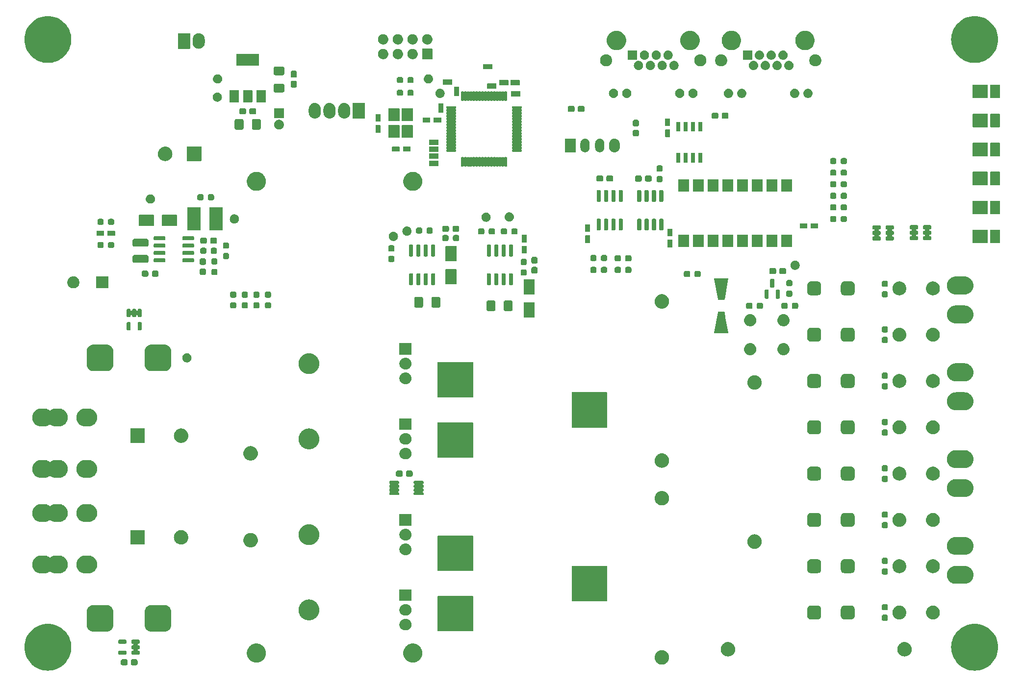
<source format=gbr>
G04 #@! TF.GenerationSoftware,KiCad,Pcbnew,7.99.0-unknown*
G04 #@! TF.CreationDate,2023-06-01T13:12:26+02:00*
G04 #@! TF.ProjectId,driver,64726976-6572-42e6-9b69-6361645f7063,rev?*
G04 #@! TF.SameCoordinates,Original*
G04 #@! TF.FileFunction,Soldermask,Top*
G04 #@! TF.FilePolarity,Negative*
%FSLAX46Y46*%
G04 Gerber Fmt 4.6, Leading zero omitted, Abs format (unit mm)*
G04 Created by KiCad (PCBNEW 7.99.0-unknown) date 2023-06-01 13:12:26*
%MOMM*%
%LPD*%
G01*
G04 APERTURE LIST*
G04 APERTURE END LIST*
G36*
X60097067Y-143068507D02*
G01*
X60490311Y-143126839D01*
X60875943Y-143223435D01*
X61250251Y-143357364D01*
X61609628Y-143527337D01*
X61950615Y-143731717D01*
X62269927Y-143968535D01*
X62564490Y-144235510D01*
X62831465Y-144530073D01*
X63068283Y-144849385D01*
X63272663Y-145190372D01*
X63442636Y-145549749D01*
X63576565Y-145924057D01*
X63673161Y-146309689D01*
X63731493Y-146702933D01*
X63751000Y-147100000D01*
X63731493Y-147497067D01*
X63673161Y-147890311D01*
X63576565Y-148275943D01*
X63442636Y-148650251D01*
X63272663Y-149009628D01*
X63068283Y-149350615D01*
X62831465Y-149669927D01*
X62564490Y-149964490D01*
X62269927Y-150231465D01*
X61950615Y-150468283D01*
X61609628Y-150672663D01*
X61250251Y-150842636D01*
X60875943Y-150976565D01*
X60490311Y-151073161D01*
X60097067Y-151131493D01*
X59700000Y-151151000D01*
X59302933Y-151131493D01*
X58909689Y-151073161D01*
X58524057Y-150976565D01*
X58149749Y-150842636D01*
X57790372Y-150672663D01*
X57449385Y-150468283D01*
X57130073Y-150231465D01*
X56835510Y-149964490D01*
X56568535Y-149669927D01*
X56331717Y-149350615D01*
X56127337Y-149009628D01*
X55957364Y-148650251D01*
X55823435Y-148275943D01*
X55726839Y-147890311D01*
X55668507Y-147497067D01*
X55649000Y-147100000D01*
X55668507Y-146702933D01*
X55726839Y-146309689D01*
X55823435Y-145924057D01*
X55957364Y-145549749D01*
X56127337Y-145190372D01*
X56331717Y-144849385D01*
X56568535Y-144530073D01*
X56835510Y-144235510D01*
X57130073Y-143968535D01*
X57449385Y-143731717D01*
X57790372Y-143527337D01*
X58149749Y-143357364D01*
X58524057Y-143223435D01*
X58909689Y-143126839D01*
X59302933Y-143068507D01*
X59700000Y-143049000D01*
X60097067Y-143068507D01*
G37*
G36*
X220097067Y-143068507D02*
G01*
X220490311Y-143126839D01*
X220875943Y-143223435D01*
X221250251Y-143357364D01*
X221609628Y-143527337D01*
X221950615Y-143731717D01*
X222269927Y-143968535D01*
X222564490Y-144235510D01*
X222831465Y-144530073D01*
X223068283Y-144849385D01*
X223272663Y-145190372D01*
X223442636Y-145549749D01*
X223576565Y-145924057D01*
X223673161Y-146309689D01*
X223731493Y-146702933D01*
X223751000Y-147100000D01*
X223731493Y-147497067D01*
X223673161Y-147890311D01*
X223576565Y-148275943D01*
X223442636Y-148650251D01*
X223272663Y-149009628D01*
X223068283Y-149350615D01*
X222831465Y-149669927D01*
X222564490Y-149964490D01*
X222269927Y-150231465D01*
X221950615Y-150468283D01*
X221609628Y-150672663D01*
X221250251Y-150842636D01*
X220875943Y-150976565D01*
X220490311Y-151073161D01*
X220097067Y-151131493D01*
X219700000Y-151151000D01*
X219302933Y-151131493D01*
X218909689Y-151073161D01*
X218524057Y-150976565D01*
X218149749Y-150842636D01*
X217790372Y-150672663D01*
X217449385Y-150468283D01*
X217130073Y-150231465D01*
X216835510Y-149964490D01*
X216568535Y-149669927D01*
X216331717Y-149350615D01*
X216127337Y-149009628D01*
X215957364Y-148650251D01*
X215823435Y-148275943D01*
X215726839Y-147890311D01*
X215668507Y-147497067D01*
X215649000Y-147100000D01*
X215668507Y-146702933D01*
X215726839Y-146309689D01*
X215823435Y-145924057D01*
X215957364Y-145549749D01*
X216127337Y-145190372D01*
X216331717Y-144849385D01*
X216568535Y-144530073D01*
X216835510Y-144235510D01*
X217130073Y-143968535D01*
X217449385Y-143731717D01*
X217790372Y-143527337D01*
X218149749Y-143357364D01*
X218524057Y-143223435D01*
X218909689Y-143126839D01*
X219302933Y-143068507D01*
X219700000Y-143049000D01*
X220097067Y-143068507D01*
G37*
G36*
X73241052Y-149181663D02*
G01*
X73256434Y-149188455D01*
X73263670Y-149189601D01*
X73293802Y-149204954D01*
X73338042Y-149224488D01*
X73413012Y-149299458D01*
X73432548Y-149343704D01*
X73447898Y-149373829D01*
X73449043Y-149381062D01*
X73455837Y-149396448D01*
X73463500Y-149462500D01*
X73463500Y-149937500D01*
X73455837Y-150003552D01*
X73449043Y-150018938D01*
X73447898Y-150026170D01*
X73432552Y-150056287D01*
X73413012Y-150100542D01*
X73338042Y-150175512D01*
X73293787Y-150195052D01*
X73263670Y-150210398D01*
X73256438Y-150211543D01*
X73241052Y-150218337D01*
X73175000Y-150226000D01*
X72575000Y-150226000D01*
X72508948Y-150218337D01*
X72493562Y-150211543D01*
X72486329Y-150210398D01*
X72456204Y-150195048D01*
X72411958Y-150175512D01*
X72336988Y-150100542D01*
X72317454Y-150056302D01*
X72302101Y-150026170D01*
X72300955Y-150018934D01*
X72294163Y-150003552D01*
X72286500Y-149937500D01*
X72286500Y-149462500D01*
X72294163Y-149396448D01*
X72300954Y-149381065D01*
X72302101Y-149373829D01*
X72317457Y-149343690D01*
X72336988Y-149299458D01*
X72411958Y-149224488D01*
X72456190Y-149204957D01*
X72486329Y-149189601D01*
X72493565Y-149188454D01*
X72508948Y-149181663D01*
X72575000Y-149174000D01*
X73175000Y-149174000D01*
X73241052Y-149181663D01*
G37*
G36*
X74966052Y-149181663D02*
G01*
X74981434Y-149188455D01*
X74988670Y-149189601D01*
X75018802Y-149204954D01*
X75063042Y-149224488D01*
X75138012Y-149299458D01*
X75157548Y-149343704D01*
X75172898Y-149373829D01*
X75174043Y-149381062D01*
X75180837Y-149396448D01*
X75188500Y-149462500D01*
X75188500Y-149937500D01*
X75180837Y-150003552D01*
X75174043Y-150018938D01*
X75172898Y-150026170D01*
X75157552Y-150056287D01*
X75138012Y-150100542D01*
X75063042Y-150175512D01*
X75018787Y-150195052D01*
X74988670Y-150210398D01*
X74981438Y-150211543D01*
X74966052Y-150218337D01*
X74900000Y-150226000D01*
X74300000Y-150226000D01*
X74233948Y-150218337D01*
X74218562Y-150211543D01*
X74211329Y-150210398D01*
X74181204Y-150195048D01*
X74136958Y-150175512D01*
X74061988Y-150100542D01*
X74042454Y-150056302D01*
X74027101Y-150026170D01*
X74025955Y-150018934D01*
X74019163Y-150003552D01*
X74011500Y-149937500D01*
X74011500Y-149462500D01*
X74019163Y-149396448D01*
X74025954Y-149381065D01*
X74027101Y-149373829D01*
X74042457Y-149343690D01*
X74061988Y-149299458D01*
X74136958Y-149224488D01*
X74181190Y-149204957D01*
X74211329Y-149189601D01*
X74218565Y-149188454D01*
X74233948Y-149181663D01*
X74300000Y-149174000D01*
X74900000Y-149174000D01*
X74966052Y-149181663D01*
G37*
G36*
X165753720Y-147603700D02*
G01*
X165803273Y-147603700D01*
X165857891Y-147612814D01*
X165917234Y-147618006D01*
X165963834Y-147630492D01*
X166006997Y-147637695D01*
X166064900Y-147657573D01*
X166127867Y-147674445D01*
X166166438Y-147692430D01*
X166202349Y-147704759D01*
X166261347Y-147736687D01*
X166325500Y-147766602D01*
X166355701Y-147787749D01*
X166383995Y-147803061D01*
X166441590Y-147847889D01*
X166504127Y-147891678D01*
X166526167Y-147913718D01*
X166546987Y-147929923D01*
X166600470Y-147988021D01*
X166658322Y-148045873D01*
X166672924Y-148066727D01*
X166686878Y-148081885D01*
X166733430Y-148153139D01*
X166783398Y-148224500D01*
X166791738Y-148242385D01*
X166799843Y-148254791D01*
X166836635Y-148338668D01*
X166875555Y-148422133D01*
X166879179Y-148435658D01*
X166882813Y-148443943D01*
X166907144Y-148540025D01*
X166931994Y-148632766D01*
X166932714Y-148641000D01*
X166933515Y-148644162D01*
X166942893Y-148757345D01*
X166951000Y-148850000D01*
X166942891Y-148942681D01*
X166933515Y-149055837D01*
X166932714Y-149058997D01*
X166931994Y-149067234D01*
X166907139Y-149159991D01*
X166882813Y-149256056D01*
X166879179Y-149264338D01*
X166875555Y-149277867D01*
X166836627Y-149361347D01*
X166799843Y-149445208D01*
X166791739Y-149457611D01*
X166783398Y-149475500D01*
X166733421Y-149546874D01*
X166686878Y-149618114D01*
X166672927Y-149633268D01*
X166658322Y-149654127D01*
X166600458Y-149711990D01*
X166546987Y-149770076D01*
X166526172Y-149786276D01*
X166504127Y-149808322D01*
X166441577Y-149852119D01*
X166383995Y-149896938D01*
X166355707Y-149912246D01*
X166325500Y-149933398D01*
X166261334Y-149963318D01*
X166202349Y-149995240D01*
X166166446Y-150007565D01*
X166127867Y-150025555D01*
X166064887Y-150042430D01*
X166006997Y-150062304D01*
X165963842Y-150069505D01*
X165917234Y-150081994D01*
X165857888Y-150087186D01*
X165803273Y-150096300D01*
X165753720Y-150096300D01*
X165700000Y-150101000D01*
X165646280Y-150096300D01*
X165596727Y-150096300D01*
X165542111Y-150087186D01*
X165482766Y-150081994D01*
X165436159Y-150069505D01*
X165393002Y-150062304D01*
X165335108Y-150042429D01*
X165272133Y-150025555D01*
X165233556Y-150007566D01*
X165197650Y-149995240D01*
X165138658Y-149963315D01*
X165074500Y-149933398D01*
X165044295Y-149912248D01*
X165016004Y-149896938D01*
X164958412Y-149852112D01*
X164895873Y-149808322D01*
X164873831Y-149786280D01*
X164853012Y-149770076D01*
X164799528Y-149711977D01*
X164741678Y-149654127D01*
X164727075Y-149633273D01*
X164713121Y-149618114D01*
X164666563Y-149546852D01*
X164616602Y-149475500D01*
X164608262Y-149457616D01*
X164600156Y-149445208D01*
X164563355Y-149361311D01*
X164524445Y-149277867D01*
X164520821Y-149264344D01*
X164517186Y-149256056D01*
X164492842Y-149159923D01*
X164468006Y-149067234D01*
X164467285Y-149059003D01*
X164466484Y-149055837D01*
X164457089Y-148942456D01*
X164449000Y-148850000D01*
X164457088Y-148757551D01*
X164466484Y-148644162D01*
X164467286Y-148640994D01*
X164468006Y-148632766D01*
X164492837Y-148540093D01*
X164517186Y-148443943D01*
X164520822Y-148435653D01*
X164524445Y-148422133D01*
X164563348Y-148338704D01*
X164600156Y-148254791D01*
X164608264Y-148242380D01*
X164616602Y-148224500D01*
X164666554Y-148153160D01*
X164713121Y-148081885D01*
X164727078Y-148066722D01*
X164741678Y-148045873D01*
X164799517Y-147988033D01*
X164853012Y-147929923D01*
X164873835Y-147913715D01*
X164895873Y-147891678D01*
X164958399Y-147847896D01*
X165016004Y-147803061D01*
X165044301Y-147787746D01*
X165074500Y-147766602D01*
X165138644Y-147736690D01*
X165197650Y-147704759D01*
X165233564Y-147692429D01*
X165272133Y-147674445D01*
X165335095Y-147657574D01*
X165393002Y-147637695D01*
X165436166Y-147630492D01*
X165482766Y-147618006D01*
X165542107Y-147612814D01*
X165596727Y-147603700D01*
X165646280Y-147603700D01*
X165700000Y-147599000D01*
X165753720Y-147603700D01*
G37*
G36*
X95763098Y-146453966D02*
G01*
X95823353Y-146453966D01*
X95889199Y-146463890D01*
X95958273Y-146469327D01*
X96013947Y-146482693D01*
X96067302Y-146490735D01*
X96137021Y-146512240D01*
X96210187Y-146529806D01*
X96257495Y-146549401D01*
X96303052Y-146563454D01*
X96374569Y-146597895D01*
X96449538Y-146628948D01*
X96488022Y-146652531D01*
X96525322Y-146670494D01*
X96596271Y-146718866D01*
X96670433Y-146764313D01*
X96700127Y-146789674D01*
X96729162Y-146809470D01*
X96796956Y-146872374D01*
X96867433Y-146932567D01*
X96888834Y-146957625D01*
X96910011Y-146977274D01*
X96971925Y-147054911D01*
X97035687Y-147129567D01*
X97049709Y-147152449D01*
X97063830Y-147170156D01*
X97117087Y-147262399D01*
X97171052Y-147350462D01*
X97178977Y-147369597D01*
X97187185Y-147383812D01*
X97229038Y-147490454D01*
X97270194Y-147589813D01*
X97273597Y-147603991D01*
X97277314Y-147613460D01*
X97305157Y-147735446D01*
X97330673Y-147841727D01*
X97331334Y-147850133D01*
X97332214Y-147853986D01*
X97343684Y-148007043D01*
X97351000Y-148100000D01*
X97343681Y-148192988D01*
X97332214Y-148346013D01*
X97331334Y-148349865D01*
X97330673Y-148358273D01*
X97305152Y-148464573D01*
X97277314Y-148586539D01*
X97273598Y-148596005D01*
X97270194Y-148610187D01*
X97229031Y-148709563D01*
X97187185Y-148816187D01*
X97178979Y-148830399D01*
X97171052Y-148849538D01*
X97117077Y-148937616D01*
X97063830Y-149029843D01*
X97049712Y-149047546D01*
X97035687Y-149070433D01*
X96971913Y-149145102D01*
X96910011Y-149222725D01*
X96888838Y-149242369D01*
X96867433Y-149267433D01*
X96796942Y-149327637D01*
X96729162Y-149390529D01*
X96700133Y-149410320D01*
X96670433Y-149435687D01*
X96596257Y-149481142D01*
X96525322Y-149529505D01*
X96488030Y-149547463D01*
X96449538Y-149571052D01*
X96374554Y-149602110D01*
X96303052Y-149636545D01*
X96257504Y-149650594D01*
X96210187Y-149670194D01*
X96137007Y-149687762D01*
X96067302Y-149709264D01*
X96013955Y-149717304D01*
X95958273Y-149730673D01*
X95889195Y-149736109D01*
X95823353Y-149746034D01*
X95763098Y-149746034D01*
X95700000Y-149751000D01*
X95636902Y-149746034D01*
X95576647Y-149746034D01*
X95510803Y-149736109D01*
X95441727Y-149730673D01*
X95386045Y-149717305D01*
X95332697Y-149709264D01*
X95262988Y-149687761D01*
X95189813Y-149670194D01*
X95142498Y-149650595D01*
X95096947Y-149636545D01*
X95025438Y-149602107D01*
X94950462Y-149571052D01*
X94911972Y-149547465D01*
X94874675Y-149529504D01*
X94803726Y-149481131D01*
X94729567Y-149435687D01*
X94699873Y-149410326D01*
X94670839Y-149390531D01*
X94603043Y-149327625D01*
X94532567Y-149267433D01*
X94511164Y-149242374D01*
X94489988Y-149222725D01*
X94428071Y-149145084D01*
X94364313Y-149070433D01*
X94350291Y-149047551D01*
X94336169Y-149029843D01*
X94282905Y-148937588D01*
X94228948Y-148849538D01*
X94221023Y-148830405D01*
X94212814Y-148816187D01*
X94170949Y-148709517D01*
X94129806Y-148610187D01*
X94126402Y-148596012D01*
X94122685Y-148586539D01*
X94094827Y-148464488D01*
X94069327Y-148358273D01*
X94068665Y-148349871D01*
X94067785Y-148346013D01*
X94056297Y-148192722D01*
X94049000Y-148100000D01*
X94056295Y-148007309D01*
X94067785Y-147853986D01*
X94068665Y-147850126D01*
X94069327Y-147841727D01*
X94094822Y-147735530D01*
X94122685Y-147613460D01*
X94126403Y-147603984D01*
X94129806Y-147589813D01*
X94170942Y-147490500D01*
X94212814Y-147383812D01*
X94221024Y-147369590D01*
X94228948Y-147350462D01*
X94282895Y-147262427D01*
X94336169Y-147170156D01*
X94350293Y-147152443D01*
X94364313Y-147129567D01*
X94428059Y-147054929D01*
X94489988Y-146977274D01*
X94511169Y-146957620D01*
X94532567Y-146932567D01*
X94603029Y-146872386D01*
X94670839Y-146809468D01*
X94699879Y-146789668D01*
X94729567Y-146764313D01*
X94803711Y-146718876D01*
X94874675Y-146670495D01*
X94911980Y-146652529D01*
X94950462Y-146628948D01*
X95025423Y-146597898D01*
X95096947Y-146563454D01*
X95142507Y-146549400D01*
X95189813Y-146529806D01*
X95262973Y-146512241D01*
X95332697Y-146490735D01*
X95386054Y-146482692D01*
X95441727Y-146469327D01*
X95510799Y-146463890D01*
X95576647Y-146453966D01*
X95636902Y-146453966D01*
X95700000Y-146449000D01*
X95763098Y-146453966D01*
G37*
G36*
X122763098Y-146453966D02*
G01*
X122823353Y-146453966D01*
X122889199Y-146463890D01*
X122958273Y-146469327D01*
X123013947Y-146482693D01*
X123067302Y-146490735D01*
X123137021Y-146512240D01*
X123210187Y-146529806D01*
X123257495Y-146549401D01*
X123303052Y-146563454D01*
X123374569Y-146597895D01*
X123449538Y-146628948D01*
X123488022Y-146652531D01*
X123525322Y-146670494D01*
X123596271Y-146718866D01*
X123670433Y-146764313D01*
X123700127Y-146789674D01*
X123729162Y-146809470D01*
X123796956Y-146872374D01*
X123867433Y-146932567D01*
X123888834Y-146957625D01*
X123910011Y-146977274D01*
X123971925Y-147054911D01*
X124035687Y-147129567D01*
X124049709Y-147152449D01*
X124063830Y-147170156D01*
X124117087Y-147262399D01*
X124171052Y-147350462D01*
X124178977Y-147369597D01*
X124187185Y-147383812D01*
X124229038Y-147490454D01*
X124270194Y-147589813D01*
X124273597Y-147603991D01*
X124277314Y-147613460D01*
X124305157Y-147735446D01*
X124330673Y-147841727D01*
X124331334Y-147850133D01*
X124332214Y-147853986D01*
X124343684Y-148007043D01*
X124351000Y-148100000D01*
X124343681Y-148192988D01*
X124332214Y-148346013D01*
X124331334Y-148349865D01*
X124330673Y-148358273D01*
X124305152Y-148464573D01*
X124277314Y-148586539D01*
X124273598Y-148596005D01*
X124270194Y-148610187D01*
X124229031Y-148709563D01*
X124187185Y-148816187D01*
X124178979Y-148830399D01*
X124171052Y-148849538D01*
X124117077Y-148937616D01*
X124063830Y-149029843D01*
X124049712Y-149047546D01*
X124035687Y-149070433D01*
X123971913Y-149145102D01*
X123910011Y-149222725D01*
X123888838Y-149242369D01*
X123867433Y-149267433D01*
X123796942Y-149327637D01*
X123729162Y-149390529D01*
X123700133Y-149410320D01*
X123670433Y-149435687D01*
X123596257Y-149481142D01*
X123525322Y-149529505D01*
X123488030Y-149547463D01*
X123449538Y-149571052D01*
X123374554Y-149602110D01*
X123303052Y-149636545D01*
X123257504Y-149650594D01*
X123210187Y-149670194D01*
X123137007Y-149687762D01*
X123067302Y-149709264D01*
X123013955Y-149717304D01*
X122958273Y-149730673D01*
X122889195Y-149736109D01*
X122823353Y-149746034D01*
X122763098Y-149746034D01*
X122700000Y-149751000D01*
X122636902Y-149746034D01*
X122576647Y-149746034D01*
X122510803Y-149736109D01*
X122441727Y-149730673D01*
X122386045Y-149717305D01*
X122332697Y-149709264D01*
X122262988Y-149687761D01*
X122189813Y-149670194D01*
X122142498Y-149650595D01*
X122096947Y-149636545D01*
X122025438Y-149602107D01*
X121950462Y-149571052D01*
X121911972Y-149547465D01*
X121874675Y-149529504D01*
X121803726Y-149481131D01*
X121729567Y-149435687D01*
X121699873Y-149410326D01*
X121670839Y-149390531D01*
X121603043Y-149327625D01*
X121532567Y-149267433D01*
X121511164Y-149242374D01*
X121489988Y-149222725D01*
X121428071Y-149145084D01*
X121364313Y-149070433D01*
X121350291Y-149047551D01*
X121336169Y-149029843D01*
X121282905Y-148937588D01*
X121228948Y-148849538D01*
X121221023Y-148830405D01*
X121212814Y-148816187D01*
X121170949Y-148709517D01*
X121129806Y-148610187D01*
X121126402Y-148596012D01*
X121122685Y-148586539D01*
X121094827Y-148464488D01*
X121069327Y-148358273D01*
X121068665Y-148349871D01*
X121067785Y-148346013D01*
X121056297Y-148192722D01*
X121049000Y-148100000D01*
X121056295Y-148007309D01*
X121067785Y-147853986D01*
X121068665Y-147850126D01*
X121069327Y-147841727D01*
X121094822Y-147735530D01*
X121122685Y-147613460D01*
X121126403Y-147603984D01*
X121129806Y-147589813D01*
X121170942Y-147490500D01*
X121212814Y-147383812D01*
X121221024Y-147369590D01*
X121228948Y-147350462D01*
X121282895Y-147262427D01*
X121336169Y-147170156D01*
X121350293Y-147152443D01*
X121364313Y-147129567D01*
X121428059Y-147054929D01*
X121489988Y-146977274D01*
X121511169Y-146957620D01*
X121532567Y-146932567D01*
X121603029Y-146872386D01*
X121670839Y-146809468D01*
X121699879Y-146789668D01*
X121729567Y-146764313D01*
X121803711Y-146718876D01*
X121874675Y-146670495D01*
X121911980Y-146652529D01*
X121950462Y-146628948D01*
X122025423Y-146597898D01*
X122096947Y-146563454D01*
X122142507Y-146549400D01*
X122189813Y-146529806D01*
X122262973Y-146512241D01*
X122332697Y-146490735D01*
X122386054Y-146482692D01*
X122441727Y-146469327D01*
X122510799Y-146463890D01*
X122576647Y-146453966D01*
X122636902Y-146453966D01*
X122700000Y-146449000D01*
X122763098Y-146453966D01*
G37*
G36*
X177168720Y-146203700D02*
G01*
X177218273Y-146203700D01*
X177272891Y-146212814D01*
X177332234Y-146218006D01*
X177378834Y-146230492D01*
X177421997Y-146237695D01*
X177479900Y-146257573D01*
X177542867Y-146274445D01*
X177581438Y-146292430D01*
X177617349Y-146304759D01*
X177676347Y-146336687D01*
X177740500Y-146366602D01*
X177770701Y-146387749D01*
X177798995Y-146403061D01*
X177856590Y-146447889D01*
X177919127Y-146491678D01*
X177941167Y-146513718D01*
X177961987Y-146529923D01*
X178015470Y-146588021D01*
X178073322Y-146645873D01*
X178087924Y-146666727D01*
X178101878Y-146681885D01*
X178148430Y-146753139D01*
X178198398Y-146824500D01*
X178206738Y-146842385D01*
X178214843Y-146854791D01*
X178251635Y-146938668D01*
X178290555Y-147022133D01*
X178294179Y-147035658D01*
X178297813Y-147043943D01*
X178322144Y-147140025D01*
X178346994Y-147232766D01*
X178347714Y-147241000D01*
X178348515Y-147244162D01*
X178357892Y-147357335D01*
X178366000Y-147450000D01*
X178357892Y-147542672D01*
X178348515Y-147655837D01*
X178347714Y-147658997D01*
X178346994Y-147667234D01*
X178322139Y-147759991D01*
X178297813Y-147856056D01*
X178294179Y-147864338D01*
X178290555Y-147877867D01*
X178251627Y-147961347D01*
X178214843Y-148045208D01*
X178206739Y-148057611D01*
X178198398Y-148075500D01*
X178148421Y-148146874D01*
X178101878Y-148218114D01*
X178087927Y-148233268D01*
X178073322Y-148254127D01*
X178015458Y-148311990D01*
X177961987Y-148370076D01*
X177941172Y-148386276D01*
X177919127Y-148408322D01*
X177856577Y-148452119D01*
X177798995Y-148496938D01*
X177770707Y-148512246D01*
X177740500Y-148533398D01*
X177676334Y-148563318D01*
X177617349Y-148595240D01*
X177581446Y-148607565D01*
X177542867Y-148625555D01*
X177479887Y-148642430D01*
X177421997Y-148662304D01*
X177378842Y-148669505D01*
X177332234Y-148681994D01*
X177272888Y-148687186D01*
X177218273Y-148696300D01*
X177168720Y-148696300D01*
X177115000Y-148701000D01*
X177061280Y-148696300D01*
X177011727Y-148696300D01*
X176957111Y-148687186D01*
X176897766Y-148681994D01*
X176851159Y-148669505D01*
X176808002Y-148662304D01*
X176750108Y-148642429D01*
X176687133Y-148625555D01*
X176648556Y-148607566D01*
X176612650Y-148595240D01*
X176553658Y-148563315D01*
X176489500Y-148533398D01*
X176459295Y-148512248D01*
X176431004Y-148496938D01*
X176373412Y-148452112D01*
X176310873Y-148408322D01*
X176288831Y-148386280D01*
X176268012Y-148370076D01*
X176214528Y-148311977D01*
X176156678Y-148254127D01*
X176142075Y-148233273D01*
X176128121Y-148218114D01*
X176081563Y-148146852D01*
X176031602Y-148075500D01*
X176023262Y-148057616D01*
X176015156Y-148045208D01*
X175978355Y-147961311D01*
X175939445Y-147877867D01*
X175935821Y-147864344D01*
X175932186Y-147856056D01*
X175907842Y-147759923D01*
X175883006Y-147667234D01*
X175882285Y-147659003D01*
X175881484Y-147655837D01*
X175872089Y-147542456D01*
X175864000Y-147450000D01*
X175872088Y-147357551D01*
X175881484Y-147244162D01*
X175882286Y-147240994D01*
X175883006Y-147232766D01*
X175907837Y-147140093D01*
X175932186Y-147043943D01*
X175935822Y-147035653D01*
X175939445Y-147022133D01*
X175978348Y-146938704D01*
X176015156Y-146854791D01*
X176023264Y-146842380D01*
X176031602Y-146824500D01*
X176081554Y-146753160D01*
X176128121Y-146681885D01*
X176142078Y-146666722D01*
X176156678Y-146645873D01*
X176214517Y-146588033D01*
X176268012Y-146529923D01*
X176288835Y-146513715D01*
X176310873Y-146491678D01*
X176373399Y-146447896D01*
X176431004Y-146403061D01*
X176459301Y-146387746D01*
X176489500Y-146366602D01*
X176553644Y-146336690D01*
X176612650Y-146304759D01*
X176648564Y-146292429D01*
X176687133Y-146274445D01*
X176750095Y-146257574D01*
X176808002Y-146237695D01*
X176851166Y-146230492D01*
X176897766Y-146218006D01*
X176957107Y-146212814D01*
X177011727Y-146203700D01*
X177061280Y-146203700D01*
X177115000Y-146199000D01*
X177168720Y-146203700D01*
G37*
G36*
X207648720Y-146203700D02*
G01*
X207698273Y-146203700D01*
X207752891Y-146212814D01*
X207812234Y-146218006D01*
X207858834Y-146230492D01*
X207901997Y-146237695D01*
X207959900Y-146257573D01*
X208022867Y-146274445D01*
X208061438Y-146292430D01*
X208097349Y-146304759D01*
X208156347Y-146336687D01*
X208220500Y-146366602D01*
X208250701Y-146387749D01*
X208278995Y-146403061D01*
X208336590Y-146447889D01*
X208399127Y-146491678D01*
X208421167Y-146513718D01*
X208441987Y-146529923D01*
X208495470Y-146588021D01*
X208553322Y-146645873D01*
X208567924Y-146666727D01*
X208581878Y-146681885D01*
X208628430Y-146753139D01*
X208678398Y-146824500D01*
X208686738Y-146842385D01*
X208694843Y-146854791D01*
X208731635Y-146938668D01*
X208770555Y-147022133D01*
X208774179Y-147035658D01*
X208777813Y-147043943D01*
X208802144Y-147140025D01*
X208826994Y-147232766D01*
X208827714Y-147241000D01*
X208828515Y-147244162D01*
X208837893Y-147357345D01*
X208846000Y-147450000D01*
X208837891Y-147542681D01*
X208828515Y-147655837D01*
X208827714Y-147658997D01*
X208826994Y-147667234D01*
X208802139Y-147759991D01*
X208777813Y-147856056D01*
X208774179Y-147864338D01*
X208770555Y-147877867D01*
X208731627Y-147961347D01*
X208694843Y-148045208D01*
X208686739Y-148057611D01*
X208678398Y-148075500D01*
X208628421Y-148146874D01*
X208581878Y-148218114D01*
X208567927Y-148233268D01*
X208553322Y-148254127D01*
X208495458Y-148311990D01*
X208441987Y-148370076D01*
X208421172Y-148386276D01*
X208399127Y-148408322D01*
X208336577Y-148452119D01*
X208278995Y-148496938D01*
X208250707Y-148512246D01*
X208220500Y-148533398D01*
X208156334Y-148563318D01*
X208097349Y-148595240D01*
X208061446Y-148607565D01*
X208022867Y-148625555D01*
X207959887Y-148642430D01*
X207901997Y-148662304D01*
X207858842Y-148669505D01*
X207812234Y-148681994D01*
X207752888Y-148687186D01*
X207698273Y-148696300D01*
X207648720Y-148696300D01*
X207595000Y-148701000D01*
X207541280Y-148696300D01*
X207491727Y-148696300D01*
X207437111Y-148687186D01*
X207377766Y-148681994D01*
X207331159Y-148669505D01*
X207288002Y-148662304D01*
X207230108Y-148642429D01*
X207167133Y-148625555D01*
X207128556Y-148607566D01*
X207092650Y-148595240D01*
X207033658Y-148563315D01*
X206969500Y-148533398D01*
X206939295Y-148512248D01*
X206911004Y-148496938D01*
X206853412Y-148452112D01*
X206790873Y-148408322D01*
X206768831Y-148386280D01*
X206748012Y-148370076D01*
X206694528Y-148311977D01*
X206636678Y-148254127D01*
X206622075Y-148233273D01*
X206608121Y-148218114D01*
X206561563Y-148146852D01*
X206511602Y-148075500D01*
X206503262Y-148057616D01*
X206495156Y-148045208D01*
X206458355Y-147961311D01*
X206419445Y-147877867D01*
X206415821Y-147864344D01*
X206412186Y-147856056D01*
X206387842Y-147759923D01*
X206363006Y-147667234D01*
X206362285Y-147659003D01*
X206361484Y-147655837D01*
X206352089Y-147542456D01*
X206344000Y-147450000D01*
X206352088Y-147357551D01*
X206361484Y-147244162D01*
X206362286Y-147240994D01*
X206363006Y-147232766D01*
X206387837Y-147140093D01*
X206412186Y-147043943D01*
X206415822Y-147035653D01*
X206419445Y-147022133D01*
X206458348Y-146938704D01*
X206495156Y-146854791D01*
X206503264Y-146842380D01*
X206511602Y-146824500D01*
X206561554Y-146753160D01*
X206608121Y-146681885D01*
X206622078Y-146666722D01*
X206636678Y-146645873D01*
X206694517Y-146588033D01*
X206748012Y-146529923D01*
X206768835Y-146513715D01*
X206790873Y-146491678D01*
X206853399Y-146447896D01*
X206911004Y-146403061D01*
X206939301Y-146387746D01*
X206969500Y-146366602D01*
X207033644Y-146336690D01*
X207092650Y-146304759D01*
X207128564Y-146292429D01*
X207167133Y-146274445D01*
X207230095Y-146257574D01*
X207288002Y-146237695D01*
X207331166Y-146230492D01*
X207377766Y-146218006D01*
X207437107Y-146212814D01*
X207491727Y-146203700D01*
X207541280Y-146203700D01*
X207595000Y-146199000D01*
X207648720Y-146203700D01*
G37*
G36*
X73091040Y-147702190D02*
G01*
X73123987Y-147706528D01*
X73132274Y-147710392D01*
X73151919Y-147714300D01*
X73177938Y-147731686D01*
X73189180Y-147736928D01*
X73196019Y-147743767D01*
X73217128Y-147757872D01*
X73231232Y-147778980D01*
X73238071Y-147785819D01*
X73243312Y-147797058D01*
X73260700Y-147823081D01*
X73264607Y-147842727D01*
X73268471Y-147851012D01*
X73272806Y-147883946D01*
X73276000Y-147900000D01*
X73276000Y-148200000D01*
X73272806Y-148216054D01*
X73268471Y-148248987D01*
X73264608Y-148257270D01*
X73260700Y-148276919D01*
X73243310Y-148302943D01*
X73238071Y-148314180D01*
X73231234Y-148321016D01*
X73217128Y-148342128D01*
X73196016Y-148356234D01*
X73189180Y-148363071D01*
X73177943Y-148368310D01*
X73151919Y-148385700D01*
X73132270Y-148389608D01*
X73123987Y-148393471D01*
X73091054Y-148397806D01*
X73075000Y-148401000D01*
X72050000Y-148401000D01*
X72033946Y-148397806D01*
X72001012Y-148393471D01*
X71992727Y-148389607D01*
X71973081Y-148385700D01*
X71947058Y-148368312D01*
X71935819Y-148363071D01*
X71928980Y-148356232D01*
X71907872Y-148342128D01*
X71893767Y-148321019D01*
X71886928Y-148314180D01*
X71881686Y-148302938D01*
X71864300Y-148276919D01*
X71860392Y-148257274D01*
X71856528Y-148248987D01*
X71852190Y-148216040D01*
X71849000Y-148200000D01*
X71849000Y-147900000D01*
X71852190Y-147883961D01*
X71856528Y-147851012D01*
X71860392Y-147842723D01*
X71864300Y-147823081D01*
X71881684Y-147797063D01*
X71886928Y-147785819D01*
X71893769Y-147778977D01*
X71907872Y-147757872D01*
X71928977Y-147743769D01*
X71935819Y-147736928D01*
X71947063Y-147731684D01*
X71973081Y-147714300D01*
X71992723Y-147710392D01*
X72001012Y-147706528D01*
X72033961Y-147702190D01*
X72050000Y-147699000D01*
X73075000Y-147699000D01*
X73091040Y-147702190D01*
G37*
G36*
X75366040Y-145802190D02*
G01*
X75398987Y-145806528D01*
X75407274Y-145810392D01*
X75426919Y-145814300D01*
X75452938Y-145831686D01*
X75464180Y-145836928D01*
X75471019Y-145843767D01*
X75492128Y-145857872D01*
X75506232Y-145878980D01*
X75513071Y-145885819D01*
X75518312Y-145897058D01*
X75535700Y-145923081D01*
X75539607Y-145942727D01*
X75543471Y-145951012D01*
X75547806Y-145983946D01*
X75551000Y-146000000D01*
X75551000Y-146300000D01*
X75547806Y-146316054D01*
X75543471Y-146348987D01*
X75539608Y-146357270D01*
X75535700Y-146376919D01*
X75518310Y-146402943D01*
X75513071Y-146414180D01*
X75506234Y-146421016D01*
X75492128Y-146442128D01*
X75471016Y-146456234D01*
X75464180Y-146463071D01*
X75452943Y-146468310D01*
X75426919Y-146485700D01*
X75407270Y-146489608D01*
X75398987Y-146493471D01*
X75366062Y-146497804D01*
X75350000Y-146501000D01*
X75341790Y-146501000D01*
X75232586Y-146515375D01*
X75232584Y-146734620D01*
X75341808Y-146749000D01*
X75350000Y-146749000D01*
X75366036Y-146752189D01*
X75398987Y-146756528D01*
X75407274Y-146760392D01*
X75426919Y-146764300D01*
X75452938Y-146781686D01*
X75464180Y-146786928D01*
X75471019Y-146793767D01*
X75492128Y-146807872D01*
X75506232Y-146828980D01*
X75513071Y-146835819D01*
X75518312Y-146847058D01*
X75535700Y-146873081D01*
X75539607Y-146892727D01*
X75543471Y-146901012D01*
X75547806Y-146933946D01*
X75551000Y-146950000D01*
X75551000Y-147250000D01*
X75547806Y-147266054D01*
X75543471Y-147298987D01*
X75539608Y-147307270D01*
X75535700Y-147326919D01*
X75518310Y-147352943D01*
X75513071Y-147364180D01*
X75506234Y-147371016D01*
X75492128Y-147392128D01*
X75471016Y-147406234D01*
X75464180Y-147413071D01*
X75452943Y-147418310D01*
X75426919Y-147435700D01*
X75407270Y-147439608D01*
X75398987Y-147443471D01*
X75366062Y-147447804D01*
X75350000Y-147451000D01*
X75341790Y-147451000D01*
X75232586Y-147465375D01*
X75232584Y-147684620D01*
X75341808Y-147699000D01*
X75350000Y-147699000D01*
X75366036Y-147702189D01*
X75398987Y-147706528D01*
X75407274Y-147710392D01*
X75426919Y-147714300D01*
X75452938Y-147731686D01*
X75464180Y-147736928D01*
X75471019Y-147743767D01*
X75492128Y-147757872D01*
X75506232Y-147778980D01*
X75513071Y-147785819D01*
X75518312Y-147797058D01*
X75535700Y-147823081D01*
X75539607Y-147842727D01*
X75543471Y-147851012D01*
X75547806Y-147883946D01*
X75551000Y-147900000D01*
X75551000Y-148200000D01*
X75547806Y-148216054D01*
X75543471Y-148248987D01*
X75539608Y-148257270D01*
X75535700Y-148276919D01*
X75518310Y-148302943D01*
X75513071Y-148314180D01*
X75506234Y-148321016D01*
X75492128Y-148342128D01*
X75471016Y-148356234D01*
X75464180Y-148363071D01*
X75452943Y-148368310D01*
X75426919Y-148385700D01*
X75407270Y-148389608D01*
X75398987Y-148393471D01*
X75366054Y-148397806D01*
X75350000Y-148401000D01*
X74325000Y-148401000D01*
X74308946Y-148397806D01*
X74276012Y-148393471D01*
X74267727Y-148389607D01*
X74248081Y-148385700D01*
X74222058Y-148368312D01*
X74210819Y-148363071D01*
X74203980Y-148356232D01*
X74182872Y-148342128D01*
X74168767Y-148321019D01*
X74161928Y-148314180D01*
X74156686Y-148302938D01*
X74139300Y-148276919D01*
X74135392Y-148257274D01*
X74131528Y-148248987D01*
X74127190Y-148216040D01*
X74124000Y-148200000D01*
X74124000Y-147900000D01*
X74127190Y-147883961D01*
X74131528Y-147851012D01*
X74135392Y-147842723D01*
X74139300Y-147823081D01*
X74156684Y-147797063D01*
X74161928Y-147785819D01*
X74168769Y-147778977D01*
X74182872Y-147757872D01*
X74203977Y-147743769D01*
X74210819Y-147736928D01*
X74222063Y-147731684D01*
X74248081Y-147714300D01*
X74267723Y-147710392D01*
X74276012Y-147706528D01*
X74308959Y-147702190D01*
X74325000Y-147699000D01*
X74333196Y-147699000D01*
X74442414Y-147684622D01*
X74442414Y-147465378D01*
X74333201Y-147451000D01*
X74325000Y-147451000D01*
X74308947Y-147447807D01*
X74276012Y-147443471D01*
X74267727Y-147439607D01*
X74248081Y-147435700D01*
X74222058Y-147418312D01*
X74210819Y-147413071D01*
X74203980Y-147406232D01*
X74182872Y-147392128D01*
X74168767Y-147371019D01*
X74161928Y-147364180D01*
X74156686Y-147352938D01*
X74139300Y-147326919D01*
X74135392Y-147307274D01*
X74131528Y-147298987D01*
X74127190Y-147266040D01*
X74124000Y-147250000D01*
X74124000Y-146950000D01*
X74127190Y-146933961D01*
X74131528Y-146901012D01*
X74135392Y-146892723D01*
X74139300Y-146873081D01*
X74156684Y-146847063D01*
X74161928Y-146835819D01*
X74168769Y-146828977D01*
X74182872Y-146807872D01*
X74203977Y-146793769D01*
X74210819Y-146786928D01*
X74222063Y-146781684D01*
X74248081Y-146764300D01*
X74267723Y-146760392D01*
X74276012Y-146756528D01*
X74308959Y-146752190D01*
X74325000Y-146749000D01*
X74333196Y-146749000D01*
X74442414Y-146734622D01*
X74442414Y-146515378D01*
X74333201Y-146501000D01*
X74325000Y-146501000D01*
X74308947Y-146497807D01*
X74276012Y-146493471D01*
X74267727Y-146489607D01*
X74248081Y-146485700D01*
X74222058Y-146468312D01*
X74210819Y-146463071D01*
X74203980Y-146456232D01*
X74182872Y-146442128D01*
X74168767Y-146421019D01*
X74161928Y-146414180D01*
X74156686Y-146402938D01*
X74139300Y-146376919D01*
X74135392Y-146357274D01*
X74131528Y-146348987D01*
X74127190Y-146316040D01*
X74124000Y-146300000D01*
X74124000Y-146000000D01*
X74127190Y-145983961D01*
X74131528Y-145951012D01*
X74135392Y-145942723D01*
X74139300Y-145923081D01*
X74156684Y-145897063D01*
X74161928Y-145885819D01*
X74168769Y-145878977D01*
X74182872Y-145857872D01*
X74203977Y-145843769D01*
X74210819Y-145836928D01*
X74222063Y-145831684D01*
X74248081Y-145814300D01*
X74267723Y-145810392D01*
X74276012Y-145806528D01*
X74308961Y-145802190D01*
X74325000Y-145799000D01*
X75350000Y-145799000D01*
X75366040Y-145802190D01*
G37*
G36*
X73091040Y-145802190D02*
G01*
X73123987Y-145806528D01*
X73132274Y-145810392D01*
X73151919Y-145814300D01*
X73177938Y-145831686D01*
X73189180Y-145836928D01*
X73196019Y-145843767D01*
X73217128Y-145857872D01*
X73231232Y-145878980D01*
X73238071Y-145885819D01*
X73243312Y-145897058D01*
X73260700Y-145923081D01*
X73264607Y-145942727D01*
X73268471Y-145951012D01*
X73272806Y-145983946D01*
X73276000Y-146000000D01*
X73276000Y-146300000D01*
X73272806Y-146316054D01*
X73268471Y-146348987D01*
X73264608Y-146357270D01*
X73260700Y-146376919D01*
X73243310Y-146402943D01*
X73238071Y-146414180D01*
X73231234Y-146421016D01*
X73217128Y-146442128D01*
X73196016Y-146456234D01*
X73189180Y-146463071D01*
X73177943Y-146468310D01*
X73151919Y-146485700D01*
X73132270Y-146489608D01*
X73123987Y-146493471D01*
X73091054Y-146497806D01*
X73075000Y-146501000D01*
X72050000Y-146501000D01*
X72033946Y-146497806D01*
X72001012Y-146493471D01*
X71992727Y-146489607D01*
X71973081Y-146485700D01*
X71947058Y-146468312D01*
X71935819Y-146463071D01*
X71928980Y-146456232D01*
X71907872Y-146442128D01*
X71893767Y-146421019D01*
X71886928Y-146414180D01*
X71881686Y-146402938D01*
X71864300Y-146376919D01*
X71860392Y-146357274D01*
X71856528Y-146348987D01*
X71852190Y-146316040D01*
X71849000Y-146300000D01*
X71849000Y-146000000D01*
X71852190Y-145983961D01*
X71856528Y-145951012D01*
X71860392Y-145942723D01*
X71864300Y-145923081D01*
X71881684Y-145897063D01*
X71886928Y-145885819D01*
X71893769Y-145878977D01*
X71907872Y-145857872D01*
X71928977Y-145843769D01*
X71935819Y-145836928D01*
X71947063Y-145831684D01*
X71973081Y-145814300D01*
X71992723Y-145810392D01*
X72001012Y-145806528D01*
X72033961Y-145802190D01*
X72050000Y-145799000D01*
X73075000Y-145799000D01*
X73091040Y-145802190D01*
G37*
G36*
X69987472Y-139810277D02*
G01*
X70010584Y-139815713D01*
X70029124Y-139817335D01*
X70112733Y-139839738D01*
X70198723Y-139859963D01*
X70214947Y-139867126D01*
X70227051Y-139870370D01*
X70311910Y-139909940D01*
X70397247Y-139947620D01*
X70406907Y-139954237D01*
X70412763Y-139956968D01*
X70497027Y-140015971D01*
X70576284Y-140070263D01*
X70580302Y-140074281D01*
X70580609Y-140074496D01*
X70725503Y-140219390D01*
X70725717Y-140219696D01*
X70729737Y-140223716D01*
X70784042Y-140302992D01*
X70843031Y-140387236D01*
X70845760Y-140393090D01*
X70852380Y-140402753D01*
X70890069Y-140488110D01*
X70929629Y-140572948D01*
X70932871Y-140585048D01*
X70940037Y-140601277D01*
X70960266Y-140687288D01*
X70982664Y-140770875D01*
X70984285Y-140789409D01*
X70989723Y-140812528D01*
X71001000Y-140975000D01*
X71001000Y-143225000D01*
X70989723Y-143387472D01*
X70984285Y-143410591D01*
X70982664Y-143429124D01*
X70960268Y-143512703D01*
X70940037Y-143598723D01*
X70932870Y-143614953D01*
X70929629Y-143627051D01*
X70890077Y-143711870D01*
X70852380Y-143797247D01*
X70845759Y-143806911D01*
X70843031Y-143812763D01*
X70784073Y-143896961D01*
X70729737Y-143976284D01*
X70725715Y-143980305D01*
X70725503Y-143980609D01*
X70580609Y-144125503D01*
X70580305Y-144125715D01*
X70576284Y-144129737D01*
X70496961Y-144184073D01*
X70412763Y-144243031D01*
X70406911Y-144245759D01*
X70397247Y-144252380D01*
X70311870Y-144290077D01*
X70227051Y-144329629D01*
X70214953Y-144332870D01*
X70198723Y-144340037D01*
X70112703Y-144360268D01*
X70029124Y-144382664D01*
X70010591Y-144384285D01*
X69987472Y-144389723D01*
X69825000Y-144401000D01*
X67575000Y-144401000D01*
X67412528Y-144389723D01*
X67389409Y-144384285D01*
X67370875Y-144382664D01*
X67287288Y-144360266D01*
X67201277Y-144340037D01*
X67185048Y-144332871D01*
X67172948Y-144329629D01*
X67088110Y-144290069D01*
X67002753Y-144252380D01*
X66993090Y-144245760D01*
X66987236Y-144243031D01*
X66902992Y-144184042D01*
X66823716Y-144129737D01*
X66819696Y-144125717D01*
X66819390Y-144125503D01*
X66674496Y-143980609D01*
X66674281Y-143980302D01*
X66670263Y-143976284D01*
X66615971Y-143897027D01*
X66556968Y-143812763D01*
X66554237Y-143806907D01*
X66547620Y-143797247D01*
X66509940Y-143711910D01*
X66470370Y-143627051D01*
X66467126Y-143614947D01*
X66459963Y-143598723D01*
X66439738Y-143512733D01*
X66417335Y-143429124D01*
X66415713Y-143410584D01*
X66410277Y-143387472D01*
X66399000Y-143225000D01*
X66399000Y-140975000D01*
X66410277Y-140812528D01*
X66415712Y-140789415D01*
X66417335Y-140770875D01*
X66439740Y-140687258D01*
X66459963Y-140601277D01*
X66467126Y-140585053D01*
X66470370Y-140572948D01*
X66509948Y-140488070D01*
X66547620Y-140402753D01*
X66554236Y-140393094D01*
X66556968Y-140387236D01*
X66616002Y-140302926D01*
X66670263Y-140223716D01*
X66674278Y-140219700D01*
X66674496Y-140219390D01*
X66819390Y-140074496D01*
X66819700Y-140074278D01*
X66823716Y-140070263D01*
X66902926Y-140016002D01*
X66987236Y-139956968D01*
X66993094Y-139954236D01*
X67002753Y-139947620D01*
X67088070Y-139909948D01*
X67172948Y-139870370D01*
X67185053Y-139867126D01*
X67201277Y-139859963D01*
X67287258Y-139839740D01*
X67370875Y-139817335D01*
X67389415Y-139815712D01*
X67412528Y-139810277D01*
X67575000Y-139799000D01*
X69825000Y-139799000D01*
X69987472Y-139810277D01*
G37*
G36*
X79987472Y-139810277D02*
G01*
X80010584Y-139815713D01*
X80029124Y-139817335D01*
X80112733Y-139839738D01*
X80198723Y-139859963D01*
X80214947Y-139867126D01*
X80227051Y-139870370D01*
X80311910Y-139909940D01*
X80397247Y-139947620D01*
X80406907Y-139954237D01*
X80412763Y-139956968D01*
X80497027Y-140015971D01*
X80576284Y-140070263D01*
X80580302Y-140074281D01*
X80580609Y-140074496D01*
X80725503Y-140219390D01*
X80725717Y-140219696D01*
X80729737Y-140223716D01*
X80784042Y-140302992D01*
X80843031Y-140387236D01*
X80845760Y-140393090D01*
X80852380Y-140402753D01*
X80890069Y-140488110D01*
X80929629Y-140572948D01*
X80932871Y-140585048D01*
X80940037Y-140601277D01*
X80960266Y-140687288D01*
X80982664Y-140770875D01*
X80984285Y-140789409D01*
X80989723Y-140812528D01*
X81001000Y-140975000D01*
X81001000Y-143225000D01*
X80989723Y-143387472D01*
X80984285Y-143410591D01*
X80982664Y-143429124D01*
X80960268Y-143512703D01*
X80940037Y-143598723D01*
X80932870Y-143614953D01*
X80929629Y-143627051D01*
X80890077Y-143711870D01*
X80852380Y-143797247D01*
X80845759Y-143806911D01*
X80843031Y-143812763D01*
X80784073Y-143896961D01*
X80729737Y-143976284D01*
X80725715Y-143980305D01*
X80725503Y-143980609D01*
X80580609Y-144125503D01*
X80580305Y-144125715D01*
X80576284Y-144129737D01*
X80496961Y-144184073D01*
X80412763Y-144243031D01*
X80406911Y-144245759D01*
X80397247Y-144252380D01*
X80311870Y-144290077D01*
X80227051Y-144329629D01*
X80214953Y-144332870D01*
X80198723Y-144340037D01*
X80112703Y-144360268D01*
X80029124Y-144382664D01*
X80010591Y-144384285D01*
X79987472Y-144389723D01*
X79825000Y-144401000D01*
X77575000Y-144401000D01*
X77412528Y-144389723D01*
X77389409Y-144384285D01*
X77370875Y-144382664D01*
X77287288Y-144360266D01*
X77201277Y-144340037D01*
X77185048Y-144332871D01*
X77172948Y-144329629D01*
X77088110Y-144290069D01*
X77002753Y-144252380D01*
X76993090Y-144245760D01*
X76987236Y-144243031D01*
X76902992Y-144184042D01*
X76823716Y-144129737D01*
X76819696Y-144125717D01*
X76819390Y-144125503D01*
X76674496Y-143980609D01*
X76674281Y-143980302D01*
X76670263Y-143976284D01*
X76615971Y-143897027D01*
X76556968Y-143812763D01*
X76554237Y-143806907D01*
X76547620Y-143797247D01*
X76509940Y-143711910D01*
X76470370Y-143627051D01*
X76467126Y-143614947D01*
X76459963Y-143598723D01*
X76439738Y-143512733D01*
X76417335Y-143429124D01*
X76415713Y-143410584D01*
X76410277Y-143387472D01*
X76399000Y-143225000D01*
X76399000Y-140975000D01*
X76410277Y-140812528D01*
X76415712Y-140789415D01*
X76417335Y-140770875D01*
X76439740Y-140687258D01*
X76459963Y-140601277D01*
X76467126Y-140585053D01*
X76470370Y-140572948D01*
X76509948Y-140488070D01*
X76547620Y-140402753D01*
X76554236Y-140393094D01*
X76556968Y-140387236D01*
X76616002Y-140302926D01*
X76670263Y-140223716D01*
X76674278Y-140219700D01*
X76674496Y-140219390D01*
X76819390Y-140074496D01*
X76819700Y-140074278D01*
X76823716Y-140070263D01*
X76902926Y-140016002D01*
X76987236Y-139956968D01*
X76993094Y-139954236D01*
X77002753Y-139947620D01*
X77088070Y-139909948D01*
X77172948Y-139870370D01*
X77185053Y-139867126D01*
X77201277Y-139859963D01*
X77287258Y-139839740D01*
X77370875Y-139817335D01*
X77389415Y-139815712D01*
X77412528Y-139810277D01*
X77575000Y-139799000D01*
X79825000Y-139799000D01*
X79987472Y-139810277D01*
G37*
G36*
X133069517Y-138267882D02*
G01*
X133086062Y-138278938D01*
X133097118Y-138295483D01*
X133101000Y-138315000D01*
X133101000Y-144315000D01*
X133097118Y-144334517D01*
X133086062Y-144351062D01*
X133069517Y-144362118D01*
X133050000Y-144366000D01*
X127050000Y-144366000D01*
X127030483Y-144362118D01*
X127013938Y-144351062D01*
X127002882Y-144334517D01*
X126999000Y-144315000D01*
X126999000Y-138315000D01*
X127002882Y-138295483D01*
X127013938Y-138278938D01*
X127030483Y-138267882D01*
X127050000Y-138264000D01*
X133050000Y-138264000D01*
X133069517Y-138267882D01*
G37*
G36*
X121523278Y-142188821D02*
G01*
X121569891Y-142191042D01*
X121570904Y-142191237D01*
X121579022Y-142191649D01*
X121669298Y-142210201D01*
X121760057Y-142227693D01*
X121766005Y-142230074D01*
X121777911Y-142232521D01*
X121858481Y-142267096D01*
X121937068Y-142298558D01*
X121947664Y-142305367D01*
X121964501Y-142312593D01*
X122031872Y-142359485D01*
X122097473Y-142401644D01*
X122111069Y-142414607D01*
X122131152Y-142428586D01*
X122183644Y-142483807D01*
X122235466Y-142533220D01*
X122249955Y-142553567D01*
X122271043Y-142575752D01*
X122308185Y-142635341D01*
X122346063Y-142688533D01*
X122359006Y-142716874D01*
X122378447Y-142748064D01*
X122400741Y-142808260D01*
X122425271Y-142861973D01*
X122434076Y-142898268D01*
X122448965Y-142938470D01*
X122457766Y-142995919D01*
X122470223Y-143047268D01*
X122472294Y-143090755D01*
X122479712Y-143139174D01*
X122477076Y-143191142D01*
X122479295Y-143237716D01*
X122472218Y-143286935D01*
X122469428Y-143341958D01*
X122457913Y-143386429D01*
X122452159Y-143426453D01*
X122433864Y-143479312D01*
X122418534Y-143538521D01*
X122401001Y-143574263D01*
X122389798Y-143606634D01*
X122358714Y-143660472D01*
X122329115Y-143720815D01*
X122308496Y-143747452D01*
X122294465Y-143771755D01*
X122249658Y-143823463D01*
X122204830Y-143881378D01*
X122183925Y-143899323D01*
X122169603Y-143915853D01*
X122110851Y-143962055D01*
X122050768Y-144013636D01*
X122032054Y-144024022D01*
X122019725Y-144033719D01*
X121947521Y-144070942D01*
X121873236Y-144112174D01*
X121858690Y-144116737D01*
X121850252Y-144121088D01*
X121765636Y-144145933D01*
X121679503Y-144172958D01*
X121670472Y-144173876D01*
X121667303Y-144174807D01*
X121569191Y-144184175D01*
X121477500Y-144193500D01*
X121471546Y-144193500D01*
X121385467Y-144193500D01*
X121382500Y-144193500D01*
X121336562Y-144191170D01*
X121290108Y-144188957D01*
X121289101Y-144188763D01*
X121280978Y-144188351D01*
X121190637Y-144169785D01*
X121099942Y-144152306D01*
X121093997Y-144149926D01*
X121082089Y-144147479D01*
X121001497Y-144112894D01*
X120922931Y-144081441D01*
X120912337Y-144074632D01*
X120895499Y-144067407D01*
X120828120Y-144020510D01*
X120762526Y-143978355D01*
X120748931Y-143965392D01*
X120728848Y-143951414D01*
X120676355Y-143896191D01*
X120624533Y-143846779D01*
X120610043Y-143826430D01*
X120588957Y-143804248D01*
X120551816Y-143744661D01*
X120513936Y-143691466D01*
X120500991Y-143663122D01*
X120481553Y-143631936D01*
X120459261Y-143571745D01*
X120434728Y-143518026D01*
X120425921Y-143481725D01*
X120411035Y-143441530D01*
X120402235Y-143384088D01*
X120389776Y-143332731D01*
X120387704Y-143289235D01*
X120380288Y-143240826D01*
X120382923Y-143188867D01*
X120380704Y-143142283D01*
X120387782Y-143093052D01*
X120390572Y-143038042D01*
X120402083Y-142993580D01*
X120407840Y-142953546D01*
X120426139Y-142900672D01*
X120441466Y-142841479D01*
X120458994Y-142805745D01*
X120470201Y-142773365D01*
X120501294Y-142719509D01*
X120530885Y-142659185D01*
X120551497Y-142632555D01*
X120565534Y-142608244D01*
X120610356Y-142556515D01*
X120655170Y-142498622D01*
X120676066Y-142480682D01*
X120690396Y-142464146D01*
X120749172Y-142417923D01*
X120809232Y-142366364D01*
X120827937Y-142355981D01*
X120840274Y-142346280D01*
X120912517Y-142309036D01*
X120986764Y-142267826D01*
X121001301Y-142263264D01*
X121009747Y-142258911D01*
X121094428Y-142234046D01*
X121180497Y-142207042D01*
X121189520Y-142206124D01*
X121192696Y-142205192D01*
X121290896Y-142195815D01*
X121382500Y-142186500D01*
X121477500Y-142186500D01*
X121523278Y-142188821D01*
G37*
G36*
X204503552Y-141481663D02*
G01*
X204518934Y-141488455D01*
X204526170Y-141489601D01*
X204556302Y-141504954D01*
X204600542Y-141524488D01*
X204675512Y-141599458D01*
X204695048Y-141643704D01*
X204710398Y-141673829D01*
X204711543Y-141681062D01*
X204718337Y-141696448D01*
X204726000Y-141762500D01*
X204726000Y-142262500D01*
X204718337Y-142328552D01*
X204711543Y-142343938D01*
X204710398Y-142351170D01*
X204695052Y-142381287D01*
X204675512Y-142425542D01*
X204600542Y-142500512D01*
X204556287Y-142520052D01*
X204526170Y-142535398D01*
X204518938Y-142536543D01*
X204503552Y-142543337D01*
X204437500Y-142551000D01*
X203962500Y-142551000D01*
X203896448Y-142543337D01*
X203881062Y-142536543D01*
X203873829Y-142535398D01*
X203843704Y-142520048D01*
X203799458Y-142500512D01*
X203724488Y-142425542D01*
X203704954Y-142381302D01*
X203689601Y-142351170D01*
X203688455Y-142343934D01*
X203681663Y-142328552D01*
X203674000Y-142262500D01*
X203674000Y-141762500D01*
X203681663Y-141696448D01*
X203688454Y-141681065D01*
X203689601Y-141673829D01*
X203704957Y-141643690D01*
X203724488Y-141599458D01*
X203799458Y-141524488D01*
X203843690Y-141504957D01*
X203873829Y-141489601D01*
X203881065Y-141488454D01*
X203896448Y-141481663D01*
X203962500Y-141474000D01*
X204437500Y-141474000D01*
X204503552Y-141481663D01*
G37*
G36*
X104835951Y-138854036D02*
G01*
X104904589Y-138854036D01*
X104966570Y-138863378D01*
X105026269Y-138867648D01*
X105097044Y-138883044D01*
X105170760Y-138894155D01*
X105224924Y-138910862D01*
X105277305Y-138922257D01*
X105351110Y-138949785D01*
X105427979Y-138973496D01*
X105473658Y-138995493D01*
X105518030Y-139012044D01*
X105592770Y-139052855D01*
X105670500Y-139090288D01*
X105707412Y-139115454D01*
X105743522Y-139135172D01*
X105816907Y-139190107D01*
X105892905Y-139241922D01*
X105921220Y-139268194D01*
X105949192Y-139289134D01*
X106018708Y-139358650D01*
X106090226Y-139425009D01*
X106110540Y-139450482D01*
X106130865Y-139470807D01*
X106193896Y-139555007D01*
X106258056Y-139635461D01*
X106271317Y-139658429D01*
X106284827Y-139676477D01*
X106338719Y-139775173D01*
X106392645Y-139868575D01*
X106400119Y-139887618D01*
X106407955Y-139901969D01*
X106450138Y-140015066D01*
X106490987Y-140119146D01*
X106494184Y-140133157D01*
X106497742Y-140142694D01*
X106525789Y-140271626D01*
X106550884Y-140381575D01*
X106551502Y-140389830D01*
X106552351Y-140393730D01*
X106563985Y-140556395D01*
X106571000Y-140650000D01*
X106563984Y-140743612D01*
X106552351Y-140906269D01*
X106551502Y-140910168D01*
X106550884Y-140918425D01*
X106525784Y-141028393D01*
X106497742Y-141157305D01*
X106494185Y-141166840D01*
X106490987Y-141180854D01*
X106450131Y-141284952D01*
X106407955Y-141398030D01*
X106400120Y-141412377D01*
X106392645Y-141431425D01*
X106338709Y-141524843D01*
X106284827Y-141623522D01*
X106271319Y-141641565D01*
X106258056Y-141664539D01*
X106193884Y-141745007D01*
X106130865Y-141829192D01*
X106110544Y-141849512D01*
X106090226Y-141874991D01*
X106018694Y-141941362D01*
X105949192Y-142010865D01*
X105921225Y-142031800D01*
X105892905Y-142058078D01*
X105816892Y-142109902D01*
X105743522Y-142164827D01*
X105707420Y-142184540D01*
X105670500Y-142209712D01*
X105592755Y-142247151D01*
X105518030Y-142287955D01*
X105473667Y-142304501D01*
X105427979Y-142326504D01*
X105351094Y-142350219D01*
X105277305Y-142377742D01*
X105224935Y-142389134D01*
X105170760Y-142405845D01*
X105097029Y-142416958D01*
X105026269Y-142432351D01*
X104966582Y-142436619D01*
X104904589Y-142445964D01*
X104835937Y-142445964D01*
X104769999Y-142450680D01*
X104704062Y-142445964D01*
X104635411Y-142445964D01*
X104573418Y-142436620D01*
X104513730Y-142432351D01*
X104442967Y-142416957D01*
X104369240Y-142405845D01*
X104315066Y-142389134D01*
X104262694Y-142377742D01*
X104188899Y-142350217D01*
X104112021Y-142326504D01*
X104066336Y-142304503D01*
X104021969Y-142287955D01*
X103947236Y-142247147D01*
X103869500Y-142209712D01*
X103832583Y-142184542D01*
X103796477Y-142164827D01*
X103723095Y-142109894D01*
X103647095Y-142058078D01*
X103618778Y-142031803D01*
X103590807Y-142010865D01*
X103521291Y-141941349D01*
X103449774Y-141874991D01*
X103429459Y-141849517D01*
X103409134Y-141829192D01*
X103346099Y-141744986D01*
X103281944Y-141664539D01*
X103268683Y-141641571D01*
X103255172Y-141623522D01*
X103201272Y-141524812D01*
X103147355Y-141431425D01*
X103139882Y-141412384D01*
X103132044Y-141398030D01*
X103089848Y-141284901D01*
X103049013Y-141180854D01*
X103045816Y-141166847D01*
X103042257Y-141157305D01*
X103014193Y-141028300D01*
X102989116Y-140918425D01*
X102988497Y-140910175D01*
X102987648Y-140906269D01*
X102975994Y-140743332D01*
X102969000Y-140650000D01*
X102975991Y-140556701D01*
X102987648Y-140393730D01*
X102988497Y-140389823D01*
X102989116Y-140381575D01*
X103014189Y-140271720D01*
X103042257Y-140142694D01*
X103045816Y-140133150D01*
X103049013Y-140119146D01*
X103089840Y-140015118D01*
X103132044Y-139901969D01*
X103139883Y-139887612D01*
X103147355Y-139868575D01*
X103201262Y-139775205D01*
X103255172Y-139676477D01*
X103268686Y-139658424D01*
X103281944Y-139635461D01*
X103346086Y-139555028D01*
X103409134Y-139470807D01*
X103429463Y-139450477D01*
X103449774Y-139425009D01*
X103521277Y-139358663D01*
X103590807Y-139289134D01*
X103618783Y-139268190D01*
X103647095Y-139241922D01*
X103723080Y-139190115D01*
X103796477Y-139135172D01*
X103832591Y-139115452D01*
X103869500Y-139090288D01*
X103947220Y-139052859D01*
X104021969Y-139012044D01*
X104066345Y-138995492D01*
X104112021Y-138973496D01*
X104188884Y-138949787D01*
X104262694Y-138922257D01*
X104315077Y-138910861D01*
X104369240Y-138894155D01*
X104442952Y-138883044D01*
X104513730Y-138867648D01*
X104573430Y-138863378D01*
X104635411Y-138854036D01*
X104704048Y-138854036D01*
X104769999Y-138849319D01*
X104835951Y-138854036D01*
G37*
G36*
X192672928Y-139906707D02*
G01*
X192688576Y-139911253D01*
X192700544Y-139912476D01*
X192755741Y-139930766D01*
X192823615Y-139950486D01*
X192834275Y-139956790D01*
X192839196Y-139958421D01*
X192889544Y-139989476D01*
X192958680Y-140030363D01*
X193069637Y-140141320D01*
X193110532Y-140210470D01*
X193141578Y-140260803D01*
X193143208Y-140265722D01*
X193149514Y-140276385D01*
X193169237Y-140344274D01*
X193187523Y-140399455D01*
X193188745Y-140411418D01*
X193193293Y-140427072D01*
X193201000Y-140525000D01*
X193201000Y-141675000D01*
X193193293Y-141772928D01*
X193188744Y-141788582D01*
X193187523Y-141800544D01*
X193169240Y-141855717D01*
X193149514Y-141923615D01*
X193143207Y-141934279D01*
X193141578Y-141939196D01*
X193110546Y-141989505D01*
X193069637Y-142058680D01*
X192958680Y-142169637D01*
X192889505Y-142210546D01*
X192839196Y-142241578D01*
X192834279Y-142243207D01*
X192823615Y-142249514D01*
X192755717Y-142269240D01*
X192700544Y-142287523D01*
X192688582Y-142288744D01*
X192672928Y-142293293D01*
X192575000Y-142301000D01*
X191425000Y-142301000D01*
X191327072Y-142293293D01*
X191311418Y-142288745D01*
X191299455Y-142287523D01*
X191244274Y-142269237D01*
X191176385Y-142249514D01*
X191165722Y-142243208D01*
X191160803Y-142241578D01*
X191110470Y-142210532D01*
X191041320Y-142169637D01*
X190930363Y-142058680D01*
X190889476Y-141989544D01*
X190858421Y-141939196D01*
X190856790Y-141934275D01*
X190850486Y-141923615D01*
X190830766Y-141855741D01*
X190812476Y-141800544D01*
X190811253Y-141788576D01*
X190806707Y-141772928D01*
X190799000Y-141675000D01*
X190799000Y-140525000D01*
X190806707Y-140427072D01*
X190811253Y-140411423D01*
X190812476Y-140399455D01*
X190830769Y-140344250D01*
X190850486Y-140276385D01*
X190856789Y-140265726D01*
X190858421Y-140260803D01*
X190889491Y-140210430D01*
X190930363Y-140141320D01*
X191041320Y-140030363D01*
X191110430Y-139989491D01*
X191160803Y-139958421D01*
X191165726Y-139956789D01*
X191176385Y-139950486D01*
X191244250Y-139930769D01*
X191299455Y-139912476D01*
X191311423Y-139911253D01*
X191327072Y-139906707D01*
X191425000Y-139899000D01*
X192575000Y-139899000D01*
X192672928Y-139906707D01*
G37*
G36*
X198472928Y-139906707D02*
G01*
X198488576Y-139911253D01*
X198500544Y-139912476D01*
X198555741Y-139930766D01*
X198623615Y-139950486D01*
X198634275Y-139956790D01*
X198639196Y-139958421D01*
X198689544Y-139989476D01*
X198758680Y-140030363D01*
X198869637Y-140141320D01*
X198910532Y-140210470D01*
X198941578Y-140260803D01*
X198943208Y-140265722D01*
X198949514Y-140276385D01*
X198969237Y-140344274D01*
X198987523Y-140399455D01*
X198988745Y-140411418D01*
X198993293Y-140427072D01*
X199001000Y-140525000D01*
X199001000Y-141675000D01*
X198993293Y-141772928D01*
X198988744Y-141788582D01*
X198987523Y-141800544D01*
X198969240Y-141855717D01*
X198949514Y-141923615D01*
X198943207Y-141934279D01*
X198941578Y-141939196D01*
X198910546Y-141989505D01*
X198869637Y-142058680D01*
X198758680Y-142169637D01*
X198689505Y-142210546D01*
X198639196Y-142241578D01*
X198634279Y-142243207D01*
X198623615Y-142249514D01*
X198555717Y-142269240D01*
X198500544Y-142287523D01*
X198488582Y-142288744D01*
X198472928Y-142293293D01*
X198375000Y-142301000D01*
X197225000Y-142301000D01*
X197127072Y-142293293D01*
X197111418Y-142288745D01*
X197099455Y-142287523D01*
X197044274Y-142269237D01*
X196976385Y-142249514D01*
X196965722Y-142243208D01*
X196960803Y-142241578D01*
X196910470Y-142210532D01*
X196841320Y-142169637D01*
X196730363Y-142058680D01*
X196689476Y-141989544D01*
X196658421Y-141939196D01*
X196656790Y-141934275D01*
X196650486Y-141923615D01*
X196630766Y-141855741D01*
X196612476Y-141800544D01*
X196611253Y-141788576D01*
X196606707Y-141772928D01*
X196599000Y-141675000D01*
X196599000Y-140525000D01*
X196606707Y-140427072D01*
X196611253Y-140411423D01*
X196612476Y-140399455D01*
X196630769Y-140344250D01*
X196650486Y-140276385D01*
X196656789Y-140265726D01*
X196658421Y-140260803D01*
X196689491Y-140210430D01*
X196730363Y-140141320D01*
X196841320Y-140030363D01*
X196910430Y-139989491D01*
X196960803Y-139958421D01*
X196965726Y-139956789D01*
X196976385Y-139950486D01*
X197044250Y-139930769D01*
X197099455Y-139912476D01*
X197111423Y-139911253D01*
X197127072Y-139906707D01*
X197225000Y-139899000D01*
X198375000Y-139899000D01*
X198472928Y-139906707D01*
G37*
G36*
X206753105Y-139904123D02*
G01*
X206810814Y-139904123D01*
X206861584Y-139913613D01*
X206908464Y-139917715D01*
X206966005Y-139933133D01*
X207028669Y-139944847D01*
X207071169Y-139961311D01*
X207110603Y-139971878D01*
X207170306Y-139999717D01*
X207235332Y-140024909D01*
X207268892Y-140045688D01*
X207300261Y-140060316D01*
X207359433Y-140101749D01*
X207423764Y-140141581D01*
X207448423Y-140164061D01*
X207471679Y-140180345D01*
X207527308Y-140235974D01*
X207587550Y-140290892D01*
X207603971Y-140312637D01*
X207619656Y-140328322D01*
X207668581Y-140398194D01*
X207721111Y-140467755D01*
X207730522Y-140486655D01*
X207739680Y-140499734D01*
X207778674Y-140583357D01*
X207819899Y-140666149D01*
X207823998Y-140680557D01*
X207828121Y-140689398D01*
X207854100Y-140786354D01*
X207880551Y-140879317D01*
X207881365Y-140888107D01*
X207882284Y-140891535D01*
X207892441Y-141007636D01*
X207901000Y-141100000D01*
X207892440Y-141192370D01*
X207882284Y-141308464D01*
X207881365Y-141311891D01*
X207880551Y-141320683D01*
X207854100Y-141413644D01*
X207828121Y-141510603D01*
X207823997Y-141519445D01*
X207819899Y-141533851D01*
X207778683Y-141616623D01*
X207739683Y-141700261D01*
X207730523Y-141713341D01*
X207721111Y-141732245D01*
X207668568Y-141801822D01*
X207619654Y-141871679D01*
X207603974Y-141887358D01*
X207587550Y-141909108D01*
X207527297Y-141964035D01*
X207471679Y-142019654D01*
X207448428Y-142035934D01*
X207423764Y-142058419D01*
X207359420Y-142098258D01*
X207300261Y-142139683D01*
X207268899Y-142154307D01*
X207235332Y-142175091D01*
X207170293Y-142200287D01*
X207110603Y-142228121D01*
X207071177Y-142238684D01*
X207028669Y-142255153D01*
X206965993Y-142266869D01*
X206908464Y-142282284D01*
X206861594Y-142286384D01*
X206810814Y-142295877D01*
X206753093Y-142295877D01*
X206700000Y-142300522D01*
X206646906Y-142295877D01*
X206589186Y-142295877D01*
X206538405Y-142286384D01*
X206491535Y-142282284D01*
X206434003Y-142266868D01*
X206371331Y-142255153D01*
X206328824Y-142238685D01*
X206289396Y-142228121D01*
X206229700Y-142200284D01*
X206164668Y-142175091D01*
X206131103Y-142154308D01*
X206099738Y-142139683D01*
X206040570Y-142098253D01*
X205976236Y-142058419D01*
X205951574Y-142035937D01*
X205928320Y-142019654D01*
X205872691Y-141964025D01*
X205812450Y-141909108D01*
X205796028Y-141887362D01*
X205780345Y-141871679D01*
X205731418Y-141801804D01*
X205678889Y-141732245D01*
X205669478Y-141713346D01*
X205660316Y-141700261D01*
X205621301Y-141616592D01*
X205580101Y-141533851D01*
X205576003Y-141519450D01*
X205571878Y-141510603D01*
X205545881Y-141413584D01*
X205519449Y-141320683D01*
X205518634Y-141311896D01*
X205517715Y-141308464D01*
X205507541Y-141192177D01*
X205499000Y-141100000D01*
X205507540Y-141007829D01*
X205517715Y-140891535D01*
X205518635Y-140888101D01*
X205519449Y-140879317D01*
X205545882Y-140786414D01*
X205571878Y-140689398D01*
X205576003Y-140680551D01*
X205580101Y-140666149D01*
X205621310Y-140583389D01*
X205660319Y-140499734D01*
X205669480Y-140486650D01*
X205678889Y-140467755D01*
X205731404Y-140398212D01*
X205780343Y-140328322D01*
X205796031Y-140312633D01*
X205812450Y-140290892D01*
X205872680Y-140235984D01*
X205928322Y-140180343D01*
X205951581Y-140164056D01*
X205976236Y-140141581D01*
X206040557Y-140101755D01*
X206099734Y-140060319D01*
X206131103Y-140045691D01*
X206164668Y-140024909D01*
X206229700Y-139999715D01*
X206289398Y-139971878D01*
X206328829Y-139961312D01*
X206371331Y-139944847D01*
X206433993Y-139933133D01*
X206491535Y-139917715D01*
X206538416Y-139913613D01*
X206589186Y-139904123D01*
X206646895Y-139904123D01*
X206700000Y-139899477D01*
X206753105Y-139904123D01*
G37*
G36*
X212553105Y-139904123D02*
G01*
X212610814Y-139904123D01*
X212661584Y-139913613D01*
X212708464Y-139917715D01*
X212766005Y-139933133D01*
X212828669Y-139944847D01*
X212871169Y-139961311D01*
X212910603Y-139971878D01*
X212970306Y-139999717D01*
X213035332Y-140024909D01*
X213068892Y-140045688D01*
X213100261Y-140060316D01*
X213159433Y-140101749D01*
X213223764Y-140141581D01*
X213248423Y-140164061D01*
X213271679Y-140180345D01*
X213327308Y-140235974D01*
X213387550Y-140290892D01*
X213403971Y-140312637D01*
X213419656Y-140328322D01*
X213468581Y-140398194D01*
X213521111Y-140467755D01*
X213530522Y-140486655D01*
X213539680Y-140499734D01*
X213578674Y-140583357D01*
X213619899Y-140666149D01*
X213623998Y-140680557D01*
X213628121Y-140689398D01*
X213654100Y-140786354D01*
X213680551Y-140879317D01*
X213681365Y-140888107D01*
X213682284Y-140891535D01*
X213692441Y-141007636D01*
X213701000Y-141100000D01*
X213692440Y-141192370D01*
X213682284Y-141308464D01*
X213681365Y-141311891D01*
X213680551Y-141320683D01*
X213654100Y-141413644D01*
X213628121Y-141510603D01*
X213623997Y-141519445D01*
X213619899Y-141533851D01*
X213578683Y-141616623D01*
X213539683Y-141700261D01*
X213530523Y-141713341D01*
X213521111Y-141732245D01*
X213468568Y-141801822D01*
X213419654Y-141871679D01*
X213403974Y-141887358D01*
X213387550Y-141909108D01*
X213327297Y-141964035D01*
X213271679Y-142019654D01*
X213248428Y-142035934D01*
X213223764Y-142058419D01*
X213159420Y-142098258D01*
X213100261Y-142139683D01*
X213068899Y-142154307D01*
X213035332Y-142175091D01*
X212970293Y-142200287D01*
X212910603Y-142228121D01*
X212871177Y-142238684D01*
X212828669Y-142255153D01*
X212765993Y-142266869D01*
X212708464Y-142282284D01*
X212661594Y-142286384D01*
X212610814Y-142295877D01*
X212553093Y-142295877D01*
X212500000Y-142300522D01*
X212446906Y-142295877D01*
X212389186Y-142295877D01*
X212338405Y-142286384D01*
X212291535Y-142282284D01*
X212234003Y-142266868D01*
X212171331Y-142255153D01*
X212128824Y-142238685D01*
X212089396Y-142228121D01*
X212029700Y-142200284D01*
X211964668Y-142175091D01*
X211931103Y-142154308D01*
X211899738Y-142139683D01*
X211840570Y-142098253D01*
X211776236Y-142058419D01*
X211751574Y-142035937D01*
X211728320Y-142019654D01*
X211672691Y-141964025D01*
X211612450Y-141909108D01*
X211596028Y-141887362D01*
X211580345Y-141871679D01*
X211531418Y-141801804D01*
X211478889Y-141732245D01*
X211469478Y-141713346D01*
X211460316Y-141700261D01*
X211421301Y-141616592D01*
X211380101Y-141533851D01*
X211376003Y-141519450D01*
X211371878Y-141510603D01*
X211345881Y-141413584D01*
X211319449Y-141320683D01*
X211318634Y-141311896D01*
X211317715Y-141308464D01*
X211307541Y-141192177D01*
X211299000Y-141100000D01*
X211307540Y-141007829D01*
X211317715Y-140891535D01*
X211318635Y-140888101D01*
X211319449Y-140879317D01*
X211345882Y-140786414D01*
X211371878Y-140689398D01*
X211376003Y-140680551D01*
X211380101Y-140666149D01*
X211421310Y-140583389D01*
X211460319Y-140499734D01*
X211469480Y-140486650D01*
X211478889Y-140467755D01*
X211531404Y-140398212D01*
X211580343Y-140328322D01*
X211596031Y-140312633D01*
X211612450Y-140290892D01*
X211672680Y-140235984D01*
X211728322Y-140180343D01*
X211751581Y-140164056D01*
X211776236Y-140141581D01*
X211840557Y-140101755D01*
X211899734Y-140060319D01*
X211931103Y-140045691D01*
X211964668Y-140024909D01*
X212029700Y-139999715D01*
X212089398Y-139971878D01*
X212128829Y-139961312D01*
X212171331Y-139944847D01*
X212233993Y-139933133D01*
X212291535Y-139917715D01*
X212338416Y-139913613D01*
X212389186Y-139904123D01*
X212446895Y-139904123D01*
X212500000Y-139899477D01*
X212553105Y-139904123D01*
G37*
G36*
X121523278Y-139648821D02*
G01*
X121569891Y-139651042D01*
X121570904Y-139651237D01*
X121579022Y-139651649D01*
X121669298Y-139670201D01*
X121760057Y-139687693D01*
X121766005Y-139690074D01*
X121777911Y-139692521D01*
X121858481Y-139727096D01*
X121937068Y-139758558D01*
X121947664Y-139765367D01*
X121964501Y-139772593D01*
X122031872Y-139819485D01*
X122097473Y-139861644D01*
X122111069Y-139874607D01*
X122131152Y-139888586D01*
X122183644Y-139943807D01*
X122235466Y-139993220D01*
X122249955Y-140013567D01*
X122271043Y-140035752D01*
X122308185Y-140095341D01*
X122346063Y-140148533D01*
X122359006Y-140176874D01*
X122378447Y-140208064D01*
X122400741Y-140268260D01*
X122425271Y-140321973D01*
X122434076Y-140358268D01*
X122448965Y-140398470D01*
X122457766Y-140455919D01*
X122470223Y-140507268D01*
X122472294Y-140550755D01*
X122479712Y-140599174D01*
X122477076Y-140651142D01*
X122479295Y-140697716D01*
X122472218Y-140746935D01*
X122469428Y-140801958D01*
X122457913Y-140846429D01*
X122452159Y-140886453D01*
X122433864Y-140939312D01*
X122418534Y-140998521D01*
X122401001Y-141034263D01*
X122389798Y-141066634D01*
X122358714Y-141120472D01*
X122329115Y-141180815D01*
X122308496Y-141207452D01*
X122294465Y-141231755D01*
X122249658Y-141283463D01*
X122204830Y-141341378D01*
X122183925Y-141359323D01*
X122169603Y-141375853D01*
X122110851Y-141422055D01*
X122050768Y-141473636D01*
X122032054Y-141484022D01*
X122019725Y-141493719D01*
X121947521Y-141530942D01*
X121873236Y-141572174D01*
X121858690Y-141576737D01*
X121850252Y-141581088D01*
X121765636Y-141605933D01*
X121679503Y-141632958D01*
X121670472Y-141633876D01*
X121667303Y-141634807D01*
X121569191Y-141644175D01*
X121477500Y-141653500D01*
X121471546Y-141653500D01*
X121385467Y-141653500D01*
X121382500Y-141653500D01*
X121336562Y-141651170D01*
X121290108Y-141648957D01*
X121289101Y-141648763D01*
X121280978Y-141648351D01*
X121190637Y-141629785D01*
X121099942Y-141612306D01*
X121093997Y-141609926D01*
X121082089Y-141607479D01*
X121001497Y-141572894D01*
X120922931Y-141541441D01*
X120912337Y-141534632D01*
X120895499Y-141527407D01*
X120828120Y-141480510D01*
X120762526Y-141438355D01*
X120748931Y-141425392D01*
X120728848Y-141411414D01*
X120676355Y-141356191D01*
X120624533Y-141306779D01*
X120610043Y-141286430D01*
X120588957Y-141264248D01*
X120551816Y-141204661D01*
X120513936Y-141151466D01*
X120500991Y-141123122D01*
X120481553Y-141091936D01*
X120459261Y-141031745D01*
X120434728Y-140978026D01*
X120425921Y-140941725D01*
X120411035Y-140901530D01*
X120402235Y-140844088D01*
X120389776Y-140792731D01*
X120387704Y-140749235D01*
X120380288Y-140700826D01*
X120382923Y-140648867D01*
X120380704Y-140602283D01*
X120387782Y-140553052D01*
X120390572Y-140498042D01*
X120402083Y-140453580D01*
X120407840Y-140413546D01*
X120426139Y-140360672D01*
X120441466Y-140301479D01*
X120458994Y-140265745D01*
X120470201Y-140233365D01*
X120501294Y-140179509D01*
X120530885Y-140119185D01*
X120551497Y-140092555D01*
X120565534Y-140068244D01*
X120610356Y-140016515D01*
X120655170Y-139958622D01*
X120676066Y-139940682D01*
X120690396Y-139924146D01*
X120749172Y-139877923D01*
X120809232Y-139826364D01*
X120827937Y-139815981D01*
X120840274Y-139806280D01*
X120912517Y-139769036D01*
X120986764Y-139727826D01*
X121001301Y-139723264D01*
X121009747Y-139718911D01*
X121094428Y-139694046D01*
X121180497Y-139667042D01*
X121189520Y-139666124D01*
X121192696Y-139665192D01*
X121290896Y-139655815D01*
X121382500Y-139646500D01*
X121477500Y-139646500D01*
X121523278Y-139648821D01*
G37*
G36*
X204503552Y-139656663D02*
G01*
X204518934Y-139663455D01*
X204526170Y-139664601D01*
X204556302Y-139679954D01*
X204600542Y-139699488D01*
X204675512Y-139774458D01*
X204695048Y-139818704D01*
X204710398Y-139848829D01*
X204711543Y-139856062D01*
X204718337Y-139871448D01*
X204726000Y-139937500D01*
X204726000Y-140437500D01*
X204718337Y-140503552D01*
X204711543Y-140518938D01*
X204710398Y-140526170D01*
X204695052Y-140556287D01*
X204675512Y-140600542D01*
X204600542Y-140675512D01*
X204556287Y-140695052D01*
X204526170Y-140710398D01*
X204518938Y-140711543D01*
X204503552Y-140718337D01*
X204437500Y-140726000D01*
X203962500Y-140726000D01*
X203896448Y-140718337D01*
X203881062Y-140711543D01*
X203873829Y-140710398D01*
X203843704Y-140695048D01*
X203799458Y-140675512D01*
X203724488Y-140600542D01*
X203704954Y-140556302D01*
X203689601Y-140526170D01*
X203688455Y-140518934D01*
X203681663Y-140503552D01*
X203674000Y-140437500D01*
X203674000Y-139937500D01*
X203681663Y-139871448D01*
X203688454Y-139856065D01*
X203689601Y-139848829D01*
X203704957Y-139818690D01*
X203724488Y-139774458D01*
X203799458Y-139699488D01*
X203843690Y-139679957D01*
X203873829Y-139664601D01*
X203881065Y-139663454D01*
X203896448Y-139656663D01*
X203962500Y-139649000D01*
X204437500Y-139649000D01*
X204503552Y-139656663D01*
G37*
G36*
X156219517Y-133052882D02*
G01*
X156236062Y-133063938D01*
X156247118Y-133080483D01*
X156251000Y-133100000D01*
X156251000Y-139100000D01*
X156247118Y-139119517D01*
X156236062Y-139136062D01*
X156219517Y-139147118D01*
X156200000Y-139151000D01*
X150200000Y-139151000D01*
X150180483Y-139147118D01*
X150163938Y-139136062D01*
X150152882Y-139119517D01*
X150149000Y-139100000D01*
X150149000Y-133100000D01*
X150152882Y-133080483D01*
X150163938Y-133063938D01*
X150180483Y-133052882D01*
X150200000Y-133049000D01*
X156200000Y-133049000D01*
X156219517Y-133052882D01*
G37*
G36*
X122449517Y-137110382D02*
G01*
X122466062Y-137121438D01*
X122477118Y-137137983D01*
X122481000Y-137157500D01*
X122481000Y-139062500D01*
X122477118Y-139082017D01*
X122466062Y-139098562D01*
X122449517Y-139109618D01*
X122430000Y-139113500D01*
X120430000Y-139113500D01*
X120410483Y-139109618D01*
X120393938Y-139098562D01*
X120382882Y-139082017D01*
X120379000Y-139062500D01*
X120379000Y-137157500D01*
X120382882Y-137137983D01*
X120393938Y-137121438D01*
X120410483Y-137110382D01*
X120430000Y-137106500D01*
X122430000Y-137106500D01*
X122449517Y-137110382D01*
G37*
G36*
X217996560Y-133050876D02*
G01*
X218066320Y-133053550D01*
X218067521Y-133053735D01*
X218074804Y-133054029D01*
X218177950Y-133070791D01*
X218303313Y-133090155D01*
X218309876Y-133092232D01*
X218321179Y-133094069D01*
X218421305Y-133127496D01*
X218529655Y-133161786D01*
X218541330Y-133167566D01*
X218557940Y-133173112D01*
X218648096Y-133220429D01*
X218742404Y-133267124D01*
X218758097Y-133278162D01*
X218778956Y-133289110D01*
X218856434Y-133347331D01*
X218936575Y-133403701D01*
X218954835Y-133421274D01*
X218978503Y-133439060D01*
X219041945Y-133505110D01*
X219107627Y-133568323D01*
X219126718Y-133593368D01*
X219151412Y-133619077D01*
X219200252Y-133689834D01*
X219251550Y-133757130D01*
X219269544Y-133790221D01*
X219293205Y-133824500D01*
X219327598Y-133896981D01*
X219364954Y-133965679D01*
X219379771Y-134006934D01*
X219400210Y-134050008D01*
X219420914Y-134121487D01*
X219445202Y-134189111D01*
X219454725Y-134238217D01*
X219469655Y-134289760D01*
X219477916Y-134357797D01*
X219490401Y-134422173D01*
X219492554Y-134478353D01*
X219499742Y-134537548D01*
X219497221Y-134600099D01*
X219499494Y-134659393D01*
X219492331Y-134721435D01*
X219489691Y-134786952D01*
X219478359Y-134842457D01*
X219472268Y-134895223D01*
X219454064Y-134961465D01*
X219439764Y-135031515D01*
X219421793Y-135078899D01*
X219409361Y-135124141D01*
X219378678Y-135192584D01*
X219351252Y-135264902D01*
X219328917Y-135303587D01*
X219312251Y-135340764D01*
X219268016Y-135409069D01*
X219226448Y-135481068D01*
X219201996Y-135511015D01*
X219183203Y-135540036D01*
X219124753Y-135605620D01*
X219068585Y-135674415D01*
X219044159Y-135696054D01*
X219025259Y-135717262D01*
X218952359Y-135777381D01*
X218881751Y-135839936D01*
X218859274Y-135854149D01*
X218842106Y-135868308D01*
X218754875Y-135920167D01*
X218670786Y-135973342D01*
X218651888Y-135981393D01*
X218638046Y-135989623D01*
X218536778Y-136030437D01*
X218441152Y-136071180D01*
X218427087Y-136074646D01*
X218417859Y-136078366D01*
X218302003Y-136105477D01*
X218198798Y-136130915D01*
X218190401Y-136131592D01*
X218186700Y-136132459D01*
X218043078Y-136143485D01*
X217950000Y-136151000D01*
X217945211Y-136151000D01*
X216452388Y-136151000D01*
X216450000Y-136151000D01*
X216403236Y-136149115D01*
X216333679Y-136146449D01*
X216332486Y-136146264D01*
X216325196Y-136145971D01*
X216221944Y-136129190D01*
X216096686Y-136109844D01*
X216090128Y-136107768D01*
X216078821Y-136105931D01*
X215978655Y-136072490D01*
X215870344Y-136038213D01*
X215858672Y-136032434D01*
X215842060Y-136026888D01*
X215751886Y-135979561D01*
X215657595Y-135932875D01*
X215641903Y-135921838D01*
X215621044Y-135910890D01*
X215543559Y-135852664D01*
X215463424Y-135796298D01*
X215445164Y-135778725D01*
X215421497Y-135760940D01*
X215358053Y-135694888D01*
X215292372Y-135631676D01*
X215273280Y-135606630D01*
X215248588Y-135580923D01*
X215199749Y-135510168D01*
X215148449Y-135442869D01*
X215130453Y-135409774D01*
X215106795Y-135375500D01*
X215072405Y-135303024D01*
X215035045Y-135234320D01*
X215020225Y-135193059D01*
X214999790Y-135149992D01*
X214979088Y-135078521D01*
X214954797Y-135010888D01*
X214945272Y-134961774D01*
X214930345Y-134910240D01*
X214922085Y-134842214D01*
X214909598Y-134777826D01*
X214907444Y-134721634D01*
X214900258Y-134662452D01*
X214902778Y-134599912D01*
X214900505Y-134540606D01*
X214907669Y-134478549D01*
X214910309Y-134413048D01*
X214921637Y-134357554D01*
X214927731Y-134304776D01*
X214945939Y-134238516D01*
X214960236Y-134168485D01*
X214978201Y-134121112D01*
X214990638Y-134075858D01*
X215021329Y-134007394D01*
X215048748Y-133935098D01*
X215071076Y-133896424D01*
X215087748Y-133859235D01*
X215131997Y-133790906D01*
X215173552Y-133718932D01*
X215197995Y-133688994D01*
X215216796Y-133659963D01*
X215275267Y-133594353D01*
X215331415Y-133525585D01*
X215355831Y-133503953D01*
X215374740Y-133482737D01*
X215447669Y-133422591D01*
X215518249Y-133360064D01*
X215540716Y-133345856D01*
X215557893Y-133331691D01*
X215645166Y-133279806D01*
X215729214Y-133226658D01*
X215748101Y-133218610D01*
X215761953Y-133210376D01*
X215863282Y-133169536D01*
X215958848Y-133128820D01*
X215972903Y-133125355D01*
X215982140Y-133121633D01*
X216098095Y-133094498D01*
X216201202Y-133069085D01*
X216209590Y-133068407D01*
X216213299Y-133067540D01*
X216357031Y-133056505D01*
X216450000Y-133049000D01*
X217950000Y-133049000D01*
X217996560Y-133050876D01*
G37*
G36*
X204503552Y-133481663D02*
G01*
X204518934Y-133488455D01*
X204526170Y-133489601D01*
X204556302Y-133504954D01*
X204600542Y-133524488D01*
X204675512Y-133599458D01*
X204695048Y-133643704D01*
X204710398Y-133673829D01*
X204711543Y-133681062D01*
X204718337Y-133696448D01*
X204726000Y-133762500D01*
X204726000Y-134262500D01*
X204718337Y-134328552D01*
X204711543Y-134343938D01*
X204710398Y-134351170D01*
X204695052Y-134381287D01*
X204675512Y-134425542D01*
X204600542Y-134500512D01*
X204556287Y-134520052D01*
X204526170Y-134535398D01*
X204518938Y-134536543D01*
X204503552Y-134543337D01*
X204437500Y-134551000D01*
X203962500Y-134551000D01*
X203896448Y-134543337D01*
X203881062Y-134536543D01*
X203873829Y-134535398D01*
X203843704Y-134520048D01*
X203799458Y-134500512D01*
X203724488Y-134425542D01*
X203704954Y-134381302D01*
X203689601Y-134351170D01*
X203688455Y-134343934D01*
X203681663Y-134328552D01*
X203674000Y-134262500D01*
X203674000Y-133762500D01*
X203681663Y-133696448D01*
X203688454Y-133681065D01*
X203689601Y-133673829D01*
X203704957Y-133643690D01*
X203724488Y-133599458D01*
X203799458Y-133524488D01*
X203843690Y-133504957D01*
X203873829Y-133489601D01*
X203881065Y-133488454D01*
X203896448Y-133481663D01*
X203962500Y-133474000D01*
X204437500Y-133474000D01*
X204503552Y-133481663D01*
G37*
G36*
X59097425Y-131250876D02*
G01*
X59167185Y-131253550D01*
X59168386Y-131253735D01*
X59175669Y-131254029D01*
X59278815Y-131270791D01*
X59404178Y-131290155D01*
X59410741Y-131292232D01*
X59422044Y-131294069D01*
X59522170Y-131327496D01*
X59630520Y-131361786D01*
X59642195Y-131367566D01*
X59658805Y-131373112D01*
X59748961Y-131420429D01*
X59843269Y-131467124D01*
X59858962Y-131478162D01*
X59879821Y-131489110D01*
X59957318Y-131547345D01*
X60033966Y-131601259D01*
X60116170Y-131598108D01*
X60159114Y-131560064D01*
X60181581Y-131545856D01*
X60198758Y-131531691D01*
X60286031Y-131479806D01*
X60370079Y-131426658D01*
X60388966Y-131418610D01*
X60402818Y-131410376D01*
X60504147Y-131369536D01*
X60599713Y-131328820D01*
X60613768Y-131325355D01*
X60623005Y-131321633D01*
X60738960Y-131294498D01*
X60842067Y-131269085D01*
X60850455Y-131268407D01*
X60854164Y-131267540D01*
X60997896Y-131256505D01*
X61090865Y-131249000D01*
X61590865Y-131249000D01*
X61637425Y-131250876D01*
X61707185Y-131253550D01*
X61708386Y-131253735D01*
X61715669Y-131254029D01*
X61818815Y-131270791D01*
X61944178Y-131290155D01*
X61950741Y-131292232D01*
X61962044Y-131294069D01*
X62062170Y-131327496D01*
X62170520Y-131361786D01*
X62182195Y-131367566D01*
X62198805Y-131373112D01*
X62288961Y-131420429D01*
X62383269Y-131467124D01*
X62398962Y-131478162D01*
X62419821Y-131489110D01*
X62497299Y-131547331D01*
X62577440Y-131603701D01*
X62595700Y-131621274D01*
X62619368Y-131639060D01*
X62682810Y-131705110D01*
X62748492Y-131768323D01*
X62767583Y-131793368D01*
X62792277Y-131819077D01*
X62841117Y-131889834D01*
X62892415Y-131957130D01*
X62910409Y-131990221D01*
X62934070Y-132024500D01*
X62968463Y-132096981D01*
X63005819Y-132165679D01*
X63020636Y-132206934D01*
X63041075Y-132250008D01*
X63061779Y-132321487D01*
X63086067Y-132389111D01*
X63095590Y-132438217D01*
X63110520Y-132489760D01*
X63118781Y-132557797D01*
X63131266Y-132622173D01*
X63133419Y-132678353D01*
X63140607Y-132737548D01*
X63138086Y-132800099D01*
X63140359Y-132859393D01*
X63133196Y-132921435D01*
X63130556Y-132986952D01*
X63119224Y-133042457D01*
X63113133Y-133095223D01*
X63094929Y-133161465D01*
X63080629Y-133231515D01*
X63062658Y-133278899D01*
X63050226Y-133324141D01*
X63019543Y-133392584D01*
X62992117Y-133464902D01*
X62969782Y-133503587D01*
X62953116Y-133540764D01*
X62908881Y-133609069D01*
X62867313Y-133681068D01*
X62842861Y-133711015D01*
X62824068Y-133740036D01*
X62765618Y-133805620D01*
X62709450Y-133874415D01*
X62685024Y-133896054D01*
X62666124Y-133917262D01*
X62593224Y-133977381D01*
X62522616Y-134039936D01*
X62500139Y-134054149D01*
X62482971Y-134068308D01*
X62395740Y-134120167D01*
X62311651Y-134173342D01*
X62292753Y-134181393D01*
X62278911Y-134189623D01*
X62177643Y-134230437D01*
X62082017Y-134271180D01*
X62067952Y-134274646D01*
X62058724Y-134278366D01*
X61942868Y-134305477D01*
X61839663Y-134330915D01*
X61831266Y-134331592D01*
X61827565Y-134332459D01*
X61683943Y-134343485D01*
X61590865Y-134351000D01*
X61586076Y-134351000D01*
X61093253Y-134351000D01*
X61090865Y-134351000D01*
X61044101Y-134349115D01*
X60974544Y-134346449D01*
X60973351Y-134346264D01*
X60966061Y-134345971D01*
X60862809Y-134329190D01*
X60737551Y-134309844D01*
X60730993Y-134307768D01*
X60719686Y-134305931D01*
X60619520Y-134272490D01*
X60511209Y-134238213D01*
X60499537Y-134232434D01*
X60482925Y-134226888D01*
X60392761Y-134179566D01*
X60298463Y-134132877D01*
X60282769Y-134121838D01*
X60261909Y-134110890D01*
X60184413Y-134052655D01*
X60107762Y-133998740D01*
X60025559Y-134001891D01*
X59982616Y-134039936D01*
X59960133Y-134054153D01*
X59942967Y-134068310D01*
X59855746Y-134120163D01*
X59771651Y-134173342D01*
X59752753Y-134181393D01*
X59738911Y-134189623D01*
X59637643Y-134230437D01*
X59542017Y-134271180D01*
X59527952Y-134274646D01*
X59518724Y-134278366D01*
X59402868Y-134305477D01*
X59299663Y-134330915D01*
X59291266Y-134331592D01*
X59287565Y-134332459D01*
X59143943Y-134343485D01*
X59050865Y-134351000D01*
X59046076Y-134351000D01*
X58553253Y-134351000D01*
X58550865Y-134351000D01*
X58504101Y-134349115D01*
X58434544Y-134346449D01*
X58433351Y-134346264D01*
X58426061Y-134345971D01*
X58322809Y-134329190D01*
X58197551Y-134309844D01*
X58190993Y-134307768D01*
X58179686Y-134305931D01*
X58079520Y-134272490D01*
X57971209Y-134238213D01*
X57959537Y-134232434D01*
X57942925Y-134226888D01*
X57852751Y-134179561D01*
X57758460Y-134132875D01*
X57742768Y-134121838D01*
X57721909Y-134110890D01*
X57644424Y-134052664D01*
X57564289Y-133996298D01*
X57546029Y-133978725D01*
X57522362Y-133960940D01*
X57458918Y-133894888D01*
X57393237Y-133831676D01*
X57374145Y-133806630D01*
X57349453Y-133780923D01*
X57300614Y-133710168D01*
X57249314Y-133642869D01*
X57231318Y-133609774D01*
X57207660Y-133575500D01*
X57173270Y-133503024D01*
X57135910Y-133434320D01*
X57121090Y-133393059D01*
X57100655Y-133349992D01*
X57079953Y-133278521D01*
X57055662Y-133210888D01*
X57046137Y-133161774D01*
X57031210Y-133110240D01*
X57022950Y-133042214D01*
X57010463Y-132977826D01*
X57008309Y-132921634D01*
X57001123Y-132862452D01*
X57003643Y-132799912D01*
X57001370Y-132740606D01*
X57008534Y-132678549D01*
X57011174Y-132613048D01*
X57022502Y-132557554D01*
X57028596Y-132504776D01*
X57046804Y-132438516D01*
X57061101Y-132368485D01*
X57079066Y-132321112D01*
X57091503Y-132275858D01*
X57122194Y-132207394D01*
X57149613Y-132135098D01*
X57171941Y-132096424D01*
X57188613Y-132059235D01*
X57232862Y-131990906D01*
X57274417Y-131918932D01*
X57298860Y-131888994D01*
X57317661Y-131859963D01*
X57376132Y-131794353D01*
X57432280Y-131725585D01*
X57456696Y-131703953D01*
X57475605Y-131682737D01*
X57548534Y-131622591D01*
X57619114Y-131560064D01*
X57641581Y-131545856D01*
X57658758Y-131531691D01*
X57746031Y-131479806D01*
X57830079Y-131426658D01*
X57848966Y-131418610D01*
X57862818Y-131410376D01*
X57964147Y-131369536D01*
X58059713Y-131328820D01*
X58073768Y-131325355D01*
X58083005Y-131321633D01*
X58198960Y-131294498D01*
X58302067Y-131269085D01*
X58310455Y-131268407D01*
X58314164Y-131267540D01*
X58457896Y-131256505D01*
X58550865Y-131249000D01*
X59050865Y-131249000D01*
X59097425Y-131250876D01*
G37*
G36*
X66717425Y-131250876D02*
G01*
X66787185Y-131253550D01*
X66788386Y-131253735D01*
X66795669Y-131254029D01*
X66898815Y-131270791D01*
X67024178Y-131290155D01*
X67030741Y-131292232D01*
X67042044Y-131294069D01*
X67142170Y-131327496D01*
X67250520Y-131361786D01*
X67262195Y-131367566D01*
X67278805Y-131373112D01*
X67368961Y-131420429D01*
X67463269Y-131467124D01*
X67478962Y-131478162D01*
X67499821Y-131489110D01*
X67577299Y-131547331D01*
X67657440Y-131603701D01*
X67675700Y-131621274D01*
X67699368Y-131639060D01*
X67762810Y-131705110D01*
X67828492Y-131768323D01*
X67847583Y-131793368D01*
X67872277Y-131819077D01*
X67921117Y-131889834D01*
X67972415Y-131957130D01*
X67990409Y-131990221D01*
X68014070Y-132024500D01*
X68048463Y-132096981D01*
X68085819Y-132165679D01*
X68100636Y-132206934D01*
X68121075Y-132250008D01*
X68141779Y-132321487D01*
X68166067Y-132389111D01*
X68175590Y-132438217D01*
X68190520Y-132489760D01*
X68198781Y-132557797D01*
X68211266Y-132622173D01*
X68213419Y-132678353D01*
X68220607Y-132737548D01*
X68218086Y-132800099D01*
X68220359Y-132859393D01*
X68213196Y-132921435D01*
X68210556Y-132986952D01*
X68199224Y-133042457D01*
X68193133Y-133095223D01*
X68174929Y-133161465D01*
X68160629Y-133231515D01*
X68142658Y-133278899D01*
X68130226Y-133324141D01*
X68099543Y-133392584D01*
X68072117Y-133464902D01*
X68049782Y-133503587D01*
X68033116Y-133540764D01*
X67988881Y-133609069D01*
X67947313Y-133681068D01*
X67922861Y-133711015D01*
X67904068Y-133740036D01*
X67845618Y-133805620D01*
X67789450Y-133874415D01*
X67765024Y-133896054D01*
X67746124Y-133917262D01*
X67673224Y-133977381D01*
X67602616Y-134039936D01*
X67580139Y-134054149D01*
X67562971Y-134068308D01*
X67475740Y-134120167D01*
X67391651Y-134173342D01*
X67372753Y-134181393D01*
X67358911Y-134189623D01*
X67257643Y-134230437D01*
X67162017Y-134271180D01*
X67147952Y-134274646D01*
X67138724Y-134278366D01*
X67022868Y-134305477D01*
X66919663Y-134330915D01*
X66911266Y-134331592D01*
X66907565Y-134332459D01*
X66763943Y-134343485D01*
X66670865Y-134351000D01*
X66666076Y-134351000D01*
X66173253Y-134351000D01*
X66170865Y-134351000D01*
X66124101Y-134349115D01*
X66054544Y-134346449D01*
X66053351Y-134346264D01*
X66046061Y-134345971D01*
X65942809Y-134329190D01*
X65817551Y-134309844D01*
X65810993Y-134307768D01*
X65799686Y-134305931D01*
X65699520Y-134272490D01*
X65591209Y-134238213D01*
X65579537Y-134232434D01*
X65562925Y-134226888D01*
X65472751Y-134179561D01*
X65378460Y-134132875D01*
X65362768Y-134121838D01*
X65341909Y-134110890D01*
X65264424Y-134052664D01*
X65184289Y-133996298D01*
X65166029Y-133978725D01*
X65142362Y-133960940D01*
X65078918Y-133894888D01*
X65013237Y-133831676D01*
X64994145Y-133806630D01*
X64969453Y-133780923D01*
X64920614Y-133710168D01*
X64869314Y-133642869D01*
X64851318Y-133609774D01*
X64827660Y-133575500D01*
X64793270Y-133503024D01*
X64755910Y-133434320D01*
X64741090Y-133393059D01*
X64720655Y-133349992D01*
X64699953Y-133278521D01*
X64675662Y-133210888D01*
X64666137Y-133161774D01*
X64651210Y-133110240D01*
X64642950Y-133042214D01*
X64630463Y-132977826D01*
X64628309Y-132921634D01*
X64621123Y-132862452D01*
X64623643Y-132799912D01*
X64621370Y-132740606D01*
X64628534Y-132678549D01*
X64631174Y-132613048D01*
X64642502Y-132557554D01*
X64648596Y-132504776D01*
X64666804Y-132438516D01*
X64681101Y-132368485D01*
X64699066Y-132321112D01*
X64711503Y-132275858D01*
X64742194Y-132207394D01*
X64769613Y-132135098D01*
X64791941Y-132096424D01*
X64808613Y-132059235D01*
X64852862Y-131990906D01*
X64894417Y-131918932D01*
X64918860Y-131888994D01*
X64937661Y-131859963D01*
X64996132Y-131794353D01*
X65052280Y-131725585D01*
X65076696Y-131703953D01*
X65095605Y-131682737D01*
X65168534Y-131622591D01*
X65239114Y-131560064D01*
X65261581Y-131545856D01*
X65278758Y-131531691D01*
X65366031Y-131479806D01*
X65450079Y-131426658D01*
X65468966Y-131418610D01*
X65482818Y-131410376D01*
X65584147Y-131369536D01*
X65679713Y-131328820D01*
X65693768Y-131325355D01*
X65703005Y-131321633D01*
X65818960Y-131294498D01*
X65922067Y-131269085D01*
X65930455Y-131268407D01*
X65934164Y-131267540D01*
X66077896Y-131256505D01*
X66170865Y-131249000D01*
X66670865Y-131249000D01*
X66717425Y-131250876D01*
G37*
G36*
X192672928Y-131906707D02*
G01*
X192688576Y-131911253D01*
X192700544Y-131912476D01*
X192755741Y-131930766D01*
X192823615Y-131950486D01*
X192834275Y-131956790D01*
X192839196Y-131958421D01*
X192889544Y-131989476D01*
X192958680Y-132030363D01*
X193069637Y-132141320D01*
X193110532Y-132210470D01*
X193141578Y-132260803D01*
X193143208Y-132265722D01*
X193149514Y-132276385D01*
X193169237Y-132344274D01*
X193187523Y-132399455D01*
X193188745Y-132411418D01*
X193193293Y-132427072D01*
X193201000Y-132525000D01*
X193201000Y-133675000D01*
X193193293Y-133772928D01*
X193188744Y-133788582D01*
X193187523Y-133800544D01*
X193169240Y-133855717D01*
X193149514Y-133923615D01*
X193143207Y-133934279D01*
X193141578Y-133939196D01*
X193110546Y-133989505D01*
X193069637Y-134058680D01*
X192958680Y-134169637D01*
X192889505Y-134210546D01*
X192839196Y-134241578D01*
X192834279Y-134243207D01*
X192823615Y-134249514D01*
X192755717Y-134269240D01*
X192700544Y-134287523D01*
X192688582Y-134288744D01*
X192672928Y-134293293D01*
X192575000Y-134301000D01*
X191425000Y-134301000D01*
X191327072Y-134293293D01*
X191311418Y-134288745D01*
X191299455Y-134287523D01*
X191244274Y-134269237D01*
X191176385Y-134249514D01*
X191165722Y-134243208D01*
X191160803Y-134241578D01*
X191110470Y-134210532D01*
X191041320Y-134169637D01*
X190930363Y-134058680D01*
X190889476Y-133989544D01*
X190858421Y-133939196D01*
X190856790Y-133934275D01*
X190850486Y-133923615D01*
X190830766Y-133855741D01*
X190812476Y-133800544D01*
X190811253Y-133788576D01*
X190806707Y-133772928D01*
X190799000Y-133675000D01*
X190799000Y-132525000D01*
X190806707Y-132427072D01*
X190811253Y-132411423D01*
X190812476Y-132399455D01*
X190830769Y-132344250D01*
X190850486Y-132276385D01*
X190856789Y-132265726D01*
X190858421Y-132260803D01*
X190889491Y-132210430D01*
X190930363Y-132141320D01*
X191041320Y-132030363D01*
X191110430Y-131989491D01*
X191160803Y-131958421D01*
X191165726Y-131956789D01*
X191176385Y-131950486D01*
X191244250Y-131930769D01*
X191299455Y-131912476D01*
X191311423Y-131911253D01*
X191327072Y-131906707D01*
X191425000Y-131899000D01*
X192575000Y-131899000D01*
X192672928Y-131906707D01*
G37*
G36*
X198472928Y-131906707D02*
G01*
X198488576Y-131911253D01*
X198500544Y-131912476D01*
X198555741Y-131930766D01*
X198623615Y-131950486D01*
X198634275Y-131956790D01*
X198639196Y-131958421D01*
X198689544Y-131989476D01*
X198758680Y-132030363D01*
X198869637Y-132141320D01*
X198910532Y-132210470D01*
X198941578Y-132260803D01*
X198943208Y-132265722D01*
X198949514Y-132276385D01*
X198969237Y-132344274D01*
X198987523Y-132399455D01*
X198988745Y-132411418D01*
X198993293Y-132427072D01*
X199001000Y-132525000D01*
X199001000Y-133675000D01*
X198993293Y-133772928D01*
X198988744Y-133788582D01*
X198987523Y-133800544D01*
X198969240Y-133855717D01*
X198949514Y-133923615D01*
X198943207Y-133934279D01*
X198941578Y-133939196D01*
X198910546Y-133989505D01*
X198869637Y-134058680D01*
X198758680Y-134169637D01*
X198689505Y-134210546D01*
X198639196Y-134241578D01*
X198634279Y-134243207D01*
X198623615Y-134249514D01*
X198555717Y-134269240D01*
X198500544Y-134287523D01*
X198488582Y-134288744D01*
X198472928Y-134293293D01*
X198375000Y-134301000D01*
X197225000Y-134301000D01*
X197127072Y-134293293D01*
X197111418Y-134288745D01*
X197099455Y-134287523D01*
X197044274Y-134269237D01*
X196976385Y-134249514D01*
X196965722Y-134243208D01*
X196960803Y-134241578D01*
X196910470Y-134210532D01*
X196841320Y-134169637D01*
X196730363Y-134058680D01*
X196689476Y-133989544D01*
X196658421Y-133939196D01*
X196656790Y-133934275D01*
X196650486Y-133923615D01*
X196630766Y-133855741D01*
X196612476Y-133800544D01*
X196611253Y-133788576D01*
X196606707Y-133772928D01*
X196599000Y-133675000D01*
X196599000Y-132525000D01*
X196606707Y-132427072D01*
X196611253Y-132411423D01*
X196612476Y-132399455D01*
X196630769Y-132344250D01*
X196650486Y-132276385D01*
X196656789Y-132265726D01*
X196658421Y-132260803D01*
X196689491Y-132210430D01*
X196730363Y-132141320D01*
X196841320Y-132030363D01*
X196910430Y-131989491D01*
X196960803Y-131958421D01*
X196965726Y-131956789D01*
X196976385Y-131950486D01*
X197044250Y-131930769D01*
X197099455Y-131912476D01*
X197111423Y-131911253D01*
X197127072Y-131906707D01*
X197225000Y-131899000D01*
X198375000Y-131899000D01*
X198472928Y-131906707D01*
G37*
G36*
X206753105Y-131904123D02*
G01*
X206810814Y-131904123D01*
X206861584Y-131913613D01*
X206908464Y-131917715D01*
X206966005Y-131933133D01*
X207028669Y-131944847D01*
X207071169Y-131961311D01*
X207110603Y-131971878D01*
X207170306Y-131999717D01*
X207235332Y-132024909D01*
X207268892Y-132045688D01*
X207300261Y-132060316D01*
X207359433Y-132101749D01*
X207423764Y-132141581D01*
X207448423Y-132164061D01*
X207471679Y-132180345D01*
X207527308Y-132235974D01*
X207587550Y-132290892D01*
X207603971Y-132312637D01*
X207619656Y-132328322D01*
X207668581Y-132398194D01*
X207721111Y-132467755D01*
X207730522Y-132486655D01*
X207739680Y-132499734D01*
X207778674Y-132583357D01*
X207819899Y-132666149D01*
X207823998Y-132680557D01*
X207828121Y-132689398D01*
X207854100Y-132786354D01*
X207880551Y-132879317D01*
X207881365Y-132888107D01*
X207882284Y-132891535D01*
X207892441Y-133007636D01*
X207901000Y-133100000D01*
X207892440Y-133192370D01*
X207882284Y-133308464D01*
X207881365Y-133311891D01*
X207880551Y-133320683D01*
X207854100Y-133413644D01*
X207828121Y-133510603D01*
X207823997Y-133519445D01*
X207819899Y-133533851D01*
X207778683Y-133616623D01*
X207739683Y-133700261D01*
X207730523Y-133713341D01*
X207721111Y-133732245D01*
X207668568Y-133801822D01*
X207619654Y-133871679D01*
X207603974Y-133887358D01*
X207587550Y-133909108D01*
X207527297Y-133964035D01*
X207471679Y-134019654D01*
X207448428Y-134035934D01*
X207423764Y-134058419D01*
X207359420Y-134098258D01*
X207300261Y-134139683D01*
X207268899Y-134154307D01*
X207235332Y-134175091D01*
X207170293Y-134200287D01*
X207110603Y-134228121D01*
X207071177Y-134238684D01*
X207028669Y-134255153D01*
X206965993Y-134266869D01*
X206908464Y-134282284D01*
X206861594Y-134286384D01*
X206810814Y-134295877D01*
X206753093Y-134295877D01*
X206700000Y-134300522D01*
X206646906Y-134295877D01*
X206589186Y-134295877D01*
X206538405Y-134286384D01*
X206491535Y-134282284D01*
X206434003Y-134266868D01*
X206371331Y-134255153D01*
X206328824Y-134238685D01*
X206289396Y-134228121D01*
X206229700Y-134200284D01*
X206164668Y-134175091D01*
X206131103Y-134154308D01*
X206099738Y-134139683D01*
X206040570Y-134098253D01*
X205976236Y-134058419D01*
X205951574Y-134035937D01*
X205928320Y-134019654D01*
X205872691Y-133964025D01*
X205812450Y-133909108D01*
X205796028Y-133887362D01*
X205780345Y-133871679D01*
X205731418Y-133801804D01*
X205678889Y-133732245D01*
X205669478Y-133713346D01*
X205660316Y-133700261D01*
X205621301Y-133616592D01*
X205580101Y-133533851D01*
X205576003Y-133519450D01*
X205571878Y-133510603D01*
X205545881Y-133413584D01*
X205519449Y-133320683D01*
X205518634Y-133311896D01*
X205517715Y-133308464D01*
X205507542Y-133192186D01*
X205499000Y-133100000D01*
X205507539Y-133007839D01*
X205517715Y-132891535D01*
X205518635Y-132888101D01*
X205519449Y-132879317D01*
X205545882Y-132786414D01*
X205571878Y-132689398D01*
X205576003Y-132680551D01*
X205580101Y-132666149D01*
X205621310Y-132583389D01*
X205660319Y-132499734D01*
X205669480Y-132486650D01*
X205678889Y-132467755D01*
X205731404Y-132398212D01*
X205780343Y-132328322D01*
X205796031Y-132312633D01*
X205812450Y-132290892D01*
X205872680Y-132235984D01*
X205928322Y-132180343D01*
X205951581Y-132164056D01*
X205976236Y-132141581D01*
X206040557Y-132101755D01*
X206099734Y-132060319D01*
X206131103Y-132045691D01*
X206164668Y-132024909D01*
X206229700Y-131999715D01*
X206289398Y-131971878D01*
X206328829Y-131961312D01*
X206371331Y-131944847D01*
X206433993Y-131933133D01*
X206491535Y-131917715D01*
X206538416Y-131913613D01*
X206589186Y-131904123D01*
X206646895Y-131904123D01*
X206700000Y-131899477D01*
X206753105Y-131904123D01*
G37*
G36*
X212553105Y-131904123D02*
G01*
X212610814Y-131904123D01*
X212661584Y-131913613D01*
X212708464Y-131917715D01*
X212766005Y-131933133D01*
X212828669Y-131944847D01*
X212871169Y-131961311D01*
X212910603Y-131971878D01*
X212970306Y-131999717D01*
X213035332Y-132024909D01*
X213068892Y-132045688D01*
X213100261Y-132060316D01*
X213159433Y-132101749D01*
X213223764Y-132141581D01*
X213248423Y-132164061D01*
X213271679Y-132180345D01*
X213327308Y-132235974D01*
X213387550Y-132290892D01*
X213403971Y-132312637D01*
X213419656Y-132328322D01*
X213468581Y-132398194D01*
X213521111Y-132467755D01*
X213530522Y-132486655D01*
X213539680Y-132499734D01*
X213578674Y-132583357D01*
X213619899Y-132666149D01*
X213623998Y-132680557D01*
X213628121Y-132689398D01*
X213654100Y-132786354D01*
X213680551Y-132879317D01*
X213681365Y-132888107D01*
X213682284Y-132891535D01*
X213692441Y-133007636D01*
X213701000Y-133100000D01*
X213692440Y-133192370D01*
X213682284Y-133308464D01*
X213681365Y-133311891D01*
X213680551Y-133320683D01*
X213654100Y-133413644D01*
X213628121Y-133510603D01*
X213623997Y-133519445D01*
X213619899Y-133533851D01*
X213578683Y-133616623D01*
X213539683Y-133700261D01*
X213530523Y-133713341D01*
X213521111Y-133732245D01*
X213468568Y-133801822D01*
X213419654Y-133871679D01*
X213403974Y-133887358D01*
X213387550Y-133909108D01*
X213327297Y-133964035D01*
X213271679Y-134019654D01*
X213248428Y-134035934D01*
X213223764Y-134058419D01*
X213159420Y-134098258D01*
X213100261Y-134139683D01*
X213068899Y-134154307D01*
X213035332Y-134175091D01*
X212970293Y-134200287D01*
X212910603Y-134228121D01*
X212871177Y-134238684D01*
X212828669Y-134255153D01*
X212765993Y-134266869D01*
X212708464Y-134282284D01*
X212661594Y-134286384D01*
X212610814Y-134295877D01*
X212553093Y-134295877D01*
X212500000Y-134300522D01*
X212446906Y-134295877D01*
X212389186Y-134295877D01*
X212338405Y-134286384D01*
X212291535Y-134282284D01*
X212234003Y-134266868D01*
X212171331Y-134255153D01*
X212128824Y-134238685D01*
X212089396Y-134228121D01*
X212029700Y-134200284D01*
X211964668Y-134175091D01*
X211931103Y-134154308D01*
X211899738Y-134139683D01*
X211840570Y-134098253D01*
X211776236Y-134058419D01*
X211751574Y-134035937D01*
X211728320Y-134019654D01*
X211672691Y-133964025D01*
X211612450Y-133909108D01*
X211596028Y-133887362D01*
X211580345Y-133871679D01*
X211531418Y-133801804D01*
X211478889Y-133732245D01*
X211469478Y-133713346D01*
X211460316Y-133700261D01*
X211421301Y-133616592D01*
X211380101Y-133533851D01*
X211376003Y-133519450D01*
X211371878Y-133510603D01*
X211345881Y-133413584D01*
X211319449Y-133320683D01*
X211318634Y-133311896D01*
X211317715Y-133308464D01*
X211307542Y-133192186D01*
X211299000Y-133100000D01*
X211307539Y-133007839D01*
X211317715Y-132891535D01*
X211318635Y-132888101D01*
X211319449Y-132879317D01*
X211345882Y-132786414D01*
X211371878Y-132689398D01*
X211376003Y-132680551D01*
X211380101Y-132666149D01*
X211421310Y-132583389D01*
X211460319Y-132499734D01*
X211469480Y-132486650D01*
X211478889Y-132467755D01*
X211531404Y-132398212D01*
X211580343Y-132328322D01*
X211596031Y-132312633D01*
X211612450Y-132290892D01*
X211672680Y-132235984D01*
X211728322Y-132180343D01*
X211751581Y-132164056D01*
X211776236Y-132141581D01*
X211840557Y-132101755D01*
X211899734Y-132060319D01*
X211931103Y-132045691D01*
X211964668Y-132024909D01*
X212029700Y-131999715D01*
X212089398Y-131971878D01*
X212128829Y-131961312D01*
X212171331Y-131944847D01*
X212233993Y-131933133D01*
X212291535Y-131917715D01*
X212338416Y-131913613D01*
X212389186Y-131904123D01*
X212446895Y-131904123D01*
X212500000Y-131899477D01*
X212553105Y-131904123D01*
G37*
G36*
X133069517Y-127837882D02*
G01*
X133086062Y-127848938D01*
X133097118Y-127865483D01*
X133101000Y-127885000D01*
X133101000Y-133885000D01*
X133097118Y-133904517D01*
X133086062Y-133921062D01*
X133069517Y-133932118D01*
X133050000Y-133936000D01*
X127050000Y-133936000D01*
X127030483Y-133932118D01*
X127013938Y-133921062D01*
X127002882Y-133904517D01*
X126999000Y-133885000D01*
X126999000Y-127885000D01*
X127002882Y-127865483D01*
X127013938Y-127848938D01*
X127030483Y-127837882D01*
X127050000Y-127834000D01*
X133050000Y-127834000D01*
X133069517Y-127837882D01*
G37*
G36*
X204503552Y-131656663D02*
G01*
X204518934Y-131663455D01*
X204526170Y-131664601D01*
X204556302Y-131679954D01*
X204600542Y-131699488D01*
X204675512Y-131774458D01*
X204695048Y-131818704D01*
X204710398Y-131848829D01*
X204711543Y-131856062D01*
X204718337Y-131871448D01*
X204726000Y-131937500D01*
X204726000Y-132437500D01*
X204718337Y-132503552D01*
X204711543Y-132518938D01*
X204710398Y-132526170D01*
X204695052Y-132556287D01*
X204675512Y-132600542D01*
X204600542Y-132675512D01*
X204556287Y-132695052D01*
X204526170Y-132710398D01*
X204518938Y-132711543D01*
X204503552Y-132718337D01*
X204437500Y-132726000D01*
X203962500Y-132726000D01*
X203896448Y-132718337D01*
X203881062Y-132711543D01*
X203873829Y-132710398D01*
X203843704Y-132695048D01*
X203799458Y-132675512D01*
X203724488Y-132600542D01*
X203704954Y-132556302D01*
X203689601Y-132526170D01*
X203688455Y-132518934D01*
X203681663Y-132503552D01*
X203674000Y-132437500D01*
X203674000Y-131937500D01*
X203681663Y-131871448D01*
X203688454Y-131856065D01*
X203689601Y-131848829D01*
X203704957Y-131818690D01*
X203724488Y-131774458D01*
X203799458Y-131699488D01*
X203843690Y-131679957D01*
X203873829Y-131664601D01*
X203881065Y-131663454D01*
X203896448Y-131656663D01*
X203962500Y-131649000D01*
X204437500Y-131649000D01*
X204503552Y-131656663D01*
G37*
G36*
X121523278Y-129188821D02*
G01*
X121569891Y-129191042D01*
X121570904Y-129191237D01*
X121579022Y-129191649D01*
X121669298Y-129210201D01*
X121760057Y-129227693D01*
X121766005Y-129230074D01*
X121777911Y-129232521D01*
X121858481Y-129267096D01*
X121937068Y-129298558D01*
X121947664Y-129305367D01*
X121964501Y-129312593D01*
X122031872Y-129359485D01*
X122097473Y-129401644D01*
X122111069Y-129414607D01*
X122131152Y-129428586D01*
X122183644Y-129483807D01*
X122235466Y-129533220D01*
X122249955Y-129553567D01*
X122271043Y-129575752D01*
X122308185Y-129635341D01*
X122346063Y-129688533D01*
X122359006Y-129716874D01*
X122378447Y-129748064D01*
X122400741Y-129808260D01*
X122425271Y-129861973D01*
X122434076Y-129898268D01*
X122448965Y-129938470D01*
X122457766Y-129995919D01*
X122470223Y-130047268D01*
X122472294Y-130090755D01*
X122479712Y-130139174D01*
X122477076Y-130191142D01*
X122479295Y-130237716D01*
X122472218Y-130286935D01*
X122469428Y-130341958D01*
X122457913Y-130386429D01*
X122452159Y-130426453D01*
X122433864Y-130479312D01*
X122418534Y-130538521D01*
X122401001Y-130574263D01*
X122389798Y-130606634D01*
X122358714Y-130660472D01*
X122329115Y-130720815D01*
X122308496Y-130747452D01*
X122294465Y-130771755D01*
X122249658Y-130823463D01*
X122204830Y-130881378D01*
X122183925Y-130899323D01*
X122169603Y-130915853D01*
X122110851Y-130962055D01*
X122050768Y-131013636D01*
X122032054Y-131024022D01*
X122019725Y-131033719D01*
X121947521Y-131070942D01*
X121873236Y-131112174D01*
X121858690Y-131116737D01*
X121850252Y-131121088D01*
X121765636Y-131145933D01*
X121679503Y-131172958D01*
X121670472Y-131173876D01*
X121667303Y-131174807D01*
X121569191Y-131184175D01*
X121477500Y-131193500D01*
X121471546Y-131193500D01*
X121385467Y-131193500D01*
X121382500Y-131193500D01*
X121336562Y-131191170D01*
X121290108Y-131188957D01*
X121289101Y-131188763D01*
X121280978Y-131188351D01*
X121190637Y-131169785D01*
X121099942Y-131152306D01*
X121093997Y-131149926D01*
X121082089Y-131147479D01*
X121001497Y-131112894D01*
X120922931Y-131081441D01*
X120912337Y-131074632D01*
X120895499Y-131067407D01*
X120828120Y-131020510D01*
X120762526Y-130978355D01*
X120748931Y-130965392D01*
X120728848Y-130951414D01*
X120676355Y-130896191D01*
X120624533Y-130846779D01*
X120610043Y-130826430D01*
X120588957Y-130804248D01*
X120551816Y-130744661D01*
X120513936Y-130691466D01*
X120500991Y-130663122D01*
X120481553Y-130631936D01*
X120459261Y-130571745D01*
X120434728Y-130518026D01*
X120425921Y-130481725D01*
X120411035Y-130441530D01*
X120402235Y-130384088D01*
X120389776Y-130332731D01*
X120387704Y-130289235D01*
X120380288Y-130240826D01*
X120382923Y-130188867D01*
X120380704Y-130142283D01*
X120387782Y-130093052D01*
X120390572Y-130038042D01*
X120402083Y-129993580D01*
X120407840Y-129953546D01*
X120426139Y-129900672D01*
X120441466Y-129841479D01*
X120458994Y-129805745D01*
X120470201Y-129773365D01*
X120501294Y-129719509D01*
X120530885Y-129659185D01*
X120551497Y-129632555D01*
X120565534Y-129608244D01*
X120610356Y-129556515D01*
X120655170Y-129498622D01*
X120676066Y-129480682D01*
X120690396Y-129464146D01*
X120749172Y-129417923D01*
X120809232Y-129366364D01*
X120827937Y-129355981D01*
X120840274Y-129346280D01*
X120912517Y-129309036D01*
X120986764Y-129267826D01*
X121001301Y-129263264D01*
X121009747Y-129258911D01*
X121094428Y-129234046D01*
X121180497Y-129207042D01*
X121189520Y-129206124D01*
X121192696Y-129205192D01*
X121290896Y-129195815D01*
X121382500Y-129186500D01*
X121477500Y-129186500D01*
X121523278Y-129188821D01*
G37*
G36*
X217996560Y-128050876D02*
G01*
X218066320Y-128053550D01*
X218067521Y-128053735D01*
X218074804Y-128054029D01*
X218177950Y-128070791D01*
X218303313Y-128090155D01*
X218309876Y-128092232D01*
X218321179Y-128094069D01*
X218421305Y-128127496D01*
X218529655Y-128161786D01*
X218541330Y-128167566D01*
X218557940Y-128173112D01*
X218648096Y-128220429D01*
X218742404Y-128267124D01*
X218758097Y-128278162D01*
X218778956Y-128289110D01*
X218856434Y-128347331D01*
X218936575Y-128403701D01*
X218954835Y-128421274D01*
X218978503Y-128439060D01*
X219041945Y-128505110D01*
X219107627Y-128568323D01*
X219126718Y-128593368D01*
X219151412Y-128619077D01*
X219200252Y-128689834D01*
X219251550Y-128757130D01*
X219269544Y-128790221D01*
X219293205Y-128824500D01*
X219327598Y-128896981D01*
X219364954Y-128965679D01*
X219379771Y-129006934D01*
X219400210Y-129050008D01*
X219420914Y-129121487D01*
X219445202Y-129189111D01*
X219454725Y-129238217D01*
X219469655Y-129289760D01*
X219477916Y-129357797D01*
X219490401Y-129422173D01*
X219492554Y-129478353D01*
X219499742Y-129537548D01*
X219497221Y-129600099D01*
X219499494Y-129659393D01*
X219492331Y-129721435D01*
X219489691Y-129786952D01*
X219478359Y-129842457D01*
X219472268Y-129895223D01*
X219454064Y-129961465D01*
X219439764Y-130031515D01*
X219421793Y-130078899D01*
X219409361Y-130124141D01*
X219378678Y-130192584D01*
X219351252Y-130264902D01*
X219328917Y-130303587D01*
X219312251Y-130340764D01*
X219268016Y-130409069D01*
X219226448Y-130481068D01*
X219201996Y-130511015D01*
X219183203Y-130540036D01*
X219124753Y-130605620D01*
X219068585Y-130674415D01*
X219044159Y-130696054D01*
X219025259Y-130717262D01*
X218952359Y-130777381D01*
X218881751Y-130839936D01*
X218859274Y-130854149D01*
X218842106Y-130868308D01*
X218754875Y-130920167D01*
X218670786Y-130973342D01*
X218651888Y-130981393D01*
X218638046Y-130989623D01*
X218536778Y-131030437D01*
X218441152Y-131071180D01*
X218427087Y-131074646D01*
X218417859Y-131078366D01*
X218302003Y-131105477D01*
X218198798Y-131130915D01*
X218190401Y-131131592D01*
X218186700Y-131132459D01*
X218043078Y-131143485D01*
X217950000Y-131151000D01*
X217945211Y-131151000D01*
X216452388Y-131151000D01*
X216450000Y-131151000D01*
X216403236Y-131149115D01*
X216333679Y-131146449D01*
X216332486Y-131146264D01*
X216325196Y-131145971D01*
X216221944Y-131129190D01*
X216096686Y-131109844D01*
X216090128Y-131107768D01*
X216078821Y-131105931D01*
X215978655Y-131072490D01*
X215870344Y-131038213D01*
X215858672Y-131032434D01*
X215842060Y-131026888D01*
X215751886Y-130979561D01*
X215657595Y-130932875D01*
X215641903Y-130921838D01*
X215621044Y-130910890D01*
X215543559Y-130852664D01*
X215463424Y-130796298D01*
X215445164Y-130778725D01*
X215421497Y-130760940D01*
X215358053Y-130694888D01*
X215292372Y-130631676D01*
X215273280Y-130606630D01*
X215248588Y-130580923D01*
X215199749Y-130510168D01*
X215148449Y-130442869D01*
X215130453Y-130409774D01*
X215106795Y-130375500D01*
X215072405Y-130303024D01*
X215035045Y-130234320D01*
X215020225Y-130193059D01*
X214999790Y-130149992D01*
X214979088Y-130078521D01*
X214954797Y-130010888D01*
X214945272Y-129961774D01*
X214930345Y-129910240D01*
X214922085Y-129842214D01*
X214909598Y-129777826D01*
X214907444Y-129721634D01*
X214900258Y-129662452D01*
X214902778Y-129599912D01*
X214900505Y-129540606D01*
X214907669Y-129478549D01*
X214910309Y-129413048D01*
X214921637Y-129357554D01*
X214927731Y-129304776D01*
X214945939Y-129238516D01*
X214960236Y-129168485D01*
X214978201Y-129121112D01*
X214990638Y-129075858D01*
X215021329Y-129007394D01*
X215048748Y-128935098D01*
X215071076Y-128896424D01*
X215087748Y-128859235D01*
X215131997Y-128790906D01*
X215173552Y-128718932D01*
X215197995Y-128688994D01*
X215216796Y-128659963D01*
X215275267Y-128594353D01*
X215331415Y-128525585D01*
X215355831Y-128503953D01*
X215374740Y-128482737D01*
X215447669Y-128422591D01*
X215518249Y-128360064D01*
X215540716Y-128345856D01*
X215557893Y-128331691D01*
X215645166Y-128279806D01*
X215729214Y-128226658D01*
X215748101Y-128218610D01*
X215761953Y-128210376D01*
X215863282Y-128169536D01*
X215958848Y-128128820D01*
X215972903Y-128125355D01*
X215982140Y-128121633D01*
X216098095Y-128094498D01*
X216201202Y-128069085D01*
X216209590Y-128068407D01*
X216213299Y-128067540D01*
X216357031Y-128056505D01*
X216450000Y-128049000D01*
X217950000Y-128049000D01*
X217996560Y-128050876D01*
G37*
G36*
X181753720Y-127603700D02*
G01*
X181803273Y-127603700D01*
X181857891Y-127612814D01*
X181917234Y-127618006D01*
X181963834Y-127630492D01*
X182006997Y-127637695D01*
X182064900Y-127657573D01*
X182127867Y-127674445D01*
X182166438Y-127692430D01*
X182202349Y-127704759D01*
X182261347Y-127736687D01*
X182325500Y-127766602D01*
X182355701Y-127787749D01*
X182383995Y-127803061D01*
X182441590Y-127847889D01*
X182504127Y-127891678D01*
X182526167Y-127913718D01*
X182546987Y-127929923D01*
X182600470Y-127988021D01*
X182658322Y-128045873D01*
X182672924Y-128066727D01*
X182686878Y-128081885D01*
X182733430Y-128153139D01*
X182783398Y-128224500D01*
X182791738Y-128242385D01*
X182799843Y-128254791D01*
X182836635Y-128338668D01*
X182875555Y-128422133D01*
X182879179Y-128435658D01*
X182882813Y-128443943D01*
X182907144Y-128540025D01*
X182931994Y-128632766D01*
X182932714Y-128641000D01*
X182933515Y-128644162D01*
X182942893Y-128757345D01*
X182951000Y-128850000D01*
X182942891Y-128942681D01*
X182933515Y-129055837D01*
X182932714Y-129058997D01*
X182931994Y-129067234D01*
X182907139Y-129159991D01*
X182882813Y-129256056D01*
X182879179Y-129264338D01*
X182875555Y-129277867D01*
X182836627Y-129361347D01*
X182799843Y-129445208D01*
X182791739Y-129457611D01*
X182783398Y-129475500D01*
X182733421Y-129546874D01*
X182686878Y-129618114D01*
X182672927Y-129633268D01*
X182658322Y-129654127D01*
X182600458Y-129711990D01*
X182546987Y-129770076D01*
X182526172Y-129786276D01*
X182504127Y-129808322D01*
X182441577Y-129852119D01*
X182383995Y-129896938D01*
X182355707Y-129912246D01*
X182325500Y-129933398D01*
X182261334Y-129963318D01*
X182202349Y-129995240D01*
X182166446Y-130007565D01*
X182127867Y-130025555D01*
X182064887Y-130042430D01*
X182006997Y-130062304D01*
X181963842Y-130069505D01*
X181917234Y-130081994D01*
X181857888Y-130087186D01*
X181803273Y-130096300D01*
X181753720Y-130096300D01*
X181700000Y-130101000D01*
X181646280Y-130096300D01*
X181596727Y-130096300D01*
X181542111Y-130087186D01*
X181482766Y-130081994D01*
X181436159Y-130069505D01*
X181393002Y-130062304D01*
X181335108Y-130042429D01*
X181272133Y-130025555D01*
X181233556Y-130007566D01*
X181197650Y-129995240D01*
X181138658Y-129963315D01*
X181074500Y-129933398D01*
X181044295Y-129912248D01*
X181016004Y-129896938D01*
X180958412Y-129852112D01*
X180895873Y-129808322D01*
X180873831Y-129786280D01*
X180853012Y-129770076D01*
X180799528Y-129711977D01*
X180741678Y-129654127D01*
X180727075Y-129633273D01*
X180713121Y-129618114D01*
X180666563Y-129546852D01*
X180616602Y-129475500D01*
X180608262Y-129457616D01*
X180600156Y-129445208D01*
X180563355Y-129361311D01*
X180524445Y-129277867D01*
X180520821Y-129264344D01*
X180517186Y-129256056D01*
X180492842Y-129159923D01*
X180468006Y-129067234D01*
X180467285Y-129059003D01*
X180466484Y-129055837D01*
X180457089Y-128942465D01*
X180449000Y-128850000D01*
X180457087Y-128757561D01*
X180466484Y-128644162D01*
X180467286Y-128640994D01*
X180468006Y-128632766D01*
X180492837Y-128540093D01*
X180517186Y-128443943D01*
X180520822Y-128435653D01*
X180524445Y-128422133D01*
X180563348Y-128338704D01*
X180600156Y-128254791D01*
X180608264Y-128242380D01*
X180616602Y-128224500D01*
X180666554Y-128153160D01*
X180713121Y-128081885D01*
X180727078Y-128066722D01*
X180741678Y-128045873D01*
X180799517Y-127988033D01*
X180853012Y-127929923D01*
X180873835Y-127913715D01*
X180895873Y-127891678D01*
X180958399Y-127847896D01*
X181016004Y-127803061D01*
X181044301Y-127787746D01*
X181074500Y-127766602D01*
X181138644Y-127736690D01*
X181197650Y-127704759D01*
X181233564Y-127692429D01*
X181272133Y-127674445D01*
X181335095Y-127657574D01*
X181393002Y-127637695D01*
X181436166Y-127630492D01*
X181482766Y-127618006D01*
X181542107Y-127612814D01*
X181596727Y-127603700D01*
X181646280Y-127603700D01*
X181700000Y-127599000D01*
X181753720Y-127603700D01*
G37*
G36*
X94753720Y-127353700D02*
G01*
X94803273Y-127353700D01*
X94857891Y-127362814D01*
X94917234Y-127368006D01*
X94963834Y-127380492D01*
X95006997Y-127387695D01*
X95064900Y-127407573D01*
X95127867Y-127424445D01*
X95166438Y-127442430D01*
X95202349Y-127454759D01*
X95261347Y-127486687D01*
X95325500Y-127516602D01*
X95355701Y-127537749D01*
X95383995Y-127553061D01*
X95441590Y-127597889D01*
X95504127Y-127641678D01*
X95526167Y-127663718D01*
X95546987Y-127679923D01*
X95600470Y-127738021D01*
X95658322Y-127795873D01*
X95672924Y-127816727D01*
X95686878Y-127831885D01*
X95733430Y-127903139D01*
X95783398Y-127974500D01*
X95791738Y-127992385D01*
X95799843Y-128004791D01*
X95836635Y-128088668D01*
X95875555Y-128172133D01*
X95879179Y-128185658D01*
X95882813Y-128193943D01*
X95907144Y-128290025D01*
X95931994Y-128382766D01*
X95932714Y-128391000D01*
X95933515Y-128394162D01*
X95942893Y-128507345D01*
X95951000Y-128600000D01*
X95942891Y-128692681D01*
X95933515Y-128805837D01*
X95932714Y-128808997D01*
X95931994Y-128817234D01*
X95907139Y-128909991D01*
X95882813Y-129006056D01*
X95879179Y-129014338D01*
X95875555Y-129027867D01*
X95836627Y-129111347D01*
X95799843Y-129195208D01*
X95791739Y-129207611D01*
X95783398Y-129225500D01*
X95733421Y-129296874D01*
X95686878Y-129368114D01*
X95672927Y-129383268D01*
X95658322Y-129404127D01*
X95600458Y-129461990D01*
X95546987Y-129520076D01*
X95526172Y-129536276D01*
X95504127Y-129558322D01*
X95441577Y-129602119D01*
X95383995Y-129646938D01*
X95355707Y-129662246D01*
X95325500Y-129683398D01*
X95261334Y-129713318D01*
X95202349Y-129745240D01*
X95166446Y-129757565D01*
X95127867Y-129775555D01*
X95064887Y-129792430D01*
X95006997Y-129812304D01*
X94963842Y-129819505D01*
X94917234Y-129831994D01*
X94857888Y-129837186D01*
X94803273Y-129846300D01*
X94753720Y-129846300D01*
X94700000Y-129851000D01*
X94646280Y-129846300D01*
X94596727Y-129846300D01*
X94542111Y-129837186D01*
X94482766Y-129831994D01*
X94436159Y-129819505D01*
X94393002Y-129812304D01*
X94335108Y-129792429D01*
X94272133Y-129775555D01*
X94233556Y-129757566D01*
X94197650Y-129745240D01*
X94138658Y-129713315D01*
X94074500Y-129683398D01*
X94044295Y-129662248D01*
X94016004Y-129646938D01*
X93958412Y-129602112D01*
X93895873Y-129558322D01*
X93873831Y-129536280D01*
X93853012Y-129520076D01*
X93799528Y-129461977D01*
X93741678Y-129404127D01*
X93727075Y-129383273D01*
X93713121Y-129368114D01*
X93666563Y-129296852D01*
X93616602Y-129225500D01*
X93608262Y-129207616D01*
X93600156Y-129195208D01*
X93563355Y-129111311D01*
X93524445Y-129027867D01*
X93520821Y-129014344D01*
X93517186Y-129006056D01*
X93492842Y-128909923D01*
X93468006Y-128817234D01*
X93467285Y-128809003D01*
X93466484Y-128805837D01*
X93457089Y-128692456D01*
X93449000Y-128600000D01*
X93457088Y-128507551D01*
X93466484Y-128394162D01*
X93467286Y-128390994D01*
X93468006Y-128382766D01*
X93492837Y-128290093D01*
X93517186Y-128193943D01*
X93520822Y-128185653D01*
X93524445Y-128172133D01*
X93563348Y-128088704D01*
X93600156Y-128004791D01*
X93608264Y-127992380D01*
X93616602Y-127974500D01*
X93666554Y-127903160D01*
X93713121Y-127831885D01*
X93727078Y-127816722D01*
X93741678Y-127795873D01*
X93799517Y-127738033D01*
X93853012Y-127679923D01*
X93873835Y-127663715D01*
X93895873Y-127641678D01*
X93958399Y-127597896D01*
X94016004Y-127553061D01*
X94044301Y-127537746D01*
X94074500Y-127516602D01*
X94138644Y-127486690D01*
X94197650Y-127454759D01*
X94233564Y-127442429D01*
X94272133Y-127424445D01*
X94335095Y-127407574D01*
X94393002Y-127387695D01*
X94436166Y-127380492D01*
X94482766Y-127368006D01*
X94542107Y-127362814D01*
X94596727Y-127353700D01*
X94646280Y-127353700D01*
X94700000Y-127349000D01*
X94753720Y-127353700D01*
G37*
G36*
X104835951Y-125854036D02*
G01*
X104904589Y-125854036D01*
X104966570Y-125863378D01*
X105026269Y-125867648D01*
X105097044Y-125883044D01*
X105170760Y-125894155D01*
X105224924Y-125910862D01*
X105277305Y-125922257D01*
X105351110Y-125949785D01*
X105427979Y-125973496D01*
X105473658Y-125995493D01*
X105518030Y-126012044D01*
X105592770Y-126052855D01*
X105670500Y-126090288D01*
X105707412Y-126115454D01*
X105743522Y-126135172D01*
X105816907Y-126190107D01*
X105892905Y-126241922D01*
X105921220Y-126268194D01*
X105949192Y-126289134D01*
X106018708Y-126358650D01*
X106090226Y-126425009D01*
X106110540Y-126450482D01*
X106130865Y-126470807D01*
X106193896Y-126555007D01*
X106258056Y-126635461D01*
X106271317Y-126658429D01*
X106284827Y-126676477D01*
X106338719Y-126775173D01*
X106392645Y-126868575D01*
X106400119Y-126887618D01*
X106407955Y-126901969D01*
X106450138Y-127015066D01*
X106490987Y-127119146D01*
X106494184Y-127133157D01*
X106497742Y-127142694D01*
X106525789Y-127271626D01*
X106550884Y-127381575D01*
X106551502Y-127389830D01*
X106552351Y-127393730D01*
X106563986Y-127556408D01*
X106571000Y-127650000D01*
X106563983Y-127743625D01*
X106552351Y-127906269D01*
X106551502Y-127910168D01*
X106550884Y-127918425D01*
X106525784Y-128028393D01*
X106497742Y-128157305D01*
X106494185Y-128166840D01*
X106490987Y-128180854D01*
X106450131Y-128284952D01*
X106407955Y-128398030D01*
X106400120Y-128412377D01*
X106392645Y-128431425D01*
X106338709Y-128524843D01*
X106284827Y-128623522D01*
X106271319Y-128641565D01*
X106258056Y-128664539D01*
X106193884Y-128745007D01*
X106130865Y-128829192D01*
X106110544Y-128849512D01*
X106090226Y-128874991D01*
X106018694Y-128941362D01*
X105949192Y-129010865D01*
X105921225Y-129031800D01*
X105892905Y-129058078D01*
X105816892Y-129109902D01*
X105743522Y-129164827D01*
X105707420Y-129184540D01*
X105670500Y-129209712D01*
X105592755Y-129247151D01*
X105518030Y-129287955D01*
X105473667Y-129304501D01*
X105427979Y-129326504D01*
X105351094Y-129350219D01*
X105277305Y-129377742D01*
X105224935Y-129389134D01*
X105170760Y-129405845D01*
X105097029Y-129416958D01*
X105026269Y-129432351D01*
X104966582Y-129436619D01*
X104904589Y-129445964D01*
X104835937Y-129445964D01*
X104770000Y-129450680D01*
X104704062Y-129445964D01*
X104635411Y-129445964D01*
X104573418Y-129436620D01*
X104513730Y-129432351D01*
X104442967Y-129416957D01*
X104369240Y-129405845D01*
X104315066Y-129389134D01*
X104262694Y-129377742D01*
X104188899Y-129350217D01*
X104112021Y-129326504D01*
X104066336Y-129304503D01*
X104021969Y-129287955D01*
X103947236Y-129247147D01*
X103869500Y-129209712D01*
X103832583Y-129184542D01*
X103796477Y-129164827D01*
X103723095Y-129109894D01*
X103647095Y-129058078D01*
X103618778Y-129031803D01*
X103590807Y-129010865D01*
X103521291Y-128941349D01*
X103449774Y-128874991D01*
X103429459Y-128849517D01*
X103409134Y-128829192D01*
X103346099Y-128744986D01*
X103281944Y-128664539D01*
X103268683Y-128641571D01*
X103255172Y-128623522D01*
X103201272Y-128524812D01*
X103147355Y-128431425D01*
X103139882Y-128412384D01*
X103132044Y-128398030D01*
X103089848Y-128284901D01*
X103049013Y-128180854D01*
X103045816Y-128166847D01*
X103042257Y-128157305D01*
X103014193Y-128028300D01*
X102989116Y-127918425D01*
X102988497Y-127910175D01*
X102987648Y-127906269D01*
X102975993Y-127743319D01*
X102969000Y-127650000D01*
X102975992Y-127556687D01*
X102987648Y-127393730D01*
X102988497Y-127389823D01*
X102989116Y-127381575D01*
X103014189Y-127271720D01*
X103042257Y-127142694D01*
X103045816Y-127133150D01*
X103049013Y-127119146D01*
X103089840Y-127015118D01*
X103132044Y-126901969D01*
X103139883Y-126887612D01*
X103147355Y-126868575D01*
X103201262Y-126775205D01*
X103255172Y-126676477D01*
X103268686Y-126658424D01*
X103281944Y-126635461D01*
X103346086Y-126555028D01*
X103409134Y-126470807D01*
X103429463Y-126450477D01*
X103449774Y-126425009D01*
X103521277Y-126358663D01*
X103590807Y-126289134D01*
X103618783Y-126268190D01*
X103647095Y-126241922D01*
X103723080Y-126190115D01*
X103796477Y-126135172D01*
X103832591Y-126115452D01*
X103869500Y-126090288D01*
X103947220Y-126052859D01*
X104021969Y-126012044D01*
X104066345Y-125995492D01*
X104112021Y-125973496D01*
X104188884Y-125949787D01*
X104262694Y-125922257D01*
X104315077Y-125910861D01*
X104369240Y-125894155D01*
X104442952Y-125883044D01*
X104513730Y-125867648D01*
X104573430Y-125863378D01*
X104635411Y-125854036D01*
X104704048Y-125854036D01*
X104769999Y-125849319D01*
X104835951Y-125854036D01*
G37*
G36*
X76419517Y-126852882D02*
G01*
X76436062Y-126863938D01*
X76447118Y-126880483D01*
X76451000Y-126900000D01*
X76451000Y-129300000D01*
X76447118Y-129319517D01*
X76436062Y-129336062D01*
X76419517Y-129347118D01*
X76400000Y-129351000D01*
X74000000Y-129351000D01*
X73980483Y-129347118D01*
X73963938Y-129336062D01*
X73952882Y-129319517D01*
X73949000Y-129300000D01*
X73949000Y-126900000D01*
X73952882Y-126880483D01*
X73963938Y-126863938D01*
X73980483Y-126852882D01*
X74000000Y-126849000D01*
X76400000Y-126849000D01*
X76419517Y-126852882D01*
G37*
G36*
X82753720Y-126853700D02*
G01*
X82803273Y-126853700D01*
X82857891Y-126862814D01*
X82917234Y-126868006D01*
X82963834Y-126880492D01*
X83006997Y-126887695D01*
X83064900Y-126907573D01*
X83127867Y-126924445D01*
X83166438Y-126942430D01*
X83202349Y-126954759D01*
X83261347Y-126986687D01*
X83325500Y-127016602D01*
X83355701Y-127037749D01*
X83383995Y-127053061D01*
X83441590Y-127097889D01*
X83504127Y-127141678D01*
X83526167Y-127163718D01*
X83546987Y-127179923D01*
X83600470Y-127238021D01*
X83658322Y-127295873D01*
X83672924Y-127316727D01*
X83686878Y-127331885D01*
X83733430Y-127403139D01*
X83783398Y-127474500D01*
X83791738Y-127492385D01*
X83799843Y-127504791D01*
X83836635Y-127588668D01*
X83875555Y-127672133D01*
X83879179Y-127685658D01*
X83882813Y-127693943D01*
X83907144Y-127790025D01*
X83931994Y-127882766D01*
X83932714Y-127891000D01*
X83933515Y-127894162D01*
X83942893Y-128007345D01*
X83951000Y-128100000D01*
X83942891Y-128192681D01*
X83933515Y-128305837D01*
X83932714Y-128308997D01*
X83931994Y-128317234D01*
X83907139Y-128409991D01*
X83882813Y-128506056D01*
X83879179Y-128514338D01*
X83875555Y-128527867D01*
X83836627Y-128611347D01*
X83799843Y-128695208D01*
X83791739Y-128707611D01*
X83783398Y-128725500D01*
X83733421Y-128796874D01*
X83686878Y-128868114D01*
X83672927Y-128883268D01*
X83658322Y-128904127D01*
X83600458Y-128961990D01*
X83546987Y-129020076D01*
X83526172Y-129036276D01*
X83504127Y-129058322D01*
X83441577Y-129102119D01*
X83383995Y-129146938D01*
X83355707Y-129162246D01*
X83325500Y-129183398D01*
X83261334Y-129213318D01*
X83202349Y-129245240D01*
X83166446Y-129257565D01*
X83127867Y-129275555D01*
X83064887Y-129292430D01*
X83006997Y-129312304D01*
X82963842Y-129319505D01*
X82917234Y-129331994D01*
X82857888Y-129337186D01*
X82803273Y-129346300D01*
X82753720Y-129346300D01*
X82700000Y-129351000D01*
X82646280Y-129346300D01*
X82596727Y-129346300D01*
X82542111Y-129337186D01*
X82482766Y-129331994D01*
X82436159Y-129319505D01*
X82393002Y-129312304D01*
X82335108Y-129292429D01*
X82272133Y-129275555D01*
X82233556Y-129257566D01*
X82197650Y-129245240D01*
X82138658Y-129213315D01*
X82074500Y-129183398D01*
X82044295Y-129162248D01*
X82016004Y-129146938D01*
X81958412Y-129102112D01*
X81895873Y-129058322D01*
X81873831Y-129036280D01*
X81853012Y-129020076D01*
X81799528Y-128961977D01*
X81741678Y-128904127D01*
X81727075Y-128883273D01*
X81713121Y-128868114D01*
X81666563Y-128796852D01*
X81616602Y-128725500D01*
X81608262Y-128707616D01*
X81600156Y-128695208D01*
X81563355Y-128611311D01*
X81524445Y-128527867D01*
X81520821Y-128514344D01*
X81517186Y-128506056D01*
X81492842Y-128409923D01*
X81468006Y-128317234D01*
X81467285Y-128309003D01*
X81466484Y-128305837D01*
X81457089Y-128192456D01*
X81449000Y-128100000D01*
X81457088Y-128007551D01*
X81466484Y-127894162D01*
X81467286Y-127890994D01*
X81468006Y-127882766D01*
X81492837Y-127790093D01*
X81517186Y-127693943D01*
X81520822Y-127685653D01*
X81524445Y-127672133D01*
X81563348Y-127588704D01*
X81600156Y-127504791D01*
X81608264Y-127492380D01*
X81616602Y-127474500D01*
X81666554Y-127403160D01*
X81713121Y-127331885D01*
X81727078Y-127316722D01*
X81741678Y-127295873D01*
X81799517Y-127238033D01*
X81853012Y-127179923D01*
X81873835Y-127163715D01*
X81895873Y-127141678D01*
X81958399Y-127097896D01*
X82016004Y-127053061D01*
X82044301Y-127037746D01*
X82074500Y-127016602D01*
X82138644Y-126986690D01*
X82197650Y-126954759D01*
X82233564Y-126942429D01*
X82272133Y-126924445D01*
X82335095Y-126907574D01*
X82393002Y-126887695D01*
X82436166Y-126880492D01*
X82482766Y-126868006D01*
X82542107Y-126862814D01*
X82596727Y-126853700D01*
X82646280Y-126853700D01*
X82700000Y-126849000D01*
X82753720Y-126853700D01*
G37*
G36*
X121523278Y-126648821D02*
G01*
X121569891Y-126651042D01*
X121570904Y-126651237D01*
X121579022Y-126651649D01*
X121669298Y-126670201D01*
X121760057Y-126687693D01*
X121766005Y-126690074D01*
X121777911Y-126692521D01*
X121858481Y-126727096D01*
X121937068Y-126758558D01*
X121947664Y-126765367D01*
X121964501Y-126772593D01*
X122031872Y-126819485D01*
X122097473Y-126861644D01*
X122111069Y-126874607D01*
X122131152Y-126888586D01*
X122183644Y-126943807D01*
X122235466Y-126993220D01*
X122249955Y-127013567D01*
X122271043Y-127035752D01*
X122308185Y-127095341D01*
X122346063Y-127148533D01*
X122359006Y-127176874D01*
X122378447Y-127208064D01*
X122400741Y-127268260D01*
X122425271Y-127321973D01*
X122434076Y-127358268D01*
X122448965Y-127398470D01*
X122457766Y-127455919D01*
X122470223Y-127507268D01*
X122472294Y-127550755D01*
X122479712Y-127599174D01*
X122477076Y-127651142D01*
X122479295Y-127697716D01*
X122472218Y-127746935D01*
X122469428Y-127801958D01*
X122457913Y-127846429D01*
X122452159Y-127886453D01*
X122433864Y-127939312D01*
X122418534Y-127998521D01*
X122401001Y-128034263D01*
X122389798Y-128066634D01*
X122358714Y-128120472D01*
X122329115Y-128180815D01*
X122308496Y-128207452D01*
X122294465Y-128231755D01*
X122249658Y-128283463D01*
X122204830Y-128341378D01*
X122183925Y-128359323D01*
X122169603Y-128375853D01*
X122110851Y-128422055D01*
X122050768Y-128473636D01*
X122032054Y-128484022D01*
X122019725Y-128493719D01*
X121947521Y-128530942D01*
X121873236Y-128572174D01*
X121858690Y-128576737D01*
X121850252Y-128581088D01*
X121765636Y-128605933D01*
X121679503Y-128632958D01*
X121670472Y-128633876D01*
X121667303Y-128634807D01*
X121569191Y-128644175D01*
X121477500Y-128653500D01*
X121471546Y-128653500D01*
X121385467Y-128653500D01*
X121382500Y-128653500D01*
X121336562Y-128651170D01*
X121290108Y-128648957D01*
X121289101Y-128648763D01*
X121280978Y-128648351D01*
X121190637Y-128629785D01*
X121099942Y-128612306D01*
X121093997Y-128609926D01*
X121082089Y-128607479D01*
X121001497Y-128572894D01*
X120922931Y-128541441D01*
X120912337Y-128534632D01*
X120895499Y-128527407D01*
X120828120Y-128480510D01*
X120762526Y-128438355D01*
X120748931Y-128425392D01*
X120728848Y-128411414D01*
X120676355Y-128356191D01*
X120624533Y-128306779D01*
X120610043Y-128286430D01*
X120588957Y-128264248D01*
X120551816Y-128204661D01*
X120513936Y-128151466D01*
X120500991Y-128123122D01*
X120481553Y-128091936D01*
X120459261Y-128031745D01*
X120434728Y-127978026D01*
X120425921Y-127941725D01*
X120411035Y-127901530D01*
X120402235Y-127844088D01*
X120389776Y-127792731D01*
X120387704Y-127749235D01*
X120380288Y-127700826D01*
X120382923Y-127648867D01*
X120380704Y-127602283D01*
X120387782Y-127553052D01*
X120390572Y-127498042D01*
X120402083Y-127453580D01*
X120407840Y-127413546D01*
X120426139Y-127360672D01*
X120441466Y-127301479D01*
X120458994Y-127265745D01*
X120470201Y-127233365D01*
X120501294Y-127179509D01*
X120530885Y-127119185D01*
X120551497Y-127092555D01*
X120565534Y-127068244D01*
X120610356Y-127016515D01*
X120655170Y-126958622D01*
X120676066Y-126940682D01*
X120690396Y-126924146D01*
X120749172Y-126877923D01*
X120809232Y-126826364D01*
X120827937Y-126815981D01*
X120840274Y-126806280D01*
X120912517Y-126769036D01*
X120986764Y-126727826D01*
X121001301Y-126723264D01*
X121009747Y-126718911D01*
X121094428Y-126694046D01*
X121180497Y-126667042D01*
X121189520Y-126666124D01*
X121192696Y-126665192D01*
X121290896Y-126655815D01*
X121382500Y-126646500D01*
X121477500Y-126646500D01*
X121523278Y-126648821D01*
G37*
G36*
X204503552Y-125481663D02*
G01*
X204518934Y-125488455D01*
X204526170Y-125489601D01*
X204556302Y-125504954D01*
X204600542Y-125524488D01*
X204675512Y-125599458D01*
X204695048Y-125643704D01*
X204710398Y-125673829D01*
X204711543Y-125681062D01*
X204718337Y-125696448D01*
X204726000Y-125762500D01*
X204726000Y-126262500D01*
X204718337Y-126328552D01*
X204711543Y-126343938D01*
X204710398Y-126351170D01*
X204695052Y-126381287D01*
X204675512Y-126425542D01*
X204600542Y-126500512D01*
X204556287Y-126520052D01*
X204526170Y-126535398D01*
X204518938Y-126536543D01*
X204503552Y-126543337D01*
X204437500Y-126551000D01*
X203962500Y-126551000D01*
X203896448Y-126543337D01*
X203881062Y-126536543D01*
X203873829Y-126535398D01*
X203843704Y-126520048D01*
X203799458Y-126500512D01*
X203724488Y-126425542D01*
X203704954Y-126381302D01*
X203689601Y-126351170D01*
X203688455Y-126343934D01*
X203681663Y-126328552D01*
X203674000Y-126262500D01*
X203674000Y-125762500D01*
X203681663Y-125696448D01*
X203688454Y-125681065D01*
X203689601Y-125673829D01*
X203704957Y-125643690D01*
X203724488Y-125599458D01*
X203799458Y-125524488D01*
X203843690Y-125504957D01*
X203873829Y-125489601D01*
X203881065Y-125488454D01*
X203896448Y-125481663D01*
X203962500Y-125474000D01*
X204437500Y-125474000D01*
X204503552Y-125481663D01*
G37*
G36*
X192672928Y-123906707D02*
G01*
X192688576Y-123911253D01*
X192700544Y-123912476D01*
X192755741Y-123930766D01*
X192823615Y-123950486D01*
X192834275Y-123956790D01*
X192839196Y-123958421D01*
X192889544Y-123989476D01*
X192958680Y-124030363D01*
X193069637Y-124141320D01*
X193110532Y-124210470D01*
X193141578Y-124260803D01*
X193143208Y-124265722D01*
X193149514Y-124276385D01*
X193169237Y-124344274D01*
X193187523Y-124399455D01*
X193188745Y-124411418D01*
X193193293Y-124427072D01*
X193201000Y-124525000D01*
X193201000Y-125675000D01*
X193193293Y-125772928D01*
X193188744Y-125788582D01*
X193187523Y-125800544D01*
X193169240Y-125855717D01*
X193149514Y-125923615D01*
X193143207Y-125934279D01*
X193141578Y-125939196D01*
X193110546Y-125989505D01*
X193069637Y-126058680D01*
X192958680Y-126169637D01*
X192889505Y-126210546D01*
X192839196Y-126241578D01*
X192834279Y-126243207D01*
X192823615Y-126249514D01*
X192755717Y-126269240D01*
X192700544Y-126287523D01*
X192688582Y-126288744D01*
X192672928Y-126293293D01*
X192575000Y-126301000D01*
X191425000Y-126301000D01*
X191327072Y-126293293D01*
X191311418Y-126288745D01*
X191299455Y-126287523D01*
X191244274Y-126269237D01*
X191176385Y-126249514D01*
X191165722Y-126243208D01*
X191160803Y-126241578D01*
X191110470Y-126210532D01*
X191041320Y-126169637D01*
X190930363Y-126058680D01*
X190889476Y-125989544D01*
X190858421Y-125939196D01*
X190856790Y-125934275D01*
X190850486Y-125923615D01*
X190830766Y-125855741D01*
X190812476Y-125800544D01*
X190811253Y-125788576D01*
X190806707Y-125772928D01*
X190799000Y-125675000D01*
X190799000Y-124525000D01*
X190806707Y-124427072D01*
X190811253Y-124411423D01*
X190812476Y-124399455D01*
X190830769Y-124344250D01*
X190850486Y-124276385D01*
X190856789Y-124265726D01*
X190858421Y-124260803D01*
X190889491Y-124210430D01*
X190930363Y-124141320D01*
X191041320Y-124030363D01*
X191110430Y-123989491D01*
X191160803Y-123958421D01*
X191165726Y-123956789D01*
X191176385Y-123950486D01*
X191244250Y-123930769D01*
X191299455Y-123912476D01*
X191311423Y-123911253D01*
X191327072Y-123906707D01*
X191425000Y-123899000D01*
X192575000Y-123899000D01*
X192672928Y-123906707D01*
G37*
G36*
X198472928Y-123906707D02*
G01*
X198488576Y-123911253D01*
X198500544Y-123912476D01*
X198555741Y-123930766D01*
X198623615Y-123950486D01*
X198634275Y-123956790D01*
X198639196Y-123958421D01*
X198689544Y-123989476D01*
X198758680Y-124030363D01*
X198869637Y-124141320D01*
X198910532Y-124210470D01*
X198941578Y-124260803D01*
X198943208Y-124265722D01*
X198949514Y-124276385D01*
X198969237Y-124344274D01*
X198987523Y-124399455D01*
X198988745Y-124411418D01*
X198993293Y-124427072D01*
X199001000Y-124525000D01*
X199001000Y-125675000D01*
X198993293Y-125772928D01*
X198988744Y-125788582D01*
X198987523Y-125800544D01*
X198969240Y-125855717D01*
X198949514Y-125923615D01*
X198943207Y-125934279D01*
X198941578Y-125939196D01*
X198910546Y-125989505D01*
X198869637Y-126058680D01*
X198758680Y-126169637D01*
X198689505Y-126210546D01*
X198639196Y-126241578D01*
X198634279Y-126243207D01*
X198623615Y-126249514D01*
X198555717Y-126269240D01*
X198500544Y-126287523D01*
X198488582Y-126288744D01*
X198472928Y-126293293D01*
X198375000Y-126301000D01*
X197225000Y-126301000D01*
X197127072Y-126293293D01*
X197111418Y-126288745D01*
X197099455Y-126287523D01*
X197044274Y-126269237D01*
X196976385Y-126249514D01*
X196965722Y-126243208D01*
X196960803Y-126241578D01*
X196910470Y-126210532D01*
X196841320Y-126169637D01*
X196730363Y-126058680D01*
X196689476Y-125989544D01*
X196658421Y-125939196D01*
X196656790Y-125934275D01*
X196650486Y-125923615D01*
X196630766Y-125855741D01*
X196612476Y-125800544D01*
X196611253Y-125788576D01*
X196606707Y-125772928D01*
X196599000Y-125675000D01*
X196599000Y-124525000D01*
X196606707Y-124427072D01*
X196611253Y-124411423D01*
X196612476Y-124399455D01*
X196630769Y-124344250D01*
X196650486Y-124276385D01*
X196656789Y-124265726D01*
X196658421Y-124260803D01*
X196689491Y-124210430D01*
X196730363Y-124141320D01*
X196841320Y-124030363D01*
X196910430Y-123989491D01*
X196960803Y-123958421D01*
X196965726Y-123956789D01*
X196976385Y-123950486D01*
X197044250Y-123930769D01*
X197099455Y-123912476D01*
X197111423Y-123911253D01*
X197127072Y-123906707D01*
X197225000Y-123899000D01*
X198375000Y-123899000D01*
X198472928Y-123906707D01*
G37*
G36*
X206753105Y-123904123D02*
G01*
X206810814Y-123904123D01*
X206861584Y-123913613D01*
X206908464Y-123917715D01*
X206966005Y-123933133D01*
X207028669Y-123944847D01*
X207071169Y-123961311D01*
X207110603Y-123971878D01*
X207170306Y-123999717D01*
X207235332Y-124024909D01*
X207268892Y-124045688D01*
X207300261Y-124060316D01*
X207359433Y-124101749D01*
X207423764Y-124141581D01*
X207448423Y-124164061D01*
X207471679Y-124180345D01*
X207527308Y-124235974D01*
X207587550Y-124290892D01*
X207603971Y-124312637D01*
X207619656Y-124328322D01*
X207668581Y-124398194D01*
X207721111Y-124467755D01*
X207730522Y-124486655D01*
X207739680Y-124499734D01*
X207778674Y-124583357D01*
X207819899Y-124666149D01*
X207823998Y-124680557D01*
X207828121Y-124689398D01*
X207854100Y-124786354D01*
X207880551Y-124879317D01*
X207881365Y-124888107D01*
X207882284Y-124891535D01*
X207892441Y-125007636D01*
X207901000Y-125100000D01*
X207892440Y-125192370D01*
X207882284Y-125308464D01*
X207881365Y-125311891D01*
X207880551Y-125320683D01*
X207854100Y-125413644D01*
X207828121Y-125510603D01*
X207823997Y-125519445D01*
X207819899Y-125533851D01*
X207778683Y-125616623D01*
X207739683Y-125700261D01*
X207730523Y-125713341D01*
X207721111Y-125732245D01*
X207668568Y-125801822D01*
X207619654Y-125871679D01*
X207603974Y-125887358D01*
X207587550Y-125909108D01*
X207527297Y-125964035D01*
X207471679Y-126019654D01*
X207448428Y-126035934D01*
X207423764Y-126058419D01*
X207359420Y-126098258D01*
X207300261Y-126139683D01*
X207268899Y-126154307D01*
X207235332Y-126175091D01*
X207170293Y-126200287D01*
X207110603Y-126228121D01*
X207071177Y-126238684D01*
X207028669Y-126255153D01*
X206965993Y-126266869D01*
X206908464Y-126282284D01*
X206861594Y-126286384D01*
X206810814Y-126295877D01*
X206753093Y-126295877D01*
X206700000Y-126300522D01*
X206646906Y-126295877D01*
X206589186Y-126295877D01*
X206538405Y-126286384D01*
X206491535Y-126282284D01*
X206434003Y-126266868D01*
X206371331Y-126255153D01*
X206328824Y-126238685D01*
X206289396Y-126228121D01*
X206229700Y-126200284D01*
X206164668Y-126175091D01*
X206131103Y-126154308D01*
X206099738Y-126139683D01*
X206040570Y-126098253D01*
X205976236Y-126058419D01*
X205951574Y-126035937D01*
X205928320Y-126019654D01*
X205872691Y-125964025D01*
X205812450Y-125909108D01*
X205796028Y-125887362D01*
X205780345Y-125871679D01*
X205731418Y-125801804D01*
X205678889Y-125732245D01*
X205669478Y-125713346D01*
X205660316Y-125700261D01*
X205621301Y-125616592D01*
X205580101Y-125533851D01*
X205576003Y-125519450D01*
X205571878Y-125510603D01*
X205545881Y-125413584D01*
X205519449Y-125320683D01*
X205518634Y-125311896D01*
X205517715Y-125308464D01*
X205507541Y-125192177D01*
X205499000Y-125100000D01*
X205507540Y-125007829D01*
X205517715Y-124891535D01*
X205518635Y-124888101D01*
X205519449Y-124879317D01*
X205545882Y-124786414D01*
X205571878Y-124689398D01*
X205576003Y-124680551D01*
X205580101Y-124666149D01*
X205621310Y-124583389D01*
X205660319Y-124499734D01*
X205669480Y-124486650D01*
X205678889Y-124467755D01*
X205731404Y-124398212D01*
X205780343Y-124328322D01*
X205796031Y-124312633D01*
X205812450Y-124290892D01*
X205872680Y-124235984D01*
X205928322Y-124180343D01*
X205951581Y-124164056D01*
X205976236Y-124141581D01*
X206040557Y-124101755D01*
X206099734Y-124060319D01*
X206131103Y-124045691D01*
X206164668Y-124024909D01*
X206229700Y-123999715D01*
X206289398Y-123971878D01*
X206328829Y-123961312D01*
X206371331Y-123944847D01*
X206433993Y-123933133D01*
X206491535Y-123917715D01*
X206538416Y-123913613D01*
X206589186Y-123904123D01*
X206646895Y-123904123D01*
X206700000Y-123899477D01*
X206753105Y-123904123D01*
G37*
G36*
X212553105Y-123904123D02*
G01*
X212610814Y-123904123D01*
X212661584Y-123913613D01*
X212708464Y-123917715D01*
X212766005Y-123933133D01*
X212828669Y-123944847D01*
X212871169Y-123961311D01*
X212910603Y-123971878D01*
X212970306Y-123999717D01*
X213035332Y-124024909D01*
X213068892Y-124045688D01*
X213100261Y-124060316D01*
X213159433Y-124101749D01*
X213223764Y-124141581D01*
X213248423Y-124164061D01*
X213271679Y-124180345D01*
X213327308Y-124235974D01*
X213387550Y-124290892D01*
X213403971Y-124312637D01*
X213419656Y-124328322D01*
X213468581Y-124398194D01*
X213521111Y-124467755D01*
X213530522Y-124486655D01*
X213539680Y-124499734D01*
X213578674Y-124583357D01*
X213619899Y-124666149D01*
X213623998Y-124680557D01*
X213628121Y-124689398D01*
X213654100Y-124786354D01*
X213680551Y-124879317D01*
X213681365Y-124888107D01*
X213682284Y-124891535D01*
X213692441Y-125007636D01*
X213701000Y-125100000D01*
X213692440Y-125192370D01*
X213682284Y-125308464D01*
X213681365Y-125311891D01*
X213680551Y-125320683D01*
X213654100Y-125413644D01*
X213628121Y-125510603D01*
X213623997Y-125519445D01*
X213619899Y-125533851D01*
X213578683Y-125616623D01*
X213539683Y-125700261D01*
X213530523Y-125713341D01*
X213521111Y-125732245D01*
X213468568Y-125801822D01*
X213419654Y-125871679D01*
X213403974Y-125887358D01*
X213387550Y-125909108D01*
X213327297Y-125964035D01*
X213271679Y-126019654D01*
X213248428Y-126035934D01*
X213223764Y-126058419D01*
X213159420Y-126098258D01*
X213100261Y-126139683D01*
X213068899Y-126154307D01*
X213035332Y-126175091D01*
X212970293Y-126200287D01*
X212910603Y-126228121D01*
X212871177Y-126238684D01*
X212828669Y-126255153D01*
X212765993Y-126266869D01*
X212708464Y-126282284D01*
X212661594Y-126286384D01*
X212610814Y-126295877D01*
X212553093Y-126295877D01*
X212500000Y-126300522D01*
X212446906Y-126295877D01*
X212389186Y-126295877D01*
X212338405Y-126286384D01*
X212291535Y-126282284D01*
X212234003Y-126266868D01*
X212171331Y-126255153D01*
X212128824Y-126238685D01*
X212089396Y-126228121D01*
X212029700Y-126200284D01*
X211964668Y-126175091D01*
X211931103Y-126154308D01*
X211899738Y-126139683D01*
X211840570Y-126098253D01*
X211776236Y-126058419D01*
X211751574Y-126035937D01*
X211728320Y-126019654D01*
X211672691Y-125964025D01*
X211612450Y-125909108D01*
X211596028Y-125887362D01*
X211580345Y-125871679D01*
X211531418Y-125801804D01*
X211478889Y-125732245D01*
X211469478Y-125713346D01*
X211460316Y-125700261D01*
X211421301Y-125616592D01*
X211380101Y-125533851D01*
X211376003Y-125519450D01*
X211371878Y-125510603D01*
X211345881Y-125413584D01*
X211319449Y-125320683D01*
X211318634Y-125311896D01*
X211317715Y-125308464D01*
X211307541Y-125192177D01*
X211299000Y-125100000D01*
X211307540Y-125007829D01*
X211317715Y-124891535D01*
X211318635Y-124888101D01*
X211319449Y-124879317D01*
X211345882Y-124786414D01*
X211371878Y-124689398D01*
X211376003Y-124680551D01*
X211380101Y-124666149D01*
X211421310Y-124583389D01*
X211460319Y-124499734D01*
X211469480Y-124486650D01*
X211478889Y-124467755D01*
X211531404Y-124398212D01*
X211580343Y-124328322D01*
X211596031Y-124312633D01*
X211612450Y-124290892D01*
X211672680Y-124235984D01*
X211728322Y-124180343D01*
X211751581Y-124164056D01*
X211776236Y-124141581D01*
X211840557Y-124101755D01*
X211899734Y-124060319D01*
X211931103Y-124045691D01*
X211964668Y-124024909D01*
X212029700Y-123999715D01*
X212089398Y-123971878D01*
X212128829Y-123961312D01*
X212171331Y-123944847D01*
X212233993Y-123933133D01*
X212291535Y-123917715D01*
X212338416Y-123913613D01*
X212389186Y-123904123D01*
X212446895Y-123904123D01*
X212500000Y-123899477D01*
X212553105Y-123904123D01*
G37*
G36*
X122449517Y-124110382D02*
G01*
X122466062Y-124121438D01*
X122477118Y-124137983D01*
X122481000Y-124157500D01*
X122481000Y-126062500D01*
X122477118Y-126082017D01*
X122466062Y-126098562D01*
X122449517Y-126109618D01*
X122430000Y-126113500D01*
X120430000Y-126113500D01*
X120410483Y-126109618D01*
X120393938Y-126098562D01*
X120382882Y-126082017D01*
X120379000Y-126062500D01*
X120379000Y-124157500D01*
X120382882Y-124137983D01*
X120393938Y-124121438D01*
X120410483Y-124110382D01*
X120430000Y-124106500D01*
X122430000Y-124106500D01*
X122449517Y-124110382D01*
G37*
G36*
X59097425Y-122360876D02*
G01*
X59167185Y-122363550D01*
X59168386Y-122363735D01*
X59175669Y-122364029D01*
X59278815Y-122380791D01*
X59404178Y-122400155D01*
X59410741Y-122402232D01*
X59422044Y-122404069D01*
X59522170Y-122437496D01*
X59630520Y-122471786D01*
X59642195Y-122477566D01*
X59658805Y-122483112D01*
X59748961Y-122530429D01*
X59843269Y-122577124D01*
X59858962Y-122588162D01*
X59879821Y-122599110D01*
X59957318Y-122657345D01*
X60033966Y-122711259D01*
X60116170Y-122708108D01*
X60159114Y-122670064D01*
X60181581Y-122655856D01*
X60198758Y-122641691D01*
X60286031Y-122589806D01*
X60370079Y-122536658D01*
X60388966Y-122528610D01*
X60402818Y-122520376D01*
X60504147Y-122479536D01*
X60599713Y-122438820D01*
X60613768Y-122435355D01*
X60623005Y-122431633D01*
X60738960Y-122404498D01*
X60842067Y-122379085D01*
X60850455Y-122378407D01*
X60854164Y-122377540D01*
X60997896Y-122366505D01*
X61090865Y-122359000D01*
X61590865Y-122359000D01*
X61637425Y-122360876D01*
X61707185Y-122363550D01*
X61708386Y-122363735D01*
X61715669Y-122364029D01*
X61818815Y-122380791D01*
X61944178Y-122400155D01*
X61950741Y-122402232D01*
X61962044Y-122404069D01*
X62062170Y-122437496D01*
X62170520Y-122471786D01*
X62182195Y-122477566D01*
X62198805Y-122483112D01*
X62288961Y-122530429D01*
X62383269Y-122577124D01*
X62398962Y-122588162D01*
X62419821Y-122599110D01*
X62497299Y-122657331D01*
X62577440Y-122713701D01*
X62595700Y-122731274D01*
X62619368Y-122749060D01*
X62682810Y-122815110D01*
X62748492Y-122878323D01*
X62767583Y-122903368D01*
X62792277Y-122929077D01*
X62841117Y-122999834D01*
X62892415Y-123067130D01*
X62910409Y-123100221D01*
X62934070Y-123134500D01*
X62968463Y-123206981D01*
X63005819Y-123275679D01*
X63020636Y-123316934D01*
X63041075Y-123360008D01*
X63061779Y-123431487D01*
X63086067Y-123499111D01*
X63095590Y-123548217D01*
X63110520Y-123599760D01*
X63118781Y-123667797D01*
X63131266Y-123732173D01*
X63133419Y-123788353D01*
X63140607Y-123847548D01*
X63138086Y-123910099D01*
X63140359Y-123969393D01*
X63133196Y-124031435D01*
X63130556Y-124096952D01*
X63119224Y-124152457D01*
X63113133Y-124205223D01*
X63094929Y-124271465D01*
X63080629Y-124341515D01*
X63062658Y-124388899D01*
X63050226Y-124434141D01*
X63019543Y-124502584D01*
X62992117Y-124574902D01*
X62969782Y-124613587D01*
X62953116Y-124650764D01*
X62908881Y-124719069D01*
X62867313Y-124791068D01*
X62842861Y-124821015D01*
X62824068Y-124850036D01*
X62765618Y-124915620D01*
X62709450Y-124984415D01*
X62685024Y-125006054D01*
X62666124Y-125027262D01*
X62593224Y-125087381D01*
X62522616Y-125149936D01*
X62500139Y-125164149D01*
X62482971Y-125178308D01*
X62395740Y-125230167D01*
X62311651Y-125283342D01*
X62292753Y-125291393D01*
X62278911Y-125299623D01*
X62177643Y-125340437D01*
X62082017Y-125381180D01*
X62067952Y-125384646D01*
X62058724Y-125388366D01*
X61942868Y-125415477D01*
X61839663Y-125440915D01*
X61831266Y-125441592D01*
X61827565Y-125442459D01*
X61683943Y-125453485D01*
X61590865Y-125461000D01*
X61586076Y-125461000D01*
X61093253Y-125461000D01*
X61090865Y-125461000D01*
X61044101Y-125459115D01*
X60974544Y-125456449D01*
X60973351Y-125456264D01*
X60966061Y-125455971D01*
X60862809Y-125439190D01*
X60737551Y-125419844D01*
X60730993Y-125417768D01*
X60719686Y-125415931D01*
X60619520Y-125382490D01*
X60511209Y-125348213D01*
X60499537Y-125342434D01*
X60482925Y-125336888D01*
X60392761Y-125289566D01*
X60298463Y-125242877D01*
X60282769Y-125231838D01*
X60261909Y-125220890D01*
X60184413Y-125162655D01*
X60107762Y-125108740D01*
X60025559Y-125111891D01*
X59982616Y-125149936D01*
X59960133Y-125164153D01*
X59942967Y-125178310D01*
X59855746Y-125230163D01*
X59771651Y-125283342D01*
X59752753Y-125291393D01*
X59738911Y-125299623D01*
X59637643Y-125340437D01*
X59542017Y-125381180D01*
X59527952Y-125384646D01*
X59518724Y-125388366D01*
X59402868Y-125415477D01*
X59299663Y-125440915D01*
X59291266Y-125441592D01*
X59287565Y-125442459D01*
X59143943Y-125453485D01*
X59050865Y-125461000D01*
X59046076Y-125461000D01*
X58553253Y-125461000D01*
X58550865Y-125461000D01*
X58504101Y-125459115D01*
X58434544Y-125456449D01*
X58433351Y-125456264D01*
X58426061Y-125455971D01*
X58322809Y-125439190D01*
X58197551Y-125419844D01*
X58190993Y-125417768D01*
X58179686Y-125415931D01*
X58079520Y-125382490D01*
X57971209Y-125348213D01*
X57959537Y-125342434D01*
X57942925Y-125336888D01*
X57852751Y-125289561D01*
X57758460Y-125242875D01*
X57742768Y-125231838D01*
X57721909Y-125220890D01*
X57644424Y-125162664D01*
X57564289Y-125106298D01*
X57546029Y-125088725D01*
X57522362Y-125070940D01*
X57458918Y-125004888D01*
X57393237Y-124941676D01*
X57374145Y-124916630D01*
X57349453Y-124890923D01*
X57300614Y-124820168D01*
X57249314Y-124752869D01*
X57231318Y-124719774D01*
X57207660Y-124685500D01*
X57173270Y-124613024D01*
X57135910Y-124544320D01*
X57121090Y-124503059D01*
X57100655Y-124459992D01*
X57079953Y-124388521D01*
X57055662Y-124320888D01*
X57046137Y-124271774D01*
X57031210Y-124220240D01*
X57022950Y-124152214D01*
X57010463Y-124087826D01*
X57008309Y-124031634D01*
X57001123Y-123972452D01*
X57003643Y-123909912D01*
X57001370Y-123850606D01*
X57008534Y-123788549D01*
X57011174Y-123723048D01*
X57022502Y-123667554D01*
X57028596Y-123614776D01*
X57046804Y-123548516D01*
X57061101Y-123478485D01*
X57079066Y-123431112D01*
X57091503Y-123385858D01*
X57122194Y-123317394D01*
X57149613Y-123245098D01*
X57171941Y-123206424D01*
X57188613Y-123169235D01*
X57232862Y-123100906D01*
X57274417Y-123028932D01*
X57298860Y-122998994D01*
X57317661Y-122969963D01*
X57376132Y-122904353D01*
X57432280Y-122835585D01*
X57456696Y-122813953D01*
X57475605Y-122792737D01*
X57548534Y-122732591D01*
X57619114Y-122670064D01*
X57641581Y-122655856D01*
X57658758Y-122641691D01*
X57746031Y-122589806D01*
X57830079Y-122536658D01*
X57848966Y-122528610D01*
X57862818Y-122520376D01*
X57964147Y-122479536D01*
X58059713Y-122438820D01*
X58073768Y-122435355D01*
X58083005Y-122431633D01*
X58198960Y-122404498D01*
X58302067Y-122379085D01*
X58310455Y-122378407D01*
X58314164Y-122377540D01*
X58457896Y-122366505D01*
X58550865Y-122359000D01*
X59050865Y-122359000D01*
X59097425Y-122360876D01*
G37*
G36*
X66717425Y-122360876D02*
G01*
X66787185Y-122363550D01*
X66788386Y-122363735D01*
X66795669Y-122364029D01*
X66898815Y-122380791D01*
X67024178Y-122400155D01*
X67030741Y-122402232D01*
X67042044Y-122404069D01*
X67142170Y-122437496D01*
X67250520Y-122471786D01*
X67262195Y-122477566D01*
X67278805Y-122483112D01*
X67368961Y-122530429D01*
X67463269Y-122577124D01*
X67478962Y-122588162D01*
X67499821Y-122599110D01*
X67577299Y-122657331D01*
X67657440Y-122713701D01*
X67675700Y-122731274D01*
X67699368Y-122749060D01*
X67762810Y-122815110D01*
X67828492Y-122878323D01*
X67847583Y-122903368D01*
X67872277Y-122929077D01*
X67921117Y-122999834D01*
X67972415Y-123067130D01*
X67990409Y-123100221D01*
X68014070Y-123134500D01*
X68048463Y-123206981D01*
X68085819Y-123275679D01*
X68100636Y-123316934D01*
X68121075Y-123360008D01*
X68141779Y-123431487D01*
X68166067Y-123499111D01*
X68175590Y-123548217D01*
X68190520Y-123599760D01*
X68198781Y-123667797D01*
X68211266Y-123732173D01*
X68213419Y-123788353D01*
X68220607Y-123847548D01*
X68218086Y-123910099D01*
X68220359Y-123969393D01*
X68213196Y-124031435D01*
X68210556Y-124096952D01*
X68199224Y-124152457D01*
X68193133Y-124205223D01*
X68174929Y-124271465D01*
X68160629Y-124341515D01*
X68142658Y-124388899D01*
X68130226Y-124434141D01*
X68099543Y-124502584D01*
X68072117Y-124574902D01*
X68049782Y-124613587D01*
X68033116Y-124650764D01*
X67988881Y-124719069D01*
X67947313Y-124791068D01*
X67922861Y-124821015D01*
X67904068Y-124850036D01*
X67845618Y-124915620D01*
X67789450Y-124984415D01*
X67765024Y-125006054D01*
X67746124Y-125027262D01*
X67673224Y-125087381D01*
X67602616Y-125149936D01*
X67580139Y-125164149D01*
X67562971Y-125178308D01*
X67475740Y-125230167D01*
X67391651Y-125283342D01*
X67372753Y-125291393D01*
X67358911Y-125299623D01*
X67257643Y-125340437D01*
X67162017Y-125381180D01*
X67147952Y-125384646D01*
X67138724Y-125388366D01*
X67022868Y-125415477D01*
X66919663Y-125440915D01*
X66911266Y-125441592D01*
X66907565Y-125442459D01*
X66763943Y-125453485D01*
X66670865Y-125461000D01*
X66666076Y-125461000D01*
X66173253Y-125461000D01*
X66170865Y-125461000D01*
X66124101Y-125459115D01*
X66054544Y-125456449D01*
X66053351Y-125456264D01*
X66046061Y-125455971D01*
X65942809Y-125439190D01*
X65817551Y-125419844D01*
X65810993Y-125417768D01*
X65799686Y-125415931D01*
X65699520Y-125382490D01*
X65591209Y-125348213D01*
X65579537Y-125342434D01*
X65562925Y-125336888D01*
X65472751Y-125289561D01*
X65378460Y-125242875D01*
X65362768Y-125231838D01*
X65341909Y-125220890D01*
X65264424Y-125162664D01*
X65184289Y-125106298D01*
X65166029Y-125088725D01*
X65142362Y-125070940D01*
X65078918Y-125004888D01*
X65013237Y-124941676D01*
X64994145Y-124916630D01*
X64969453Y-124890923D01*
X64920614Y-124820168D01*
X64869314Y-124752869D01*
X64851318Y-124719774D01*
X64827660Y-124685500D01*
X64793270Y-124613024D01*
X64755910Y-124544320D01*
X64741090Y-124503059D01*
X64720655Y-124459992D01*
X64699953Y-124388521D01*
X64675662Y-124320888D01*
X64666137Y-124271774D01*
X64651210Y-124220240D01*
X64642950Y-124152214D01*
X64630463Y-124087826D01*
X64628309Y-124031634D01*
X64621123Y-123972452D01*
X64623643Y-123909912D01*
X64621370Y-123850606D01*
X64628534Y-123788549D01*
X64631174Y-123723048D01*
X64642502Y-123667554D01*
X64648596Y-123614776D01*
X64666804Y-123548516D01*
X64681101Y-123478485D01*
X64699066Y-123431112D01*
X64711503Y-123385858D01*
X64742194Y-123317394D01*
X64769613Y-123245098D01*
X64791941Y-123206424D01*
X64808613Y-123169235D01*
X64852862Y-123100906D01*
X64894417Y-123028932D01*
X64918860Y-122998994D01*
X64937661Y-122969963D01*
X64996132Y-122904353D01*
X65052280Y-122835585D01*
X65076696Y-122813953D01*
X65095605Y-122792737D01*
X65168534Y-122732591D01*
X65239114Y-122670064D01*
X65261581Y-122655856D01*
X65278758Y-122641691D01*
X65366031Y-122589806D01*
X65450079Y-122536658D01*
X65468966Y-122528610D01*
X65482818Y-122520376D01*
X65584147Y-122479536D01*
X65679713Y-122438820D01*
X65693768Y-122435355D01*
X65703005Y-122431633D01*
X65818960Y-122404498D01*
X65922067Y-122379085D01*
X65930455Y-122378407D01*
X65934164Y-122377540D01*
X66077896Y-122366505D01*
X66170865Y-122359000D01*
X66670865Y-122359000D01*
X66717425Y-122360876D01*
G37*
G36*
X204503552Y-123656663D02*
G01*
X204518934Y-123663455D01*
X204526170Y-123664601D01*
X204556302Y-123679954D01*
X204600542Y-123699488D01*
X204675512Y-123774458D01*
X204695048Y-123818704D01*
X204710398Y-123848829D01*
X204711543Y-123856062D01*
X204718337Y-123871448D01*
X204726000Y-123937500D01*
X204726000Y-124437500D01*
X204718337Y-124503552D01*
X204711543Y-124518938D01*
X204710398Y-124526170D01*
X204695052Y-124556287D01*
X204675512Y-124600542D01*
X204600542Y-124675512D01*
X204556287Y-124695052D01*
X204526170Y-124710398D01*
X204518938Y-124711543D01*
X204503552Y-124718337D01*
X204437500Y-124726000D01*
X203962500Y-124726000D01*
X203896448Y-124718337D01*
X203881062Y-124711543D01*
X203873829Y-124710398D01*
X203843704Y-124695048D01*
X203799458Y-124675512D01*
X203724488Y-124600542D01*
X203704954Y-124556302D01*
X203689601Y-124526170D01*
X203688455Y-124518934D01*
X203681663Y-124503552D01*
X203674000Y-124437500D01*
X203674000Y-123937500D01*
X203681663Y-123871448D01*
X203688454Y-123856065D01*
X203689601Y-123848829D01*
X203704957Y-123818690D01*
X203724488Y-123774458D01*
X203799458Y-123699488D01*
X203843690Y-123679957D01*
X203873829Y-123664601D01*
X203881065Y-123663454D01*
X203896448Y-123656663D01*
X203962500Y-123649000D01*
X204437500Y-123649000D01*
X204503552Y-123656663D01*
G37*
G36*
X165753720Y-120103700D02*
G01*
X165803273Y-120103700D01*
X165857891Y-120112814D01*
X165917234Y-120118006D01*
X165963834Y-120130492D01*
X166006997Y-120137695D01*
X166064900Y-120157573D01*
X166127867Y-120174445D01*
X166166438Y-120192430D01*
X166202349Y-120204759D01*
X166261347Y-120236687D01*
X166325500Y-120266602D01*
X166355701Y-120287749D01*
X166383995Y-120303061D01*
X166441590Y-120347889D01*
X166504127Y-120391678D01*
X166526167Y-120413718D01*
X166546987Y-120429923D01*
X166600470Y-120488021D01*
X166658322Y-120545873D01*
X166672924Y-120566727D01*
X166686878Y-120581885D01*
X166733430Y-120653139D01*
X166783398Y-120724500D01*
X166791738Y-120742385D01*
X166799843Y-120754791D01*
X166836635Y-120838668D01*
X166875555Y-120922133D01*
X166879179Y-120935658D01*
X166882813Y-120943943D01*
X166907144Y-121040025D01*
X166931994Y-121132766D01*
X166932714Y-121141000D01*
X166933515Y-121144162D01*
X166942893Y-121257345D01*
X166951000Y-121350000D01*
X166942891Y-121442681D01*
X166933515Y-121555837D01*
X166932714Y-121558997D01*
X166931994Y-121567234D01*
X166907139Y-121659991D01*
X166882813Y-121756056D01*
X166879179Y-121764338D01*
X166875555Y-121777867D01*
X166836627Y-121861347D01*
X166799843Y-121945208D01*
X166791739Y-121957611D01*
X166783398Y-121975500D01*
X166733421Y-122046874D01*
X166686878Y-122118114D01*
X166672927Y-122133268D01*
X166658322Y-122154127D01*
X166600458Y-122211990D01*
X166546987Y-122270076D01*
X166526172Y-122286276D01*
X166504127Y-122308322D01*
X166441577Y-122352119D01*
X166383995Y-122396938D01*
X166355707Y-122412246D01*
X166325500Y-122433398D01*
X166261334Y-122463318D01*
X166202349Y-122495240D01*
X166166446Y-122507565D01*
X166127867Y-122525555D01*
X166064887Y-122542430D01*
X166006997Y-122562304D01*
X165963842Y-122569505D01*
X165917234Y-122581994D01*
X165857888Y-122587186D01*
X165803273Y-122596300D01*
X165753720Y-122596300D01*
X165700000Y-122601000D01*
X165646280Y-122596300D01*
X165596727Y-122596300D01*
X165542111Y-122587186D01*
X165482766Y-122581994D01*
X165436159Y-122569505D01*
X165393002Y-122562304D01*
X165335108Y-122542429D01*
X165272133Y-122525555D01*
X165233556Y-122507566D01*
X165197650Y-122495240D01*
X165138658Y-122463315D01*
X165074500Y-122433398D01*
X165044295Y-122412248D01*
X165016004Y-122396938D01*
X164958412Y-122352112D01*
X164895873Y-122308322D01*
X164873831Y-122286280D01*
X164853012Y-122270076D01*
X164799528Y-122211977D01*
X164741678Y-122154127D01*
X164727075Y-122133273D01*
X164713121Y-122118114D01*
X164666563Y-122046852D01*
X164616602Y-121975500D01*
X164608262Y-121957616D01*
X164600156Y-121945208D01*
X164563355Y-121861311D01*
X164524445Y-121777867D01*
X164520821Y-121764344D01*
X164517186Y-121756056D01*
X164492842Y-121659923D01*
X164468006Y-121567234D01*
X164467285Y-121559003D01*
X164466484Y-121555837D01*
X164457089Y-121442465D01*
X164449000Y-121350000D01*
X164457087Y-121257561D01*
X164466484Y-121144162D01*
X164467286Y-121140994D01*
X164468006Y-121132766D01*
X164492837Y-121040093D01*
X164517186Y-120943943D01*
X164520822Y-120935653D01*
X164524445Y-120922133D01*
X164563348Y-120838704D01*
X164600156Y-120754791D01*
X164608264Y-120742380D01*
X164616602Y-120724500D01*
X164666554Y-120653160D01*
X164713121Y-120581885D01*
X164727078Y-120566722D01*
X164741678Y-120545873D01*
X164799517Y-120488033D01*
X164853012Y-120429923D01*
X164873835Y-120413715D01*
X164895873Y-120391678D01*
X164958399Y-120347896D01*
X165016004Y-120303061D01*
X165044301Y-120287746D01*
X165074500Y-120266602D01*
X165138644Y-120236690D01*
X165197650Y-120204759D01*
X165233564Y-120192429D01*
X165272133Y-120174445D01*
X165335095Y-120157574D01*
X165393002Y-120137695D01*
X165436166Y-120130492D01*
X165482766Y-120118006D01*
X165542107Y-120112814D01*
X165596727Y-120103700D01*
X165646280Y-120103700D01*
X165700000Y-120099000D01*
X165753720Y-120103700D01*
G37*
G36*
X217996560Y-118050876D02*
G01*
X218066320Y-118053550D01*
X218067521Y-118053735D01*
X218074804Y-118054029D01*
X218177950Y-118070791D01*
X218303313Y-118090155D01*
X218309876Y-118092232D01*
X218321179Y-118094069D01*
X218421305Y-118127496D01*
X218529655Y-118161786D01*
X218541330Y-118167566D01*
X218557940Y-118173112D01*
X218648096Y-118220429D01*
X218742404Y-118267124D01*
X218758097Y-118278162D01*
X218778956Y-118289110D01*
X218856434Y-118347331D01*
X218936575Y-118403701D01*
X218954835Y-118421274D01*
X218978503Y-118439060D01*
X219041945Y-118505110D01*
X219107627Y-118568323D01*
X219126718Y-118593368D01*
X219151412Y-118619077D01*
X219200252Y-118689834D01*
X219251550Y-118757130D01*
X219269544Y-118790221D01*
X219293205Y-118824500D01*
X219327598Y-118896981D01*
X219364954Y-118965679D01*
X219379771Y-119006934D01*
X219400210Y-119050008D01*
X219420914Y-119121487D01*
X219445202Y-119189111D01*
X219454725Y-119238217D01*
X219469655Y-119289760D01*
X219477916Y-119357797D01*
X219490401Y-119422173D01*
X219492554Y-119478353D01*
X219499742Y-119537548D01*
X219497221Y-119600099D01*
X219499494Y-119659393D01*
X219492331Y-119721435D01*
X219489691Y-119786952D01*
X219478359Y-119842457D01*
X219472268Y-119895223D01*
X219454064Y-119961465D01*
X219439764Y-120031515D01*
X219421793Y-120078899D01*
X219409361Y-120124141D01*
X219378678Y-120192584D01*
X219351252Y-120264902D01*
X219328917Y-120303587D01*
X219312251Y-120340764D01*
X219268016Y-120409069D01*
X219226448Y-120481068D01*
X219201996Y-120511015D01*
X219183203Y-120540036D01*
X219124753Y-120605620D01*
X219068585Y-120674415D01*
X219044159Y-120696054D01*
X219025259Y-120717262D01*
X218952359Y-120777381D01*
X218881751Y-120839936D01*
X218859274Y-120854149D01*
X218842106Y-120868308D01*
X218754875Y-120920167D01*
X218670786Y-120973342D01*
X218651888Y-120981393D01*
X218638046Y-120989623D01*
X218536778Y-121030437D01*
X218441152Y-121071180D01*
X218427087Y-121074646D01*
X218417859Y-121078366D01*
X218302003Y-121105477D01*
X218198798Y-121130915D01*
X218190401Y-121131592D01*
X218186700Y-121132459D01*
X218043078Y-121143485D01*
X217950000Y-121151000D01*
X217945211Y-121151000D01*
X216452388Y-121151000D01*
X216450000Y-121151000D01*
X216403236Y-121149115D01*
X216333679Y-121146449D01*
X216332486Y-121146264D01*
X216325196Y-121145971D01*
X216221944Y-121129190D01*
X216096686Y-121109844D01*
X216090128Y-121107768D01*
X216078821Y-121105931D01*
X215978655Y-121072490D01*
X215870344Y-121038213D01*
X215858672Y-121032434D01*
X215842060Y-121026888D01*
X215751886Y-120979561D01*
X215657595Y-120932875D01*
X215641903Y-120921838D01*
X215621044Y-120910890D01*
X215543559Y-120852664D01*
X215463424Y-120796298D01*
X215445164Y-120778725D01*
X215421497Y-120760940D01*
X215358053Y-120694888D01*
X215292372Y-120631676D01*
X215273280Y-120606630D01*
X215248588Y-120580923D01*
X215199749Y-120510168D01*
X215148449Y-120442869D01*
X215130453Y-120409774D01*
X215106795Y-120375500D01*
X215072405Y-120303024D01*
X215035045Y-120234320D01*
X215020225Y-120193059D01*
X214999790Y-120149992D01*
X214979088Y-120078521D01*
X214954797Y-120010888D01*
X214945272Y-119961774D01*
X214930345Y-119910240D01*
X214922085Y-119842214D01*
X214909598Y-119777826D01*
X214907444Y-119721634D01*
X214900258Y-119662452D01*
X214902778Y-119599912D01*
X214900505Y-119540606D01*
X214907669Y-119478549D01*
X214910309Y-119413048D01*
X214921637Y-119357554D01*
X214927731Y-119304776D01*
X214945939Y-119238516D01*
X214960236Y-119168485D01*
X214978201Y-119121112D01*
X214990638Y-119075858D01*
X215021329Y-119007394D01*
X215048748Y-118935098D01*
X215071076Y-118896424D01*
X215087748Y-118859235D01*
X215131997Y-118790906D01*
X215173552Y-118718932D01*
X215197995Y-118688994D01*
X215216796Y-118659963D01*
X215275267Y-118594353D01*
X215331415Y-118525585D01*
X215355831Y-118503953D01*
X215374740Y-118482737D01*
X215447669Y-118422591D01*
X215518249Y-118360064D01*
X215540716Y-118345856D01*
X215557893Y-118331691D01*
X215645166Y-118279806D01*
X215729214Y-118226658D01*
X215748101Y-118218610D01*
X215761953Y-118210376D01*
X215863282Y-118169536D01*
X215958848Y-118128820D01*
X215972903Y-118125355D01*
X215982140Y-118121633D01*
X216098095Y-118094498D01*
X216201202Y-118069085D01*
X216209590Y-118068407D01*
X216213299Y-118067540D01*
X216357031Y-118056505D01*
X216450000Y-118049000D01*
X217950000Y-118049000D01*
X217996560Y-118050876D01*
G37*
G36*
X120257785Y-118385494D02*
G01*
X120306773Y-118418227D01*
X120339506Y-118467215D01*
X120351000Y-118525000D01*
X120351000Y-118725000D01*
X120339506Y-118782785D01*
X120306773Y-118831773D01*
X120257785Y-118864506D01*
X120251628Y-118865730D01*
X120225504Y-118883186D01*
X120225504Y-119016814D01*
X120251628Y-119034269D01*
X120257785Y-119035494D01*
X120306773Y-119068227D01*
X120339506Y-119117215D01*
X120351000Y-119175000D01*
X120351000Y-119375000D01*
X120339506Y-119432785D01*
X120306773Y-119481773D01*
X120257785Y-119514506D01*
X120251628Y-119515730D01*
X120225504Y-119533186D01*
X120225504Y-119666814D01*
X120251628Y-119684269D01*
X120257785Y-119685494D01*
X120306773Y-119718227D01*
X120339506Y-119767215D01*
X120351000Y-119825000D01*
X120351000Y-120025000D01*
X120339506Y-120082785D01*
X120306773Y-120131773D01*
X120257785Y-120164506D01*
X120251628Y-120165730D01*
X120225504Y-120183186D01*
X120225504Y-120316814D01*
X120251628Y-120334269D01*
X120257785Y-120335494D01*
X120306773Y-120368227D01*
X120339506Y-120417215D01*
X120351000Y-120475000D01*
X120351000Y-120675000D01*
X120339506Y-120732785D01*
X120306773Y-120781773D01*
X120257785Y-120814506D01*
X120200000Y-120826000D01*
X118775000Y-120826000D01*
X118717215Y-120814506D01*
X118668227Y-120781773D01*
X118635494Y-120732785D01*
X118624000Y-120675000D01*
X118624000Y-120475000D01*
X118635494Y-120417215D01*
X118668227Y-120368227D01*
X118717215Y-120335494D01*
X118723368Y-120334270D01*
X118749495Y-120316813D01*
X118749495Y-120183187D01*
X118723369Y-120165730D01*
X118717215Y-120164506D01*
X118668227Y-120131773D01*
X118635494Y-120082785D01*
X118624000Y-120025000D01*
X118624000Y-119825000D01*
X118635494Y-119767215D01*
X118668227Y-119718227D01*
X118717215Y-119685494D01*
X118723368Y-119684270D01*
X118749495Y-119666813D01*
X118749495Y-119533187D01*
X118723369Y-119515730D01*
X118717215Y-119514506D01*
X118668227Y-119481773D01*
X118635494Y-119432785D01*
X118624000Y-119375000D01*
X118624000Y-119175000D01*
X118635494Y-119117215D01*
X118668227Y-119068227D01*
X118717215Y-119035494D01*
X118723368Y-119034270D01*
X118749495Y-119016813D01*
X118749495Y-118883187D01*
X118723369Y-118865730D01*
X118717215Y-118864506D01*
X118668227Y-118831773D01*
X118635494Y-118782785D01*
X118624000Y-118725000D01*
X118624000Y-118525000D01*
X118635494Y-118467215D01*
X118668227Y-118418227D01*
X118717215Y-118385494D01*
X118775000Y-118374000D01*
X120200000Y-118374000D01*
X120257785Y-118385494D01*
G37*
G36*
X124482785Y-118385494D02*
G01*
X124531773Y-118418227D01*
X124564506Y-118467215D01*
X124576000Y-118525000D01*
X124576000Y-118725000D01*
X124564506Y-118782785D01*
X124531773Y-118831773D01*
X124482785Y-118864506D01*
X124476628Y-118865730D01*
X124450504Y-118883186D01*
X124450504Y-119016814D01*
X124476628Y-119034269D01*
X124482785Y-119035494D01*
X124531773Y-119068227D01*
X124564506Y-119117215D01*
X124576000Y-119175000D01*
X124576000Y-119375000D01*
X124564506Y-119432785D01*
X124531773Y-119481773D01*
X124482785Y-119514506D01*
X124476628Y-119515730D01*
X124450504Y-119533186D01*
X124450504Y-119666814D01*
X124476628Y-119684269D01*
X124482785Y-119685494D01*
X124531773Y-119718227D01*
X124564506Y-119767215D01*
X124576000Y-119825000D01*
X124576000Y-120025000D01*
X124564506Y-120082785D01*
X124531773Y-120131773D01*
X124482785Y-120164506D01*
X124476628Y-120165730D01*
X124450504Y-120183186D01*
X124450504Y-120316814D01*
X124476628Y-120334269D01*
X124482785Y-120335494D01*
X124531773Y-120368227D01*
X124564506Y-120417215D01*
X124576000Y-120475000D01*
X124576000Y-120675000D01*
X124564506Y-120732785D01*
X124531773Y-120781773D01*
X124482785Y-120814506D01*
X124425000Y-120826000D01*
X123000000Y-120826000D01*
X122942215Y-120814506D01*
X122893227Y-120781773D01*
X122860494Y-120732785D01*
X122849000Y-120675000D01*
X122849000Y-120475000D01*
X122860494Y-120417215D01*
X122893227Y-120368227D01*
X122942215Y-120335494D01*
X122948368Y-120334270D01*
X122974495Y-120316813D01*
X122974495Y-120183187D01*
X122948369Y-120165730D01*
X122942215Y-120164506D01*
X122893227Y-120131773D01*
X122860494Y-120082785D01*
X122849000Y-120025000D01*
X122849000Y-119825000D01*
X122860494Y-119767215D01*
X122893227Y-119718227D01*
X122942215Y-119685494D01*
X122948368Y-119684270D01*
X122974495Y-119666813D01*
X122974495Y-119533187D01*
X122948369Y-119515730D01*
X122942215Y-119514506D01*
X122893227Y-119481773D01*
X122860494Y-119432785D01*
X122849000Y-119375000D01*
X122849000Y-119175000D01*
X122860494Y-119117215D01*
X122893227Y-119068227D01*
X122942215Y-119035494D01*
X122948368Y-119034270D01*
X122974495Y-119016813D01*
X122974495Y-118883187D01*
X122948369Y-118865730D01*
X122942215Y-118864506D01*
X122893227Y-118831773D01*
X122860494Y-118782785D01*
X122849000Y-118725000D01*
X122849000Y-118525000D01*
X122860494Y-118467215D01*
X122893227Y-118418227D01*
X122942215Y-118385494D01*
X123000000Y-118374000D01*
X124425000Y-118374000D01*
X124482785Y-118385494D01*
G37*
G36*
X204503552Y-117481663D02*
G01*
X204518934Y-117488455D01*
X204526170Y-117489601D01*
X204556302Y-117504954D01*
X204600542Y-117524488D01*
X204675512Y-117599458D01*
X204695048Y-117643704D01*
X204710398Y-117673829D01*
X204711543Y-117681062D01*
X204718337Y-117696448D01*
X204726000Y-117762500D01*
X204726000Y-118262500D01*
X204718337Y-118328552D01*
X204711543Y-118343938D01*
X204710398Y-118351170D01*
X204695052Y-118381287D01*
X204675512Y-118425542D01*
X204600542Y-118500512D01*
X204556287Y-118520052D01*
X204526170Y-118535398D01*
X204518938Y-118536543D01*
X204503552Y-118543337D01*
X204437500Y-118551000D01*
X203962500Y-118551000D01*
X203896448Y-118543337D01*
X203881062Y-118536543D01*
X203873829Y-118535398D01*
X203843704Y-118520048D01*
X203799458Y-118500512D01*
X203724488Y-118425542D01*
X203704954Y-118381302D01*
X203689601Y-118351170D01*
X203688455Y-118343934D01*
X203681663Y-118328552D01*
X203674000Y-118262500D01*
X203674000Y-117762500D01*
X203681663Y-117696448D01*
X203688454Y-117681065D01*
X203689601Y-117673829D01*
X203704957Y-117643690D01*
X203724488Y-117599458D01*
X203799458Y-117524488D01*
X203843690Y-117504957D01*
X203873829Y-117489601D01*
X203881065Y-117488454D01*
X203896448Y-117481663D01*
X203962500Y-117474000D01*
X204437500Y-117474000D01*
X204503552Y-117481663D01*
G37*
G36*
X192672928Y-115906707D02*
G01*
X192688576Y-115911253D01*
X192700544Y-115912476D01*
X192755741Y-115930766D01*
X192823615Y-115950486D01*
X192834275Y-115956790D01*
X192839196Y-115958421D01*
X192889544Y-115989476D01*
X192958680Y-116030363D01*
X193069637Y-116141320D01*
X193110532Y-116210470D01*
X193141578Y-116260803D01*
X193143208Y-116265722D01*
X193149514Y-116276385D01*
X193169237Y-116344274D01*
X193187523Y-116399455D01*
X193188745Y-116411418D01*
X193193293Y-116427072D01*
X193201000Y-116525000D01*
X193201000Y-117675000D01*
X193193293Y-117772928D01*
X193188744Y-117788582D01*
X193187523Y-117800544D01*
X193169240Y-117855717D01*
X193149514Y-117923615D01*
X193143207Y-117934279D01*
X193141578Y-117939196D01*
X193110546Y-117989505D01*
X193069637Y-118058680D01*
X192958680Y-118169637D01*
X192889505Y-118210546D01*
X192839196Y-118241578D01*
X192834279Y-118243207D01*
X192823615Y-118249514D01*
X192755717Y-118269240D01*
X192700544Y-118287523D01*
X192688582Y-118288744D01*
X192672928Y-118293293D01*
X192575000Y-118301000D01*
X191425000Y-118301000D01*
X191327072Y-118293293D01*
X191311418Y-118288745D01*
X191299455Y-118287523D01*
X191244274Y-118269237D01*
X191176385Y-118249514D01*
X191165722Y-118243208D01*
X191160803Y-118241578D01*
X191110470Y-118210532D01*
X191041320Y-118169637D01*
X190930363Y-118058680D01*
X190889476Y-117989544D01*
X190858421Y-117939196D01*
X190856790Y-117934275D01*
X190850486Y-117923615D01*
X190830766Y-117855741D01*
X190812476Y-117800544D01*
X190811253Y-117788576D01*
X190806707Y-117772928D01*
X190799000Y-117675000D01*
X190799000Y-116525000D01*
X190806707Y-116427072D01*
X190811253Y-116411423D01*
X190812476Y-116399455D01*
X190830769Y-116344250D01*
X190850486Y-116276385D01*
X190856789Y-116265726D01*
X190858421Y-116260803D01*
X190889491Y-116210430D01*
X190930363Y-116141320D01*
X191041320Y-116030363D01*
X191110430Y-115989491D01*
X191160803Y-115958421D01*
X191165726Y-115956789D01*
X191176385Y-115950486D01*
X191244250Y-115930769D01*
X191299455Y-115912476D01*
X191311423Y-115911253D01*
X191327072Y-115906707D01*
X191425000Y-115899000D01*
X192575000Y-115899000D01*
X192672928Y-115906707D01*
G37*
G36*
X198472928Y-115906707D02*
G01*
X198488576Y-115911253D01*
X198500544Y-115912476D01*
X198555741Y-115930766D01*
X198623615Y-115950486D01*
X198634275Y-115956790D01*
X198639196Y-115958421D01*
X198689544Y-115989476D01*
X198758680Y-116030363D01*
X198869637Y-116141320D01*
X198910532Y-116210470D01*
X198941578Y-116260803D01*
X198943208Y-116265722D01*
X198949514Y-116276385D01*
X198969237Y-116344274D01*
X198987523Y-116399455D01*
X198988745Y-116411418D01*
X198993293Y-116427072D01*
X199001000Y-116525000D01*
X199001000Y-117675000D01*
X198993293Y-117772928D01*
X198988744Y-117788582D01*
X198987523Y-117800544D01*
X198969240Y-117855717D01*
X198949514Y-117923615D01*
X198943207Y-117934279D01*
X198941578Y-117939196D01*
X198910546Y-117989505D01*
X198869637Y-118058680D01*
X198758680Y-118169637D01*
X198689505Y-118210546D01*
X198639196Y-118241578D01*
X198634279Y-118243207D01*
X198623615Y-118249514D01*
X198555717Y-118269240D01*
X198500544Y-118287523D01*
X198488582Y-118288744D01*
X198472928Y-118293293D01*
X198375000Y-118301000D01*
X197225000Y-118301000D01*
X197127072Y-118293293D01*
X197111418Y-118288745D01*
X197099455Y-118287523D01*
X197044274Y-118269237D01*
X196976385Y-118249514D01*
X196965722Y-118243208D01*
X196960803Y-118241578D01*
X196910470Y-118210532D01*
X196841320Y-118169637D01*
X196730363Y-118058680D01*
X196689476Y-117989544D01*
X196658421Y-117939196D01*
X196656790Y-117934275D01*
X196650486Y-117923615D01*
X196630766Y-117855741D01*
X196612476Y-117800544D01*
X196611253Y-117788576D01*
X196606707Y-117772928D01*
X196599000Y-117675000D01*
X196599000Y-116525000D01*
X196606707Y-116427072D01*
X196611253Y-116411423D01*
X196612476Y-116399455D01*
X196630769Y-116344250D01*
X196650486Y-116276385D01*
X196656789Y-116265726D01*
X196658421Y-116260803D01*
X196689491Y-116210430D01*
X196730363Y-116141320D01*
X196841320Y-116030363D01*
X196910430Y-115989491D01*
X196960803Y-115958421D01*
X196965726Y-115956789D01*
X196976385Y-115950486D01*
X197044250Y-115930769D01*
X197099455Y-115912476D01*
X197111423Y-115911253D01*
X197127072Y-115906707D01*
X197225000Y-115899000D01*
X198375000Y-115899000D01*
X198472928Y-115906707D01*
G37*
G36*
X206753105Y-115904123D02*
G01*
X206810814Y-115904123D01*
X206861584Y-115913613D01*
X206908464Y-115917715D01*
X206966005Y-115933133D01*
X207028669Y-115944847D01*
X207071169Y-115961311D01*
X207110603Y-115971878D01*
X207170306Y-115999717D01*
X207235332Y-116024909D01*
X207268892Y-116045688D01*
X207300261Y-116060316D01*
X207359433Y-116101749D01*
X207423764Y-116141581D01*
X207448423Y-116164061D01*
X207471679Y-116180345D01*
X207527308Y-116235974D01*
X207587550Y-116290892D01*
X207603971Y-116312637D01*
X207619656Y-116328322D01*
X207668581Y-116398194D01*
X207721111Y-116467755D01*
X207730522Y-116486655D01*
X207739680Y-116499734D01*
X207778674Y-116583357D01*
X207819899Y-116666149D01*
X207823998Y-116680557D01*
X207828121Y-116689398D01*
X207854100Y-116786354D01*
X207880551Y-116879317D01*
X207881365Y-116888107D01*
X207882284Y-116891535D01*
X207892442Y-117007646D01*
X207901000Y-117100000D01*
X207892439Y-117192380D01*
X207882284Y-117308464D01*
X207881365Y-117311891D01*
X207880551Y-117320683D01*
X207854100Y-117413644D01*
X207828121Y-117510603D01*
X207823997Y-117519445D01*
X207819899Y-117533851D01*
X207778683Y-117616623D01*
X207739683Y-117700261D01*
X207730523Y-117713341D01*
X207721111Y-117732245D01*
X207668568Y-117801822D01*
X207619654Y-117871679D01*
X207603974Y-117887358D01*
X207587550Y-117909108D01*
X207527297Y-117964035D01*
X207471679Y-118019654D01*
X207448428Y-118035934D01*
X207423764Y-118058419D01*
X207359420Y-118098258D01*
X207300261Y-118139683D01*
X207268899Y-118154307D01*
X207235332Y-118175091D01*
X207170293Y-118200287D01*
X207110603Y-118228121D01*
X207071177Y-118238684D01*
X207028669Y-118255153D01*
X206965993Y-118266869D01*
X206908464Y-118282284D01*
X206861594Y-118286384D01*
X206810814Y-118295877D01*
X206753093Y-118295877D01*
X206700000Y-118300522D01*
X206646906Y-118295877D01*
X206589186Y-118295877D01*
X206538405Y-118286384D01*
X206491535Y-118282284D01*
X206434003Y-118266868D01*
X206371331Y-118255153D01*
X206328824Y-118238685D01*
X206289396Y-118228121D01*
X206229700Y-118200284D01*
X206164668Y-118175091D01*
X206131103Y-118154308D01*
X206099738Y-118139683D01*
X206040570Y-118098253D01*
X205976236Y-118058419D01*
X205951574Y-118035937D01*
X205928320Y-118019654D01*
X205872691Y-117964025D01*
X205812450Y-117909108D01*
X205796028Y-117887362D01*
X205780345Y-117871679D01*
X205731418Y-117801804D01*
X205678889Y-117732245D01*
X205669478Y-117713346D01*
X205660316Y-117700261D01*
X205621301Y-117616592D01*
X205580101Y-117533851D01*
X205576003Y-117519450D01*
X205571878Y-117510603D01*
X205545881Y-117413584D01*
X205519449Y-117320683D01*
X205518634Y-117311896D01*
X205517715Y-117308464D01*
X205507541Y-117192177D01*
X205499000Y-117100000D01*
X205507540Y-117007829D01*
X205517715Y-116891535D01*
X205518635Y-116888101D01*
X205519449Y-116879317D01*
X205545882Y-116786414D01*
X205571878Y-116689398D01*
X205576003Y-116680551D01*
X205580101Y-116666149D01*
X205621310Y-116583389D01*
X205660319Y-116499734D01*
X205669480Y-116486650D01*
X205678889Y-116467755D01*
X205731404Y-116398212D01*
X205780343Y-116328322D01*
X205796031Y-116312633D01*
X205812450Y-116290892D01*
X205872680Y-116235984D01*
X205928322Y-116180343D01*
X205951581Y-116164056D01*
X205976236Y-116141581D01*
X206040557Y-116101755D01*
X206099734Y-116060319D01*
X206131103Y-116045691D01*
X206164668Y-116024909D01*
X206229700Y-115999715D01*
X206289398Y-115971878D01*
X206328829Y-115961312D01*
X206371331Y-115944847D01*
X206433993Y-115933133D01*
X206491535Y-115917715D01*
X206538416Y-115913613D01*
X206589186Y-115904123D01*
X206646895Y-115904123D01*
X206700000Y-115899477D01*
X206753105Y-115904123D01*
G37*
G36*
X212553105Y-115904123D02*
G01*
X212610814Y-115904123D01*
X212661584Y-115913613D01*
X212708464Y-115917715D01*
X212766005Y-115933133D01*
X212828669Y-115944847D01*
X212871169Y-115961311D01*
X212910603Y-115971878D01*
X212970306Y-115999717D01*
X213035332Y-116024909D01*
X213068892Y-116045688D01*
X213100261Y-116060316D01*
X213159433Y-116101749D01*
X213223764Y-116141581D01*
X213248423Y-116164061D01*
X213271679Y-116180345D01*
X213327308Y-116235974D01*
X213387550Y-116290892D01*
X213403971Y-116312637D01*
X213419656Y-116328322D01*
X213468581Y-116398194D01*
X213521111Y-116467755D01*
X213530522Y-116486655D01*
X213539680Y-116499734D01*
X213578674Y-116583357D01*
X213619899Y-116666149D01*
X213623998Y-116680557D01*
X213628121Y-116689398D01*
X213654100Y-116786354D01*
X213680551Y-116879317D01*
X213681365Y-116888107D01*
X213682284Y-116891535D01*
X213692442Y-117007646D01*
X213701000Y-117100000D01*
X213692439Y-117192380D01*
X213682284Y-117308464D01*
X213681365Y-117311891D01*
X213680551Y-117320683D01*
X213654100Y-117413644D01*
X213628121Y-117510603D01*
X213623997Y-117519445D01*
X213619899Y-117533851D01*
X213578683Y-117616623D01*
X213539683Y-117700261D01*
X213530523Y-117713341D01*
X213521111Y-117732245D01*
X213468568Y-117801822D01*
X213419654Y-117871679D01*
X213403974Y-117887358D01*
X213387550Y-117909108D01*
X213327297Y-117964035D01*
X213271679Y-118019654D01*
X213248428Y-118035934D01*
X213223764Y-118058419D01*
X213159420Y-118098258D01*
X213100261Y-118139683D01*
X213068899Y-118154307D01*
X213035332Y-118175091D01*
X212970293Y-118200287D01*
X212910603Y-118228121D01*
X212871177Y-118238684D01*
X212828669Y-118255153D01*
X212765993Y-118266869D01*
X212708464Y-118282284D01*
X212661594Y-118286384D01*
X212610814Y-118295877D01*
X212553093Y-118295877D01*
X212500000Y-118300522D01*
X212446906Y-118295877D01*
X212389186Y-118295877D01*
X212338405Y-118286384D01*
X212291535Y-118282284D01*
X212234003Y-118266868D01*
X212171331Y-118255153D01*
X212128824Y-118238685D01*
X212089396Y-118228121D01*
X212029700Y-118200284D01*
X211964668Y-118175091D01*
X211931103Y-118154308D01*
X211899738Y-118139683D01*
X211840570Y-118098253D01*
X211776236Y-118058419D01*
X211751574Y-118035937D01*
X211728320Y-118019654D01*
X211672691Y-117964025D01*
X211612450Y-117909108D01*
X211596028Y-117887362D01*
X211580345Y-117871679D01*
X211531418Y-117801804D01*
X211478889Y-117732245D01*
X211469478Y-117713346D01*
X211460316Y-117700261D01*
X211421301Y-117616592D01*
X211380101Y-117533851D01*
X211376003Y-117519450D01*
X211371878Y-117510603D01*
X211345881Y-117413584D01*
X211319449Y-117320683D01*
X211318634Y-117311896D01*
X211317715Y-117308464D01*
X211307541Y-117192177D01*
X211299000Y-117100000D01*
X211307540Y-117007829D01*
X211317715Y-116891535D01*
X211318635Y-116888101D01*
X211319449Y-116879317D01*
X211345882Y-116786414D01*
X211371878Y-116689398D01*
X211376003Y-116680551D01*
X211380101Y-116666149D01*
X211421310Y-116583389D01*
X211460319Y-116499734D01*
X211469480Y-116486650D01*
X211478889Y-116467755D01*
X211531404Y-116398212D01*
X211580343Y-116328322D01*
X211596031Y-116312633D01*
X211612450Y-116290892D01*
X211672680Y-116235984D01*
X211728322Y-116180343D01*
X211751581Y-116164056D01*
X211776236Y-116141581D01*
X211840557Y-116101755D01*
X211899734Y-116060319D01*
X211931103Y-116045691D01*
X211964668Y-116024909D01*
X212029700Y-115999715D01*
X212089398Y-115971878D01*
X212128829Y-115961312D01*
X212171331Y-115944847D01*
X212233993Y-115933133D01*
X212291535Y-115917715D01*
X212338416Y-115913613D01*
X212389186Y-115904123D01*
X212446895Y-115904123D01*
X212500000Y-115899477D01*
X212553105Y-115904123D01*
G37*
G36*
X59096560Y-114740876D02*
G01*
X59166320Y-114743550D01*
X59167521Y-114743735D01*
X59174804Y-114744029D01*
X59277950Y-114760791D01*
X59403313Y-114780155D01*
X59409876Y-114782232D01*
X59421179Y-114784069D01*
X59521305Y-114817496D01*
X59629655Y-114851786D01*
X59641330Y-114857566D01*
X59657940Y-114863112D01*
X59748096Y-114910429D01*
X59842404Y-114957124D01*
X59858097Y-114968162D01*
X59878956Y-114979110D01*
X59956453Y-115037345D01*
X60033101Y-115091259D01*
X60115305Y-115088108D01*
X60158249Y-115050064D01*
X60180716Y-115035856D01*
X60197893Y-115021691D01*
X60285166Y-114969806D01*
X60369214Y-114916658D01*
X60388101Y-114908610D01*
X60401953Y-114900376D01*
X60503282Y-114859536D01*
X60598848Y-114818820D01*
X60612903Y-114815355D01*
X60622140Y-114811633D01*
X60738095Y-114784498D01*
X60841202Y-114759085D01*
X60849590Y-114758407D01*
X60853299Y-114757540D01*
X60997031Y-114746505D01*
X61090000Y-114739000D01*
X61590000Y-114739000D01*
X61636560Y-114740876D01*
X61706320Y-114743550D01*
X61707521Y-114743735D01*
X61714804Y-114744029D01*
X61817950Y-114760791D01*
X61943313Y-114780155D01*
X61949876Y-114782232D01*
X61961179Y-114784069D01*
X62061305Y-114817496D01*
X62169655Y-114851786D01*
X62181330Y-114857566D01*
X62197940Y-114863112D01*
X62288096Y-114910429D01*
X62382404Y-114957124D01*
X62398097Y-114968162D01*
X62418956Y-114979110D01*
X62496434Y-115037331D01*
X62576575Y-115093701D01*
X62594835Y-115111274D01*
X62618503Y-115129060D01*
X62681945Y-115195110D01*
X62747627Y-115258323D01*
X62766718Y-115283368D01*
X62791412Y-115309077D01*
X62840252Y-115379834D01*
X62891550Y-115447130D01*
X62909544Y-115480221D01*
X62933205Y-115514500D01*
X62967598Y-115586981D01*
X63004954Y-115655679D01*
X63019771Y-115696934D01*
X63040210Y-115740008D01*
X63060914Y-115811487D01*
X63085202Y-115879111D01*
X63094725Y-115928217D01*
X63109655Y-115979760D01*
X63117916Y-116047797D01*
X63130401Y-116112173D01*
X63132554Y-116168353D01*
X63139742Y-116227548D01*
X63137221Y-116290099D01*
X63139494Y-116349393D01*
X63132331Y-116411435D01*
X63129691Y-116476952D01*
X63118359Y-116532457D01*
X63112268Y-116585223D01*
X63094064Y-116651465D01*
X63079764Y-116721515D01*
X63061793Y-116768899D01*
X63049361Y-116814141D01*
X63018678Y-116882584D01*
X62991252Y-116954902D01*
X62968917Y-116993587D01*
X62952251Y-117030764D01*
X62908016Y-117099069D01*
X62866448Y-117171068D01*
X62841996Y-117201015D01*
X62823203Y-117230036D01*
X62764753Y-117295620D01*
X62708585Y-117364415D01*
X62684159Y-117386054D01*
X62665259Y-117407262D01*
X62592359Y-117467381D01*
X62521751Y-117529936D01*
X62499274Y-117544149D01*
X62482106Y-117558308D01*
X62394875Y-117610167D01*
X62310786Y-117663342D01*
X62291888Y-117671393D01*
X62278046Y-117679623D01*
X62176778Y-117720437D01*
X62081152Y-117761180D01*
X62067087Y-117764646D01*
X62057859Y-117768366D01*
X61942003Y-117795477D01*
X61838798Y-117820915D01*
X61830401Y-117821592D01*
X61826700Y-117822459D01*
X61683078Y-117833485D01*
X61590000Y-117841000D01*
X61585211Y-117841000D01*
X61092388Y-117841000D01*
X61090000Y-117841000D01*
X61043236Y-117839115D01*
X60973679Y-117836449D01*
X60972486Y-117836264D01*
X60965196Y-117835971D01*
X60861944Y-117819190D01*
X60736686Y-117799844D01*
X60730128Y-117797768D01*
X60718821Y-117795931D01*
X60618655Y-117762490D01*
X60510344Y-117728213D01*
X60498672Y-117722434D01*
X60482060Y-117716888D01*
X60391896Y-117669566D01*
X60297598Y-117622877D01*
X60281904Y-117611838D01*
X60261044Y-117600890D01*
X60183548Y-117542655D01*
X60106897Y-117488740D01*
X60024694Y-117491891D01*
X59981751Y-117529936D01*
X59959268Y-117544153D01*
X59942102Y-117558310D01*
X59854881Y-117610163D01*
X59770786Y-117663342D01*
X59751888Y-117671393D01*
X59738046Y-117679623D01*
X59636778Y-117720437D01*
X59541152Y-117761180D01*
X59527087Y-117764646D01*
X59517859Y-117768366D01*
X59402003Y-117795477D01*
X59298798Y-117820915D01*
X59290401Y-117821592D01*
X59286700Y-117822459D01*
X59143078Y-117833485D01*
X59050000Y-117841000D01*
X59045211Y-117841000D01*
X58552388Y-117841000D01*
X58550000Y-117841000D01*
X58503236Y-117839115D01*
X58433679Y-117836449D01*
X58432486Y-117836264D01*
X58425196Y-117835971D01*
X58321944Y-117819190D01*
X58196686Y-117799844D01*
X58190128Y-117797768D01*
X58178821Y-117795931D01*
X58078655Y-117762490D01*
X57970344Y-117728213D01*
X57958672Y-117722434D01*
X57942060Y-117716888D01*
X57851886Y-117669561D01*
X57757595Y-117622875D01*
X57741903Y-117611838D01*
X57721044Y-117600890D01*
X57643559Y-117542664D01*
X57563424Y-117486298D01*
X57545164Y-117468725D01*
X57521497Y-117450940D01*
X57458053Y-117384888D01*
X57392372Y-117321676D01*
X57373280Y-117296630D01*
X57348588Y-117270923D01*
X57299749Y-117200168D01*
X57248449Y-117132869D01*
X57230453Y-117099774D01*
X57206795Y-117065500D01*
X57172405Y-116993024D01*
X57135045Y-116924320D01*
X57120225Y-116883059D01*
X57099790Y-116839992D01*
X57079088Y-116768521D01*
X57054797Y-116700888D01*
X57045272Y-116651774D01*
X57030345Y-116600240D01*
X57022085Y-116532214D01*
X57009598Y-116467826D01*
X57007444Y-116411634D01*
X57000258Y-116352452D01*
X57002778Y-116289912D01*
X57000505Y-116230606D01*
X57007669Y-116168549D01*
X57010309Y-116103048D01*
X57021637Y-116047554D01*
X57027731Y-115994776D01*
X57045939Y-115928516D01*
X57060236Y-115858485D01*
X57078201Y-115811112D01*
X57090638Y-115765858D01*
X57121329Y-115697394D01*
X57148748Y-115625098D01*
X57171076Y-115586424D01*
X57187748Y-115549235D01*
X57231997Y-115480906D01*
X57273552Y-115408932D01*
X57297995Y-115378994D01*
X57316796Y-115349963D01*
X57375267Y-115284353D01*
X57431415Y-115215585D01*
X57455831Y-115193953D01*
X57474740Y-115172737D01*
X57547669Y-115112591D01*
X57618249Y-115050064D01*
X57640716Y-115035856D01*
X57657893Y-115021691D01*
X57745166Y-114969806D01*
X57829214Y-114916658D01*
X57848101Y-114908610D01*
X57861953Y-114900376D01*
X57963282Y-114859536D01*
X58058848Y-114818820D01*
X58072903Y-114815355D01*
X58082140Y-114811633D01*
X58198095Y-114784498D01*
X58301202Y-114759085D01*
X58309590Y-114758407D01*
X58313299Y-114757540D01*
X58457031Y-114746505D01*
X58550000Y-114739000D01*
X59050000Y-114739000D01*
X59096560Y-114740876D01*
G37*
G36*
X66716560Y-114740876D02*
G01*
X66786320Y-114743550D01*
X66787521Y-114743735D01*
X66794804Y-114744029D01*
X66897950Y-114760791D01*
X67023313Y-114780155D01*
X67029876Y-114782232D01*
X67041179Y-114784069D01*
X67141305Y-114817496D01*
X67249655Y-114851786D01*
X67261330Y-114857566D01*
X67277940Y-114863112D01*
X67368096Y-114910429D01*
X67462404Y-114957124D01*
X67478097Y-114968162D01*
X67498956Y-114979110D01*
X67576434Y-115037331D01*
X67656575Y-115093701D01*
X67674835Y-115111274D01*
X67698503Y-115129060D01*
X67761945Y-115195110D01*
X67827627Y-115258323D01*
X67846718Y-115283368D01*
X67871412Y-115309077D01*
X67920252Y-115379834D01*
X67971550Y-115447130D01*
X67989544Y-115480221D01*
X68013205Y-115514500D01*
X68047598Y-115586981D01*
X68084954Y-115655679D01*
X68099771Y-115696934D01*
X68120210Y-115740008D01*
X68140914Y-115811487D01*
X68165202Y-115879111D01*
X68174725Y-115928217D01*
X68189655Y-115979760D01*
X68197916Y-116047797D01*
X68210401Y-116112173D01*
X68212554Y-116168353D01*
X68219742Y-116227548D01*
X68217221Y-116290099D01*
X68219494Y-116349393D01*
X68212331Y-116411435D01*
X68209691Y-116476952D01*
X68198359Y-116532457D01*
X68192268Y-116585223D01*
X68174064Y-116651465D01*
X68159764Y-116721515D01*
X68141793Y-116768899D01*
X68129361Y-116814141D01*
X68098678Y-116882584D01*
X68071252Y-116954902D01*
X68048917Y-116993587D01*
X68032251Y-117030764D01*
X67988016Y-117099069D01*
X67946448Y-117171068D01*
X67921996Y-117201015D01*
X67903203Y-117230036D01*
X67844753Y-117295620D01*
X67788585Y-117364415D01*
X67764159Y-117386054D01*
X67745259Y-117407262D01*
X67672359Y-117467381D01*
X67601751Y-117529936D01*
X67579274Y-117544149D01*
X67562106Y-117558308D01*
X67474875Y-117610167D01*
X67390786Y-117663342D01*
X67371888Y-117671393D01*
X67358046Y-117679623D01*
X67256778Y-117720437D01*
X67161152Y-117761180D01*
X67147087Y-117764646D01*
X67137859Y-117768366D01*
X67022003Y-117795477D01*
X66918798Y-117820915D01*
X66910401Y-117821592D01*
X66906700Y-117822459D01*
X66763078Y-117833485D01*
X66670000Y-117841000D01*
X66665211Y-117841000D01*
X66172388Y-117841000D01*
X66170000Y-117841000D01*
X66123236Y-117839115D01*
X66053679Y-117836449D01*
X66052486Y-117836264D01*
X66045196Y-117835971D01*
X65941944Y-117819190D01*
X65816686Y-117799844D01*
X65810128Y-117797768D01*
X65798821Y-117795931D01*
X65698655Y-117762490D01*
X65590344Y-117728213D01*
X65578672Y-117722434D01*
X65562060Y-117716888D01*
X65471886Y-117669561D01*
X65377595Y-117622875D01*
X65361903Y-117611838D01*
X65341044Y-117600890D01*
X65263559Y-117542664D01*
X65183424Y-117486298D01*
X65165164Y-117468725D01*
X65141497Y-117450940D01*
X65078053Y-117384888D01*
X65012372Y-117321676D01*
X64993280Y-117296630D01*
X64968588Y-117270923D01*
X64919749Y-117200168D01*
X64868449Y-117132869D01*
X64850453Y-117099774D01*
X64826795Y-117065500D01*
X64792405Y-116993024D01*
X64755045Y-116924320D01*
X64740225Y-116883059D01*
X64719790Y-116839992D01*
X64699088Y-116768521D01*
X64674797Y-116700888D01*
X64665272Y-116651774D01*
X64650345Y-116600240D01*
X64642085Y-116532214D01*
X64629598Y-116467826D01*
X64627444Y-116411634D01*
X64620258Y-116352452D01*
X64622778Y-116289912D01*
X64620505Y-116230606D01*
X64627669Y-116168549D01*
X64630309Y-116103048D01*
X64641637Y-116047554D01*
X64647731Y-115994776D01*
X64665939Y-115928516D01*
X64680236Y-115858485D01*
X64698201Y-115811112D01*
X64710638Y-115765858D01*
X64741329Y-115697394D01*
X64768748Y-115625098D01*
X64791076Y-115586424D01*
X64807748Y-115549235D01*
X64851997Y-115480906D01*
X64893552Y-115408932D01*
X64917995Y-115378994D01*
X64936796Y-115349963D01*
X64995267Y-115284353D01*
X65051415Y-115215585D01*
X65075831Y-115193953D01*
X65094740Y-115172737D01*
X65167669Y-115112591D01*
X65238249Y-115050064D01*
X65260716Y-115035856D01*
X65277893Y-115021691D01*
X65365166Y-114969806D01*
X65449214Y-114916658D01*
X65468101Y-114908610D01*
X65481953Y-114900376D01*
X65583282Y-114859536D01*
X65678848Y-114818820D01*
X65692903Y-114815355D01*
X65702140Y-114811633D01*
X65818095Y-114784498D01*
X65921202Y-114759085D01*
X65929590Y-114758407D01*
X65933299Y-114757540D01*
X66077031Y-114746505D01*
X66170000Y-114739000D01*
X66670000Y-114739000D01*
X66716560Y-114740876D01*
G37*
G36*
X120741052Y-116581663D02*
G01*
X120756434Y-116588455D01*
X120763670Y-116589601D01*
X120793802Y-116604954D01*
X120838042Y-116624488D01*
X120913012Y-116699458D01*
X120932548Y-116743704D01*
X120947898Y-116773829D01*
X120949043Y-116781062D01*
X120955837Y-116796448D01*
X120963500Y-116862500D01*
X120963500Y-117337500D01*
X120955837Y-117403552D01*
X120949043Y-117418938D01*
X120947898Y-117426170D01*
X120932552Y-117456287D01*
X120913012Y-117500542D01*
X120838042Y-117575512D01*
X120793787Y-117595052D01*
X120763670Y-117610398D01*
X120756438Y-117611543D01*
X120741052Y-117618337D01*
X120675000Y-117626000D01*
X120075000Y-117626000D01*
X120008948Y-117618337D01*
X119993562Y-117611543D01*
X119986329Y-117610398D01*
X119956204Y-117595048D01*
X119911958Y-117575512D01*
X119836988Y-117500542D01*
X119817454Y-117456302D01*
X119802101Y-117426170D01*
X119800955Y-117418934D01*
X119794163Y-117403552D01*
X119786500Y-117337500D01*
X119786500Y-116862500D01*
X119794163Y-116796448D01*
X119800954Y-116781065D01*
X119802101Y-116773829D01*
X119817457Y-116743690D01*
X119836988Y-116699458D01*
X119911958Y-116624488D01*
X119956190Y-116604957D01*
X119986329Y-116589601D01*
X119993565Y-116588454D01*
X120008948Y-116581663D01*
X120075000Y-116574000D01*
X120675000Y-116574000D01*
X120741052Y-116581663D01*
G37*
G36*
X122466052Y-116581663D02*
G01*
X122481434Y-116588455D01*
X122488670Y-116589601D01*
X122518802Y-116604954D01*
X122563042Y-116624488D01*
X122638012Y-116699458D01*
X122657548Y-116743704D01*
X122672898Y-116773829D01*
X122674043Y-116781062D01*
X122680837Y-116796448D01*
X122688500Y-116862500D01*
X122688500Y-117337500D01*
X122680837Y-117403552D01*
X122674043Y-117418938D01*
X122672898Y-117426170D01*
X122657552Y-117456287D01*
X122638012Y-117500542D01*
X122563042Y-117575512D01*
X122518787Y-117595052D01*
X122488670Y-117610398D01*
X122481438Y-117611543D01*
X122466052Y-117618337D01*
X122400000Y-117626000D01*
X121800000Y-117626000D01*
X121733948Y-117618337D01*
X121718562Y-117611543D01*
X121711329Y-117610398D01*
X121681204Y-117595048D01*
X121636958Y-117575512D01*
X121561988Y-117500542D01*
X121542454Y-117456302D01*
X121527101Y-117426170D01*
X121525955Y-117418934D01*
X121519163Y-117403552D01*
X121511500Y-117337500D01*
X121511500Y-116862500D01*
X121519163Y-116796448D01*
X121525954Y-116781065D01*
X121527101Y-116773829D01*
X121542457Y-116743690D01*
X121561988Y-116699458D01*
X121636958Y-116624488D01*
X121681190Y-116604957D01*
X121711329Y-116589601D01*
X121718565Y-116588454D01*
X121733948Y-116581663D01*
X121800000Y-116574000D01*
X122400000Y-116574000D01*
X122466052Y-116581663D01*
G37*
G36*
X204503552Y-115656663D02*
G01*
X204518934Y-115663455D01*
X204526170Y-115664601D01*
X204556302Y-115679954D01*
X204600542Y-115699488D01*
X204675512Y-115774458D01*
X204695048Y-115818704D01*
X204710398Y-115848829D01*
X204711543Y-115856062D01*
X204718337Y-115871448D01*
X204726000Y-115937500D01*
X204726000Y-116437500D01*
X204718337Y-116503552D01*
X204711543Y-116518938D01*
X204710398Y-116526170D01*
X204695052Y-116556287D01*
X204675512Y-116600542D01*
X204600542Y-116675512D01*
X204556287Y-116695052D01*
X204526170Y-116710398D01*
X204518938Y-116711543D01*
X204503552Y-116718337D01*
X204437500Y-116726000D01*
X203962500Y-116726000D01*
X203896448Y-116718337D01*
X203881062Y-116711543D01*
X203873829Y-116710398D01*
X203843704Y-116695048D01*
X203799458Y-116675512D01*
X203724488Y-116600542D01*
X203704954Y-116556302D01*
X203689601Y-116526170D01*
X203688455Y-116518934D01*
X203681663Y-116503552D01*
X203674000Y-116437500D01*
X203674000Y-115937500D01*
X203681663Y-115871448D01*
X203688454Y-115856065D01*
X203689601Y-115848829D01*
X203704957Y-115818690D01*
X203724488Y-115774458D01*
X203799458Y-115699488D01*
X203843690Y-115679957D01*
X203873829Y-115664601D01*
X203881065Y-115663454D01*
X203896448Y-115656663D01*
X203962500Y-115649000D01*
X204437500Y-115649000D01*
X204503552Y-115656663D01*
G37*
G36*
X217996560Y-113050876D02*
G01*
X218066320Y-113053550D01*
X218067521Y-113053735D01*
X218074804Y-113054029D01*
X218177950Y-113070791D01*
X218303313Y-113090155D01*
X218309876Y-113092232D01*
X218321179Y-113094069D01*
X218421305Y-113127496D01*
X218529655Y-113161786D01*
X218541330Y-113167566D01*
X218557940Y-113173112D01*
X218648096Y-113220429D01*
X218742404Y-113267124D01*
X218758097Y-113278162D01*
X218778956Y-113289110D01*
X218856434Y-113347331D01*
X218936575Y-113403701D01*
X218954835Y-113421274D01*
X218978503Y-113439060D01*
X219041945Y-113505110D01*
X219107627Y-113568323D01*
X219126718Y-113593368D01*
X219151412Y-113619077D01*
X219200252Y-113689834D01*
X219251550Y-113757130D01*
X219269544Y-113790221D01*
X219293205Y-113824500D01*
X219327598Y-113896981D01*
X219364954Y-113965679D01*
X219379771Y-114006934D01*
X219400210Y-114050008D01*
X219420914Y-114121487D01*
X219445202Y-114189111D01*
X219454725Y-114238217D01*
X219469655Y-114289760D01*
X219477916Y-114357797D01*
X219490401Y-114422173D01*
X219492554Y-114478353D01*
X219499742Y-114537548D01*
X219497221Y-114600099D01*
X219499494Y-114659393D01*
X219492331Y-114721435D01*
X219489691Y-114786952D01*
X219478359Y-114842457D01*
X219472268Y-114895223D01*
X219454064Y-114961465D01*
X219439764Y-115031515D01*
X219421793Y-115078899D01*
X219409361Y-115124141D01*
X219378678Y-115192584D01*
X219351252Y-115264902D01*
X219328917Y-115303587D01*
X219312251Y-115340764D01*
X219268016Y-115409069D01*
X219226448Y-115481068D01*
X219201996Y-115511015D01*
X219183203Y-115540036D01*
X219124753Y-115605620D01*
X219068585Y-115674415D01*
X219044159Y-115696054D01*
X219025259Y-115717262D01*
X218952359Y-115777381D01*
X218881751Y-115839936D01*
X218859274Y-115854149D01*
X218842106Y-115868308D01*
X218754875Y-115920167D01*
X218670786Y-115973342D01*
X218651888Y-115981393D01*
X218638046Y-115989623D01*
X218536778Y-116030437D01*
X218441152Y-116071180D01*
X218427087Y-116074646D01*
X218417859Y-116078366D01*
X218302003Y-116105477D01*
X218198798Y-116130915D01*
X218190401Y-116131592D01*
X218186700Y-116132459D01*
X218043078Y-116143485D01*
X217950000Y-116151000D01*
X217945211Y-116151000D01*
X216452388Y-116151000D01*
X216450000Y-116151000D01*
X216403236Y-116149115D01*
X216333679Y-116146449D01*
X216332486Y-116146264D01*
X216325196Y-116145971D01*
X216221944Y-116129190D01*
X216096686Y-116109844D01*
X216090128Y-116107768D01*
X216078821Y-116105931D01*
X215978655Y-116072490D01*
X215870344Y-116038213D01*
X215858672Y-116032434D01*
X215842060Y-116026888D01*
X215751886Y-115979561D01*
X215657595Y-115932875D01*
X215641903Y-115921838D01*
X215621044Y-115910890D01*
X215543559Y-115852664D01*
X215463424Y-115796298D01*
X215445164Y-115778725D01*
X215421497Y-115760940D01*
X215358053Y-115694888D01*
X215292372Y-115631676D01*
X215273280Y-115606630D01*
X215248588Y-115580923D01*
X215199749Y-115510168D01*
X215148449Y-115442869D01*
X215130453Y-115409774D01*
X215106795Y-115375500D01*
X215072405Y-115303024D01*
X215035045Y-115234320D01*
X215020225Y-115193059D01*
X214999790Y-115149992D01*
X214979088Y-115078521D01*
X214954797Y-115010888D01*
X214945272Y-114961774D01*
X214930345Y-114910240D01*
X214922085Y-114842214D01*
X214909598Y-114777826D01*
X214907444Y-114721634D01*
X214900258Y-114662452D01*
X214902778Y-114599912D01*
X214900505Y-114540606D01*
X214907669Y-114478549D01*
X214910309Y-114413048D01*
X214921637Y-114357554D01*
X214927731Y-114304776D01*
X214945939Y-114238516D01*
X214960236Y-114168485D01*
X214978201Y-114121112D01*
X214990638Y-114075858D01*
X215021329Y-114007394D01*
X215048748Y-113935098D01*
X215071076Y-113896424D01*
X215087748Y-113859235D01*
X215131997Y-113790906D01*
X215173552Y-113718932D01*
X215197995Y-113688994D01*
X215216796Y-113659963D01*
X215275267Y-113594353D01*
X215331415Y-113525585D01*
X215355831Y-113503953D01*
X215374740Y-113482737D01*
X215447669Y-113422591D01*
X215518249Y-113360064D01*
X215540716Y-113345856D01*
X215557893Y-113331691D01*
X215645166Y-113279806D01*
X215729214Y-113226658D01*
X215748101Y-113218610D01*
X215761953Y-113210376D01*
X215863282Y-113169536D01*
X215958848Y-113128820D01*
X215972903Y-113125355D01*
X215982140Y-113121633D01*
X216098095Y-113094498D01*
X216201202Y-113069085D01*
X216209590Y-113068407D01*
X216213299Y-113067540D01*
X216357031Y-113056505D01*
X216450000Y-113049000D01*
X217950000Y-113049000D01*
X217996560Y-113050876D01*
G37*
G36*
X165753720Y-113603700D02*
G01*
X165803273Y-113603700D01*
X165857891Y-113612814D01*
X165917234Y-113618006D01*
X165963834Y-113630492D01*
X166006997Y-113637695D01*
X166064900Y-113657573D01*
X166127867Y-113674445D01*
X166166438Y-113692430D01*
X166202349Y-113704759D01*
X166261347Y-113736687D01*
X166325500Y-113766602D01*
X166355701Y-113787749D01*
X166383995Y-113803061D01*
X166441590Y-113847889D01*
X166504127Y-113891678D01*
X166526167Y-113913718D01*
X166546987Y-113929923D01*
X166600470Y-113988021D01*
X166658322Y-114045873D01*
X166672924Y-114066727D01*
X166686878Y-114081885D01*
X166733430Y-114153139D01*
X166783398Y-114224500D01*
X166791738Y-114242385D01*
X166799843Y-114254791D01*
X166836635Y-114338668D01*
X166875555Y-114422133D01*
X166879179Y-114435658D01*
X166882813Y-114443943D01*
X166907144Y-114540025D01*
X166931994Y-114632766D01*
X166932714Y-114641000D01*
X166933515Y-114644162D01*
X166942892Y-114757335D01*
X166951000Y-114850000D01*
X166942892Y-114942672D01*
X166933515Y-115055837D01*
X166932714Y-115058997D01*
X166931994Y-115067234D01*
X166907139Y-115159991D01*
X166882813Y-115256056D01*
X166879179Y-115264338D01*
X166875555Y-115277867D01*
X166836627Y-115361347D01*
X166799843Y-115445208D01*
X166791739Y-115457611D01*
X166783398Y-115475500D01*
X166733421Y-115546874D01*
X166686878Y-115618114D01*
X166672927Y-115633268D01*
X166658322Y-115654127D01*
X166600458Y-115711990D01*
X166546987Y-115770076D01*
X166526172Y-115786276D01*
X166504127Y-115808322D01*
X166441577Y-115852119D01*
X166383995Y-115896938D01*
X166355707Y-115912246D01*
X166325500Y-115933398D01*
X166261334Y-115963318D01*
X166202349Y-115995240D01*
X166166446Y-116007565D01*
X166127867Y-116025555D01*
X166064887Y-116042430D01*
X166006997Y-116062304D01*
X165963842Y-116069505D01*
X165917234Y-116081994D01*
X165857888Y-116087186D01*
X165803273Y-116096300D01*
X165753720Y-116096300D01*
X165700000Y-116101000D01*
X165646280Y-116096300D01*
X165596727Y-116096300D01*
X165542111Y-116087186D01*
X165482766Y-116081994D01*
X165436159Y-116069505D01*
X165393002Y-116062304D01*
X165335108Y-116042429D01*
X165272133Y-116025555D01*
X165233556Y-116007566D01*
X165197650Y-115995240D01*
X165138658Y-115963315D01*
X165074500Y-115933398D01*
X165044295Y-115912248D01*
X165016004Y-115896938D01*
X164958412Y-115852112D01*
X164895873Y-115808322D01*
X164873831Y-115786280D01*
X164853012Y-115770076D01*
X164799528Y-115711977D01*
X164741678Y-115654127D01*
X164727075Y-115633273D01*
X164713121Y-115618114D01*
X164666563Y-115546852D01*
X164616602Y-115475500D01*
X164608262Y-115457616D01*
X164600156Y-115445208D01*
X164563355Y-115361311D01*
X164524445Y-115277867D01*
X164520821Y-115264344D01*
X164517186Y-115256056D01*
X164492842Y-115159923D01*
X164468006Y-115067234D01*
X164467285Y-115059003D01*
X164466484Y-115055837D01*
X164457089Y-114942456D01*
X164449000Y-114850000D01*
X164457089Y-114757540D01*
X164466484Y-114644162D01*
X164467286Y-114640994D01*
X164468006Y-114632766D01*
X164492837Y-114540093D01*
X164517186Y-114443943D01*
X164520822Y-114435653D01*
X164524445Y-114422133D01*
X164563348Y-114338704D01*
X164600156Y-114254791D01*
X164608264Y-114242380D01*
X164616602Y-114224500D01*
X164666554Y-114153160D01*
X164713121Y-114081885D01*
X164727078Y-114066722D01*
X164741678Y-114045873D01*
X164799517Y-113988033D01*
X164853012Y-113929923D01*
X164873835Y-113913715D01*
X164895873Y-113891678D01*
X164958399Y-113847896D01*
X165016004Y-113803061D01*
X165044301Y-113787746D01*
X165074500Y-113766602D01*
X165138644Y-113736690D01*
X165197650Y-113704759D01*
X165233564Y-113692429D01*
X165272133Y-113674445D01*
X165335095Y-113657574D01*
X165393002Y-113637695D01*
X165436166Y-113630492D01*
X165482766Y-113618006D01*
X165542107Y-113612814D01*
X165596727Y-113603700D01*
X165646280Y-113603700D01*
X165700000Y-113599000D01*
X165753720Y-113603700D01*
G37*
G36*
X94753720Y-112353700D02*
G01*
X94803273Y-112353700D01*
X94857891Y-112362814D01*
X94917234Y-112368006D01*
X94963834Y-112380492D01*
X95006997Y-112387695D01*
X95064900Y-112407573D01*
X95127867Y-112424445D01*
X95166438Y-112442430D01*
X95202349Y-112454759D01*
X95261347Y-112486687D01*
X95325500Y-112516602D01*
X95355701Y-112537749D01*
X95383995Y-112553061D01*
X95441590Y-112597889D01*
X95504127Y-112641678D01*
X95526167Y-112663718D01*
X95546987Y-112679923D01*
X95600470Y-112738021D01*
X95658322Y-112795873D01*
X95672924Y-112816727D01*
X95686878Y-112831885D01*
X95733430Y-112903139D01*
X95783398Y-112974500D01*
X95791738Y-112992385D01*
X95799843Y-113004791D01*
X95836635Y-113088668D01*
X95875555Y-113172133D01*
X95879179Y-113185658D01*
X95882813Y-113193943D01*
X95907144Y-113290025D01*
X95931994Y-113382766D01*
X95932714Y-113391000D01*
X95933515Y-113394162D01*
X95942892Y-113507335D01*
X95951000Y-113600000D01*
X95942892Y-113692672D01*
X95933515Y-113805837D01*
X95932714Y-113808997D01*
X95931994Y-113817234D01*
X95907139Y-113909991D01*
X95882813Y-114006056D01*
X95879179Y-114014338D01*
X95875555Y-114027867D01*
X95836627Y-114111347D01*
X95799843Y-114195208D01*
X95791739Y-114207611D01*
X95783398Y-114225500D01*
X95733421Y-114296874D01*
X95686878Y-114368114D01*
X95672927Y-114383268D01*
X95658322Y-114404127D01*
X95600458Y-114461990D01*
X95546987Y-114520076D01*
X95526172Y-114536276D01*
X95504127Y-114558322D01*
X95441577Y-114602119D01*
X95383995Y-114646938D01*
X95355707Y-114662246D01*
X95325500Y-114683398D01*
X95261334Y-114713318D01*
X95202349Y-114745240D01*
X95166446Y-114757565D01*
X95127867Y-114775555D01*
X95064887Y-114792430D01*
X95006997Y-114812304D01*
X94963842Y-114819505D01*
X94917234Y-114831994D01*
X94857888Y-114837186D01*
X94803273Y-114846300D01*
X94753720Y-114846300D01*
X94700000Y-114851000D01*
X94646280Y-114846300D01*
X94596727Y-114846300D01*
X94542111Y-114837186D01*
X94482766Y-114831994D01*
X94436159Y-114819505D01*
X94393002Y-114812304D01*
X94335108Y-114792429D01*
X94272133Y-114775555D01*
X94233556Y-114757566D01*
X94197650Y-114745240D01*
X94138658Y-114713315D01*
X94074500Y-114683398D01*
X94044295Y-114662248D01*
X94016004Y-114646938D01*
X93958412Y-114602112D01*
X93895873Y-114558322D01*
X93873831Y-114536280D01*
X93853012Y-114520076D01*
X93799528Y-114461977D01*
X93741678Y-114404127D01*
X93727075Y-114383273D01*
X93713121Y-114368114D01*
X93666563Y-114296852D01*
X93616602Y-114225500D01*
X93608262Y-114207616D01*
X93600156Y-114195208D01*
X93563355Y-114111311D01*
X93524445Y-114027867D01*
X93520821Y-114014344D01*
X93517186Y-114006056D01*
X93492842Y-113909923D01*
X93468006Y-113817234D01*
X93467285Y-113809003D01*
X93466484Y-113805837D01*
X93457089Y-113692456D01*
X93449000Y-113600000D01*
X93457088Y-113507551D01*
X93466484Y-113394162D01*
X93467286Y-113390994D01*
X
... [631040 chars truncated]
</source>
